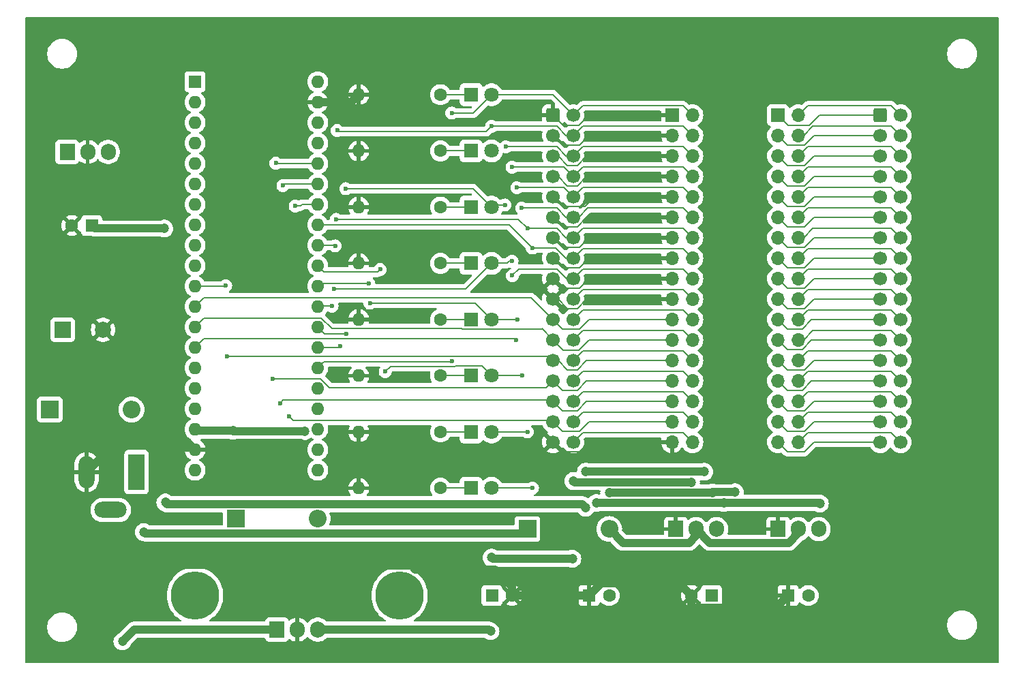
<source format=gbr>
%TF.GenerationSoftware,KiCad,Pcbnew,8.0.8*%
%TF.CreationDate,2025-02-17T18:47:30+01:00*%
%TF.ProjectId,Q1LMCKbdTester,51314c4d-434b-4626-9454-65737465722e,rev?*%
%TF.SameCoordinates,Original*%
%TF.FileFunction,Copper,L1,Top*%
%TF.FilePolarity,Positive*%
%FSLAX46Y46*%
G04 Gerber Fmt 4.6, Leading zero omitted, Abs format (unit mm)*
G04 Created by KiCad (PCBNEW 8.0.8) date 2025-02-17 18:47:30*
%MOMM*%
%LPD*%
G01*
G04 APERTURE LIST*
G04 Aperture macros list*
%AMRoundRect*
0 Rectangle with rounded corners*
0 $1 Rounding radius*
0 $2 $3 $4 $5 $6 $7 $8 $9 X,Y pos of 4 corners*
0 Add a 4 corners polygon primitive as box body*
4,1,4,$2,$3,$4,$5,$6,$7,$8,$9,$2,$3,0*
0 Add four circle primitives for the rounded corners*
1,1,$1+$1,$2,$3*
1,1,$1+$1,$4,$5*
1,1,$1+$1,$6,$7*
1,1,$1+$1,$8,$9*
0 Add four rect primitives between the rounded corners*
20,1,$1+$1,$2,$3,$4,$5,0*
20,1,$1+$1,$4,$5,$6,$7,0*
20,1,$1+$1,$6,$7,$8,$9,0*
20,1,$1+$1,$8,$9,$2,$3,0*%
G04 Aperture macros list end*
%TA.AperFunction,ComponentPad*%
%ADD10R,1.905000X2.000000*%
%TD*%
%TA.AperFunction,ComponentPad*%
%ADD11O,1.905000X2.000000*%
%TD*%
%TA.AperFunction,ComponentPad*%
%ADD12R,1.600000X1.600000*%
%TD*%
%TA.AperFunction,ComponentPad*%
%ADD13O,1.600000X1.600000*%
%TD*%
%TA.AperFunction,ComponentPad*%
%ADD14C,1.600000*%
%TD*%
%TA.AperFunction,ComponentPad*%
%ADD15RoundRect,0.250000X-0.600000X-0.600000X0.600000X-0.600000X0.600000X0.600000X-0.600000X0.600000X0*%
%TD*%
%TA.AperFunction,ComponentPad*%
%ADD16C,1.700000*%
%TD*%
%TA.AperFunction,ComponentPad*%
%ADD17R,1.700000X1.700000*%
%TD*%
%TA.AperFunction,ComponentPad*%
%ADD18O,1.700000X1.700000*%
%TD*%
%TA.AperFunction,ComponentPad*%
%ADD19R,2.000000X4.500000*%
%TD*%
%TA.AperFunction,ComponentPad*%
%ADD20O,2.000000X4.000000*%
%TD*%
%TA.AperFunction,ComponentPad*%
%ADD21O,4.000000X2.000000*%
%TD*%
%TA.AperFunction,ComponentPad*%
%ADD22C,6.000000*%
%TD*%
%TA.AperFunction,ComponentPad*%
%ADD23R,1.800000X1.800000*%
%TD*%
%TA.AperFunction,ComponentPad*%
%ADD24C,1.800000*%
%TD*%
%TA.AperFunction,ComponentPad*%
%ADD25R,2.200000X2.200000*%
%TD*%
%TA.AperFunction,ComponentPad*%
%ADD26O,2.200000X2.200000*%
%TD*%
%TA.AperFunction,ComponentPad*%
%ADD27R,2.000000X2.000000*%
%TD*%
%TA.AperFunction,ComponentPad*%
%ADD28C,2.000000*%
%TD*%
%TA.AperFunction,ViaPad*%
%ADD29C,0.600000*%
%TD*%
%TA.AperFunction,ViaPad*%
%ADD30C,1.200000*%
%TD*%
%TA.AperFunction,Conductor*%
%ADD31C,0.200000*%
%TD*%
%TA.AperFunction,Conductor*%
%ADD32C,1.000000*%
%TD*%
G04 APERTURE END LIST*
D10*
%TO.P,U5,1,IN*%
%TO.N,Net-(D2-K)*%
X97155000Y-47752000D03*
D11*
%TO.P,U5,2,GND*%
%TO.N,GND*%
X99695000Y-47752000D03*
%TO.P,U5,3,OUT*%
%TO.N,+12V*%
X102235000Y-47752000D03*
%TD*%
D10*
%TO.P,U4,1,IN*%
%TO.N,Net-(D2-K)*%
X123190000Y-107117000D03*
D11*
%TO.P,U4,2,GND*%
%TO.N,GND*%
X125730000Y-107117000D03*
%TO.P,U4,3,OUT*%
%TO.N,+5V*%
X128270000Y-107117000D03*
%TD*%
D10*
%TO.P,U3,1,GND*%
%TO.N,GND*%
X185420000Y-94615000D03*
D11*
%TO.P,U3,2,VI*%
%TO.N,Net-(D1-A)*%
X187960000Y-94615000D03*
%TO.P,U3,3,VO*%
%TO.N,-5V*%
X190500000Y-94615000D03*
%TD*%
D10*
%TO.P,U2,1,GND*%
%TO.N,GND*%
X172720000Y-94615000D03*
D11*
%TO.P,U2,2,VI*%
%TO.N,Net-(D1-A)*%
X175260000Y-94615000D03*
%TO.P,U2,3,VO*%
%TO.N,-12V*%
X177800000Y-94615000D03*
%TD*%
D12*
%TO.P,U1,1,PB12*%
%TO.N,unconnected-(U1-PB12-Pad1)*%
X113030000Y-39038000D03*
D13*
%TO.P,U1,2,PB13*%
%TO.N,unconnected-(U1-PB13-Pad2)*%
X113030000Y-41578000D03*
%TO.P,U1,3,PB14*%
%TO.N,unconnected-(U1-PB14-Pad3)*%
X113030000Y-44118000D03*
%TO.P,U1,4,PB15*%
%TO.N,unconnected-(U1-PB15-Pad4)*%
X113030000Y-46658000D03*
%TO.P,U1,5,PA8*%
%TO.N,unconnected-(U1-PA8-Pad5)*%
X113030000Y-49198000D03*
%TO.P,U1,6,PA9*%
%TO.N,unconnected-(U1-PA9-Pad6)*%
X113030000Y-51738000D03*
%TO.P,U1,7,PA10*%
%TO.N,unconnected-(U1-PA10-Pad7)*%
X113030000Y-54278000D03*
%TO.P,U1,8,PA11*%
%TO.N,unconnected-(U1-PA11-Pad8)*%
X113030000Y-56818000D03*
%TO.P,U1,9,PA12*%
%TO.N,unconnected-(U1-PA12-Pad9)*%
X113030000Y-59358000D03*
%TO.P,U1,10,PA15*%
%TO.N,unconnected-(U1-PA15-Pad10)*%
X113030000Y-61898000D03*
%TO.P,U1,11,PB3*%
%TO.N,/LED3*%
X113030000Y-64438000D03*
%TO.P,U1,12,PB4*%
%TO.N,/MODE0*%
X113030000Y-66978000D03*
%TO.P,U1,13,PB5*%
%TO.N,/MODE1*%
X113030000Y-69518000D03*
%TO.P,U1,14,PB6*%
%TO.N,/STROBE*%
X113030000Y-72058000D03*
%TO.P,U1,15,PB7*%
%TO.N,unconnected-(U1-PB7-Pad15)*%
X113030000Y-74598000D03*
%TO.P,U1,16,PB8*%
%TO.N,unconnected-(U1-PB8-Pad16)*%
X113030000Y-77138000D03*
%TO.P,U1,17,PB9*%
%TO.N,unconnected-(U1-PB9-Pad17)*%
X113030000Y-79678000D03*
%TO.P,U1,18,5V*%
%TO.N,Net-(D3-K)*%
X113030000Y-82218000D03*
%TO.P,U1,19,GND*%
%TO.N,GND*%
X113030000Y-84758000D03*
%TO.P,U1,20,3V3*%
%TO.N,unconnected-(U1-3V3-Pad20)*%
X113030000Y-87298000D03*
%TO.P,U1,21,VBAT*%
%TO.N,unconnected-(U1-VBAT-Pad21)*%
X128270000Y-87298000D03*
%TO.P,U1,22,PC13*%
%TO.N,unconnected-(U1-PC13-Pad22)*%
X128270000Y-84758000D03*
%TO.P,U1,23,PC14*%
%TO.N,unconnected-(U1-PC14-Pad23)*%
X128270000Y-82218000D03*
%TO.P,U1,24,PC15*%
%TO.N,unconnected-(U1-PC15-Pad24)*%
X128270000Y-79678000D03*
%TO.P,U1,25,NRST*%
%TO.N,unconnected-(U1-NRST-Pad25)*%
X128270000Y-77138000D03*
%TO.P,U1,26,PA0*%
%TO.N,/D0*%
X128270000Y-74598000D03*
%TO.P,U1,27,PA1*%
%TO.N,/D1*%
X128270000Y-72058000D03*
%TO.P,U1,28,PA2*%
%TO.N,/D2*%
X128270000Y-69518000D03*
%TO.P,U1,29,PA3*%
%TO.N,/D3*%
X128270000Y-66978000D03*
%TO.P,U1,30,PA4*%
%TO.N,/D4*%
X128270000Y-64438000D03*
%TO.P,U1,31,PA5*%
%TO.N,/D5*%
X128270000Y-61898000D03*
%TO.P,U1,32,PA6*%
%TO.N,/D6*%
X128270000Y-59358000D03*
%TO.P,U1,33,PA7*%
%TO.N,/D7*%
X128270000Y-56818000D03*
%TO.P,U1,34,PB0*%
%TO.N,/LED0*%
X128270000Y-54278000D03*
%TO.P,U1,35,PB1*%
%TO.N,/LED1*%
X128270000Y-51738000D03*
%TO.P,U1,36,PB2*%
%TO.N,/LED2*%
X128270000Y-49198000D03*
%TO.P,U1,37,PB10*%
%TO.N,unconnected-(U1-PB10-Pad37)*%
X128270000Y-46658000D03*
%TO.P,U1,38,3V3*%
%TO.N,unconnected-(U1-3V3-Pad38)*%
X128270000Y-44118000D03*
%TO.P,U1,39,GND*%
%TO.N,GND*%
X128270000Y-41578000D03*
%TO.P,U1,40,+5V*%
%TO.N,Net-(D3-K)*%
X128270000Y-39038000D03*
%TD*%
D14*
%TO.P,R8,1*%
%TO.N,Net-(D11-K)*%
X143510000Y-89535000D03*
D13*
%TO.P,R8,2*%
%TO.N,GND*%
X133350000Y-89535000D03*
%TD*%
D14*
%TO.P,R7,1*%
%TO.N,Net-(D10-K)*%
X143510000Y-82550000D03*
D13*
%TO.P,R7,2*%
%TO.N,GND*%
X133350000Y-82550000D03*
%TD*%
D14*
%TO.P,R6,1*%
%TO.N,Net-(D9-K)*%
X143510000Y-75565000D03*
D13*
%TO.P,R6,2*%
%TO.N,GND*%
X133350000Y-75565000D03*
%TD*%
D14*
%TO.P,R5,1*%
%TO.N,Net-(D8-K)*%
X143510000Y-68580000D03*
D13*
%TO.P,R5,2*%
%TO.N,GND*%
X133350000Y-68580000D03*
%TD*%
D14*
%TO.P,R4,1*%
%TO.N,Net-(D7-K)*%
X143510000Y-61595000D03*
D13*
%TO.P,R4,2*%
%TO.N,GND*%
X133350000Y-61595000D03*
%TD*%
D14*
%TO.P,R3,1*%
%TO.N,Net-(D6-K)*%
X143510000Y-54610000D03*
D13*
%TO.P,R3,2*%
%TO.N,GND*%
X133350000Y-54610000D03*
%TD*%
%TO.P,R2,2*%
%TO.N,GND*%
X133350000Y-47625000D03*
D14*
%TO.P,R2,1*%
%TO.N,Net-(D5-K)*%
X143510000Y-47625000D03*
%TD*%
%TO.P,R1,1*%
%TO.N,Net-(D4-K)*%
X143510000Y-40640000D03*
D13*
%TO.P,R1,2*%
%TO.N,GND*%
X133350000Y-40640000D03*
%TD*%
D15*
%TO.P,J5,1,Pin_1*%
%TO.N,Net-(J4-Pin_1)*%
X198120000Y-43180000D03*
D16*
%TO.P,J5,2,Pin_2*%
%TO.N,Net-(J4-Pin_2)*%
X200660000Y-43180000D03*
%TO.P,J5,3,Pin_3*%
%TO.N,Net-(J4-Pin_3)*%
X198120000Y-45720000D03*
%TO.P,J5,4,Pin_4*%
%TO.N,Net-(J4-Pin_4)*%
X200660000Y-45720000D03*
%TO.P,J5,5,Pin_5*%
%TO.N,Net-(J4-Pin_5)*%
X198120000Y-48260000D03*
%TO.P,J5,6,Pin_6*%
%TO.N,Net-(J4-Pin_6)*%
X200660000Y-48260000D03*
%TO.P,J5,7,Pin_7*%
%TO.N,Net-(J4-Pin_7)*%
X198120000Y-50800000D03*
%TO.P,J5,8,Pin_8*%
%TO.N,Net-(J4-Pin_8)*%
X200660000Y-50800000D03*
%TO.P,J5,9,Pin_9*%
%TO.N,Net-(J4-Pin_9)*%
X198120000Y-53340000D03*
%TO.P,J5,10,Pin_10*%
%TO.N,Net-(J4-Pin_10)*%
X200660000Y-53340000D03*
%TO.P,J5,11,Pin_11*%
%TO.N,Net-(J4-Pin_11)*%
X198120000Y-55880000D03*
%TO.P,J5,12,Pin_12*%
%TO.N,Net-(J4-Pin_12)*%
X200660000Y-55880000D03*
%TO.P,J5,13,Pin_13*%
%TO.N,Net-(J4-Pin_13)*%
X198120000Y-58420000D03*
%TO.P,J5,14,Pin_14*%
%TO.N,Net-(J4-Pin_14)*%
X200660000Y-58420000D03*
%TO.P,J5,15,Pin_15*%
%TO.N,Net-(J4-Pin_15)*%
X198120000Y-60960000D03*
%TO.P,J5,16,Pin_16*%
%TO.N,Net-(J4-Pin_16)*%
X200660000Y-60960000D03*
%TO.P,J5,17,Pin_17*%
%TO.N,Net-(J4-Pin_17)*%
X198120000Y-63500000D03*
%TO.P,J5,18,Pin_18*%
%TO.N,Net-(J4-Pin_18)*%
X200660000Y-63500000D03*
%TO.P,J5,19,Pin_19*%
%TO.N,Net-(J4-Pin_19)*%
X198120000Y-66040000D03*
%TO.P,J5,20,Pin_20*%
%TO.N,Net-(J4-Pin_20)*%
X200660000Y-66040000D03*
%TO.P,J5,21,Pin_21*%
%TO.N,Net-(J4-Pin_21)*%
X198120000Y-68580000D03*
%TO.P,J5,22,Pin_22*%
%TO.N,Net-(J4-Pin_22)*%
X200660000Y-68580000D03*
%TO.P,J5,23,Pin_23*%
%TO.N,Net-(J4-Pin_23)*%
X198120000Y-71120000D03*
%TO.P,J5,24,Pin_24*%
%TO.N,Net-(J4-Pin_24)*%
X200660000Y-71120000D03*
%TO.P,J5,25,Pin_25*%
%TO.N,Net-(J4-Pin_25)*%
X198120000Y-73660000D03*
%TO.P,J5,26,Pin_26*%
%TO.N,Net-(J4-Pin_26)*%
X200660000Y-73660000D03*
%TO.P,J5,27,Pin_27*%
%TO.N,Net-(J4-Pin_27)*%
X198120000Y-76200000D03*
%TO.P,J5,28,Pin_28*%
%TO.N,Net-(J4-Pin_28)*%
X200660000Y-76200000D03*
%TO.P,J5,29,Pin_29*%
%TO.N,Net-(J4-Pin_29)*%
X198120000Y-78740000D03*
%TO.P,J5,30,Pin_30*%
%TO.N,Net-(J4-Pin_30)*%
X200660000Y-78740000D03*
%TO.P,J5,31,Pin_31*%
%TO.N,Net-(J4-Pin_31)*%
X198120000Y-81280000D03*
%TO.P,J5,32,Pin_32*%
%TO.N,Net-(J4-Pin_32)*%
X200660000Y-81280000D03*
%TO.P,J5,33,Pin_33*%
%TO.N,Net-(J4-Pin_33)*%
X198120000Y-83820000D03*
%TO.P,J5,34,Pin_34*%
%TO.N,Net-(J4-Pin_34)*%
X200660000Y-83820000D03*
%TD*%
D17*
%TO.P,J4,1,Pin_1*%
%TO.N,Net-(J4-Pin_1)*%
X185420000Y-43180000D03*
D18*
%TO.P,J4,2,Pin_2*%
%TO.N,Net-(J4-Pin_2)*%
X187960000Y-43180000D03*
%TO.P,J4,3,Pin_3*%
%TO.N,Net-(J4-Pin_3)*%
X185420000Y-45720000D03*
%TO.P,J4,4,Pin_4*%
%TO.N,Net-(J4-Pin_4)*%
X187960000Y-45720000D03*
%TO.P,J4,5,Pin_5*%
%TO.N,Net-(J4-Pin_5)*%
X185420000Y-48260000D03*
%TO.P,J4,6,Pin_6*%
%TO.N,Net-(J4-Pin_6)*%
X187960000Y-48260000D03*
%TO.P,J4,7,Pin_7*%
%TO.N,Net-(J4-Pin_7)*%
X185420000Y-50800000D03*
%TO.P,J4,8,Pin_8*%
%TO.N,Net-(J4-Pin_8)*%
X187960000Y-50800000D03*
%TO.P,J4,9,Pin_9*%
%TO.N,Net-(J4-Pin_9)*%
X185420000Y-53340000D03*
%TO.P,J4,10,Pin_10*%
%TO.N,Net-(J4-Pin_10)*%
X187960000Y-53340000D03*
%TO.P,J4,11,Pin_11*%
%TO.N,Net-(J4-Pin_11)*%
X185420000Y-55880000D03*
%TO.P,J4,12,Pin_12*%
%TO.N,Net-(J4-Pin_12)*%
X187960000Y-55880000D03*
%TO.P,J4,13,Pin_13*%
%TO.N,Net-(J4-Pin_13)*%
X185420000Y-58420000D03*
%TO.P,J4,14,Pin_14*%
%TO.N,Net-(J4-Pin_14)*%
X187960000Y-58420000D03*
%TO.P,J4,15,Pin_15*%
%TO.N,Net-(J4-Pin_15)*%
X185420000Y-60960000D03*
%TO.P,J4,16,Pin_16*%
%TO.N,Net-(J4-Pin_16)*%
X187960000Y-60960000D03*
%TO.P,J4,17,Pin_17*%
%TO.N,Net-(J4-Pin_17)*%
X185420000Y-63500000D03*
%TO.P,J4,18,Pin_18*%
%TO.N,Net-(J4-Pin_18)*%
X187960000Y-63500000D03*
%TO.P,J4,19,Pin_19*%
%TO.N,Net-(J4-Pin_19)*%
X185420000Y-66040000D03*
%TO.P,J4,20,Pin_20*%
%TO.N,Net-(J4-Pin_20)*%
X187960000Y-66040000D03*
%TO.P,J4,21,Pin_21*%
%TO.N,Net-(J4-Pin_21)*%
X185420000Y-68580000D03*
%TO.P,J4,22,Pin_22*%
%TO.N,Net-(J4-Pin_22)*%
X187960000Y-68580000D03*
%TO.P,J4,23,Pin_23*%
%TO.N,Net-(J4-Pin_23)*%
X185420000Y-71120000D03*
%TO.P,J4,24,Pin_24*%
%TO.N,Net-(J4-Pin_24)*%
X187960000Y-71120000D03*
%TO.P,J4,25,Pin_25*%
%TO.N,Net-(J4-Pin_25)*%
X185420000Y-73660000D03*
%TO.P,J4,26,Pin_26*%
%TO.N,Net-(J4-Pin_26)*%
X187960000Y-73660000D03*
%TO.P,J4,27,Pin_27*%
%TO.N,Net-(J4-Pin_27)*%
X185420000Y-76200000D03*
%TO.P,J4,28,Pin_28*%
%TO.N,Net-(J4-Pin_28)*%
X187960000Y-76200000D03*
%TO.P,J4,29,Pin_29*%
%TO.N,Net-(J4-Pin_29)*%
X185420000Y-78740000D03*
%TO.P,J4,30,Pin_30*%
%TO.N,Net-(J4-Pin_30)*%
X187960000Y-78740000D03*
%TO.P,J4,31,Pin_31*%
%TO.N,Net-(J4-Pin_31)*%
X185420000Y-81280000D03*
%TO.P,J4,32,Pin_32*%
%TO.N,Net-(J4-Pin_32)*%
X187960000Y-81280000D03*
%TO.P,J4,33,Pin_33*%
%TO.N,Net-(J4-Pin_33)*%
X185420000Y-83820000D03*
%TO.P,J4,34,Pin_34*%
%TO.N,Net-(J4-Pin_34)*%
X187960000Y-83820000D03*
%TD*%
D17*
%TO.P,J3,1,Pin_1*%
%TO.N,GND*%
X172262800Y-43180000D03*
D18*
%TO.P,J3,2,Pin_2*%
%TO.N,/D0*%
X174802800Y-43180000D03*
%TO.P,J3,3,Pin_3*%
%TO.N,GND*%
X172262800Y-45720000D03*
%TO.P,J3,4,Pin_4*%
%TO.N,/D1*%
X174802800Y-45720000D03*
%TO.P,J3,5,Pin_5*%
%TO.N,GND*%
X172262800Y-48260000D03*
%TO.P,J3,6,Pin_6*%
%TO.N,/D2*%
X174802800Y-48260000D03*
%TO.P,J3,7,Pin_7*%
%TO.N,GND*%
X172262800Y-50800000D03*
%TO.P,J3,8,Pin_8*%
%TO.N,/D3*%
X174802800Y-50800000D03*
%TO.P,J3,9,Pin_9*%
%TO.N,GND*%
X172262800Y-53340000D03*
%TO.P,J3,10,Pin_10*%
%TO.N,/D4*%
X174802800Y-53340000D03*
%TO.P,J3,11,Pin_11*%
%TO.N,GND*%
X172262800Y-55880000D03*
%TO.P,J3,12,Pin_12*%
%TO.N,/D5*%
X174802800Y-55880000D03*
%TO.P,J3,13,Pin_13*%
%TO.N,GND*%
X172262800Y-58420000D03*
%TO.P,J3,14,Pin_14*%
%TO.N,/D6*%
X174802800Y-58420000D03*
%TO.P,J3,15,Pin_15*%
%TO.N,GND*%
X172262800Y-60960000D03*
%TO.P,J3,16,Pin_16*%
%TO.N,/D7*%
X174802800Y-60960000D03*
%TO.P,J3,17,Pin_17*%
%TO.N,GND*%
X172262800Y-63500000D03*
%TO.P,J3,18,Pin_18*%
%TO.N,/STROBE*%
X174802800Y-63500000D03*
%TO.P,J3,19,Pin_19*%
%TO.N,GND*%
X172262800Y-66040000D03*
%TO.P,J3,20,Pin_20*%
%TO.N,-12V*%
X174802800Y-66040000D03*
%TO.P,J3,21,Pin_21*%
%TO.N,/MODE0*%
X172262800Y-68580000D03*
%TO.P,J3,22,Pin_22*%
%TO.N,-12V*%
X174802800Y-68580000D03*
%TO.P,J3,23,Pin_23*%
%TO.N,/MODE1*%
X172262800Y-71120000D03*
%TO.P,J3,24,Pin_24*%
%TO.N,-5V*%
X174802800Y-71120000D03*
%TO.P,J3,25,Pin_25*%
%TO.N,/LED3*%
X172262800Y-73660000D03*
%TO.P,J3,26,Pin_26*%
%TO.N,+12V*%
X174802800Y-73660000D03*
%TO.P,J3,27,Pin_27*%
%TO.N,/LED2*%
X172262800Y-76200000D03*
%TO.P,J3,28,Pin_28*%
%TO.N,+12V*%
X174802800Y-76200000D03*
%TO.P,J3,29,Pin_29*%
%TO.N,/LED1*%
X172262800Y-78740000D03*
%TO.P,J3,30,Pin_30*%
%TO.N,+5V*%
X174802800Y-78740000D03*
%TO.P,J3,31,Pin_31*%
%TO.N,/LED0*%
X172262800Y-81280000D03*
%TO.P,J3,32,Pin_32*%
%TO.N,+5V*%
X174802800Y-81280000D03*
%TO.P,J3,33,Pin_33*%
%TO.N,GND*%
X172262800Y-83820000D03*
%TO.P,J3,34,Pin_34*%
%TO.N,+5V*%
X174802800Y-83820000D03*
%TD*%
D15*
%TO.P,J2,1,Pin_1*%
%TO.N,GND*%
X157480000Y-43180000D03*
D16*
%TO.P,J2,2,Pin_2*%
%TO.N,/D0*%
X160020000Y-43180000D03*
%TO.P,J2,3,Pin_3*%
%TO.N,GND*%
X157480000Y-45720000D03*
%TO.P,J2,4,Pin_4*%
%TO.N,/D1*%
X160020000Y-45720000D03*
%TO.P,J2,5,Pin_5*%
%TO.N,GND*%
X157480000Y-48260000D03*
%TO.P,J2,6,Pin_6*%
%TO.N,/D2*%
X160020000Y-48260000D03*
%TO.P,J2,7,Pin_7*%
%TO.N,GND*%
X157480000Y-50800000D03*
%TO.P,J2,8,Pin_8*%
%TO.N,/D3*%
X160020000Y-50800000D03*
%TO.P,J2,9,Pin_9*%
%TO.N,GND*%
X157480000Y-53340000D03*
%TO.P,J2,10,Pin_10*%
%TO.N,/D4*%
X160020000Y-53340000D03*
%TO.P,J2,11,Pin_11*%
%TO.N,GND*%
X157480000Y-55880000D03*
%TO.P,J2,12,Pin_12*%
%TO.N,/D5*%
X160020000Y-55880000D03*
%TO.P,J2,13,Pin_13*%
%TO.N,GND*%
X157480000Y-58420000D03*
%TO.P,J2,14,Pin_14*%
%TO.N,/D6*%
X160020000Y-58420000D03*
%TO.P,J2,15,Pin_15*%
%TO.N,GND*%
X157480000Y-60960000D03*
%TO.P,J2,16,Pin_16*%
%TO.N,/D7*%
X160020000Y-60960000D03*
%TO.P,J2,17,Pin_17*%
%TO.N,GND*%
X157480000Y-63500000D03*
%TO.P,J2,18,Pin_18*%
%TO.N,/STROBE*%
X160020000Y-63500000D03*
%TO.P,J2,19,Pin_19*%
%TO.N,GND*%
X157480000Y-66040000D03*
%TO.P,J2,20,Pin_20*%
%TO.N,-12V*%
X160020000Y-66040000D03*
%TO.P,J2,21,Pin_21*%
%TO.N,/MODE0*%
X157480000Y-68580000D03*
%TO.P,J2,22,Pin_22*%
%TO.N,-12V*%
X160020000Y-68580000D03*
%TO.P,J2,23,Pin_23*%
%TO.N,/MODE1*%
X157480000Y-71120000D03*
%TO.P,J2,24,Pin_24*%
%TO.N,-5V*%
X160020000Y-71120000D03*
%TO.P,J2,25,Pin_25*%
%TO.N,/LED3*%
X157480000Y-73660000D03*
%TO.P,J2,26,Pin_26*%
%TO.N,+12V*%
X160020000Y-73660000D03*
%TO.P,J2,27,Pin_27*%
%TO.N,/LED2*%
X157480000Y-76200000D03*
%TO.P,J2,28,Pin_28*%
%TO.N,+12V*%
X160020000Y-76200000D03*
%TO.P,J2,29,Pin_29*%
%TO.N,/LED1*%
X157480000Y-78740000D03*
%TO.P,J2,30,Pin_30*%
%TO.N,+5V*%
X160020000Y-78740000D03*
%TO.P,J2,31,Pin_31*%
%TO.N,/LED0*%
X157480000Y-81280000D03*
%TO.P,J2,32,Pin_32*%
%TO.N,+5V*%
X160020000Y-81280000D03*
%TO.P,J2,33,Pin_33*%
%TO.N,GND*%
X157480000Y-83820000D03*
%TO.P,J2,34,Pin_34*%
%TO.N,+5V*%
X160020000Y-83820000D03*
%TD*%
D19*
%TO.P,J1,1*%
%TO.N,Net-(D1-K)*%
X105764000Y-87538000D03*
D20*
%TO.P,J1,2*%
%TO.N,GND*%
X99564000Y-87538000D03*
D21*
%TO.P,J1,3*%
%TO.N,unconnected-(J1-Pad3)*%
X102564000Y-92238000D03*
%TD*%
D22*
%TO.P,HS1,1*%
%TO.N,unconnected-(HS1-Pad1)_1*%
X138430000Y-102870000D03*
%TO.N,unconnected-(HS1-Pad1)*%
X113030000Y-102870000D03*
%TD*%
D23*
%TO.P,D11,1,K*%
%TO.N,Net-(D11-K)*%
X147315000Y-89535000D03*
D24*
%TO.P,D11,2,A*%
%TO.N,/D7*%
X149855000Y-89535000D03*
%TD*%
D23*
%TO.P,D10,1,K*%
%TO.N,Net-(D10-K)*%
X147315000Y-82550000D03*
D24*
%TO.P,D10,2,A*%
%TO.N,/D6*%
X149855000Y-82550000D03*
%TD*%
D23*
%TO.P,D9,1,K*%
%TO.N,Net-(D9-K)*%
X147315000Y-75565000D03*
D24*
%TO.P,D9,2,A*%
%TO.N,/D5*%
X149855000Y-75565000D03*
%TD*%
D23*
%TO.P,D8,1,K*%
%TO.N,Net-(D8-K)*%
X147320000Y-68580000D03*
D24*
%TO.P,D8,2,A*%
%TO.N,/D4*%
X149860000Y-68580000D03*
%TD*%
D23*
%TO.P,D7,1,K*%
%TO.N,Net-(D7-K)*%
X147315000Y-61595000D03*
D24*
%TO.P,D7,2,A*%
%TO.N,/D3*%
X149855000Y-61595000D03*
%TD*%
D23*
%TO.P,D6,1,K*%
%TO.N,Net-(D6-K)*%
X147320000Y-54610000D03*
D24*
%TO.P,D6,2,A*%
%TO.N,/D2*%
X149860000Y-54610000D03*
%TD*%
D23*
%TO.P,D5,1,K*%
%TO.N,Net-(D5-K)*%
X147315000Y-47625000D03*
D24*
%TO.P,D5,2,A*%
%TO.N,/D1*%
X149855000Y-47625000D03*
%TD*%
D23*
%TO.P,D4,1,K*%
%TO.N,Net-(D4-K)*%
X147320000Y-40640000D03*
D24*
%TO.P,D4,2,A*%
%TO.N,/D0*%
X149860000Y-40640000D03*
%TD*%
D25*
%TO.P,D3,1,K*%
%TO.N,Net-(D3-K)*%
X118110000Y-93345000D03*
D26*
%TO.P,D3,2,A*%
%TO.N,+5V*%
X128270000Y-93345000D03*
%TD*%
D25*
%TO.P,D2,1,K*%
%TO.N,Net-(D2-K)*%
X94996000Y-79756000D03*
D26*
%TO.P,D2,2,A*%
%TO.N,Net-(D1-K)*%
X105156000Y-79756000D03*
%TD*%
D25*
%TO.P,D1,1,K*%
%TO.N,Net-(D1-K)*%
X154305000Y-94615000D03*
D26*
%TO.P,D1,2,A*%
%TO.N,Net-(D1-A)*%
X164465000Y-94615000D03*
%TD*%
D12*
%TO.P,C6,1*%
%TO.N,+12V*%
X100221395Y-56896000D03*
D14*
%TO.P,C6,2*%
%TO.N,GND*%
X97721395Y-56896000D03*
%TD*%
D12*
%TO.P,C5,1*%
%TO.N,+5V*%
X149900000Y-102870000D03*
D14*
%TO.P,C5,2*%
%TO.N,GND*%
X152400000Y-102870000D03*
%TD*%
D12*
%TO.P,C4,1*%
%TO.N,GND*%
X186690000Y-102870000D03*
D14*
%TO.P,C4,2*%
%TO.N,-5V*%
X189190000Y-102870000D03*
%TD*%
D12*
%TO.P,C3,1*%
%TO.N,-12V*%
X177165000Y-102870000D03*
D14*
%TO.P,C3,2*%
%TO.N,GND*%
X174665000Y-102870000D03*
%TD*%
D12*
%TO.P,C2,1*%
%TO.N,GND*%
X161965000Y-102870000D03*
D14*
%TO.P,C2,2*%
%TO.N,Net-(D1-A)*%
X164465000Y-102870000D03*
%TD*%
D27*
%TO.P,C1,1*%
%TO.N,Net-(D2-K)*%
X96600000Y-69850000D03*
D28*
%TO.P,C1,2*%
%TO.N,GND*%
X101600000Y-69850000D03*
%TD*%
D29*
%TO.N,/D5*%
X136017000Y-62357000D03*
X136652000Y-75057000D03*
%TO.N,/D4*%
X134620000Y-64135000D03*
X134747000Y-66548000D03*
%TO.N,/D3*%
X130048000Y-66929000D03*
X130302000Y-64770000D03*
%TO.N,/D2*%
X131826000Y-70358000D03*
X131756000Y-52324000D03*
%TO.N,/D1*%
X131064000Y-71882000D03*
X130683000Y-45085000D03*
%TO.N,/D6*%
X130556000Y-56134000D03*
X130429000Y-59436000D03*
%TO.N,/LED3*%
X116840000Y-64389000D03*
X116967000Y-73152000D03*
%TO.N,/LED2*%
X123063000Y-49149000D03*
X122682000Y-75946000D03*
%TO.N,/LED1*%
X123952000Y-51943000D03*
X123571000Y-78994000D03*
%TO.N,/LED0*%
X124714000Y-80645000D03*
X125476000Y-54483000D03*
%TO.N,/STROBE*%
X152435000Y-63119000D03*
X152908000Y-71120000D03*
%TO.N,/D0*%
X144907000Y-42926000D03*
X144907000Y-73787000D03*
D30*
%TO.N,Net-(D3-K)*%
X126684279Y-82431302D03*
%TO.N,GND*%
X133350000Y-100076000D03*
%TO.N,Net-(D3-K)*%
X117729000Y-82423000D03*
%TO.N,GND*%
X125349000Y-100203000D03*
X107950000Y-99060000D03*
%TO.N,Net-(D2-K)*%
X104013000Y-108585000D03*
%TO.N,Net-(D1-K)*%
X106680000Y-94996000D03*
%TO.N,-12V*%
X180086000Y-90043000D03*
%TO.N,-5V*%
X178689000Y-91379405D03*
%TO.N,+12V*%
X176276000Y-87503000D03*
X161570000Y-87479405D03*
%TO.N,+5V*%
X174625000Y-88779405D03*
X160020000Y-88646000D03*
%TO.N,-12V*%
X177292000Y-90079405D03*
X164465000Y-90079405D03*
%TO.N,-5V*%
X190627000Y-91440000D03*
X162870000Y-91379405D03*
%TO.N,+12V*%
X109220000Y-57277000D03*
X161544000Y-91948000D03*
X109347000Y-91313000D03*
%TO.N,+5V*%
X149733000Y-107315000D03*
X149860000Y-98171000D03*
X159893000Y-98298000D03*
D29*
%TO.N,/D7*%
X154940000Y-89535000D03*
X154905000Y-59690000D03*
%TO.N,/D6*%
X154305000Y-82550000D03*
X154305000Y-57277000D03*
%TO.N,/D5*%
X153670000Y-75565000D03*
X153600000Y-54737000D03*
%TO.N,/D4*%
X153035000Y-68580000D03*
X153000000Y-52197000D03*
%TO.N,/D3*%
X152400000Y-61341000D03*
X152400000Y-49657000D03*
%TO.N,/D2*%
X151511000Y-54356000D03*
X151638000Y-47117000D03*
%TO.N,/D1*%
X149860000Y-44577000D03*
%TD*%
D31*
%TO.N,/D5*%
X136017000Y-62357000D02*
X135679000Y-62695000D01*
X137287000Y-74422000D02*
X136652000Y-75057000D01*
X145288000Y-74422000D02*
X137287000Y-74422000D01*
X149855000Y-75565000D02*
X148655000Y-74365000D01*
X145345000Y-74365000D02*
X145288000Y-74422000D01*
X148655000Y-74365000D02*
X145345000Y-74365000D01*
X135679000Y-62695000D02*
X129067000Y-62695000D01*
X129067000Y-62695000D02*
X128270000Y-61898000D01*
%TO.N,/D4*%
X147828000Y-66548000D02*
X134747000Y-66548000D01*
X149860000Y-68580000D02*
X147828000Y-66548000D01*
X134620000Y-64135000D02*
X128573000Y-64135000D01*
X128573000Y-64135000D02*
X128270000Y-64438000D01*
%TO.N,/D3*%
X149855000Y-61595000D02*
X146680000Y-64770000D01*
X146680000Y-64770000D02*
X130302000Y-64770000D01*
X130048000Y-66929000D02*
X128319000Y-66929000D01*
X128319000Y-66929000D02*
X128270000Y-66978000D01*
%TO.N,/D2*%
X131826000Y-70358000D02*
X129110000Y-70358000D01*
X129110000Y-70358000D02*
X128270000Y-69518000D01*
%TO.N,/MODE1*%
X157480000Y-71120000D02*
X156083000Y-69723000D01*
X130030635Y-69723000D02*
X128725635Y-68418000D01*
X146120000Y-69723000D02*
X130030635Y-69723000D01*
X156083000Y-69723000D02*
X156026000Y-69780000D01*
X146177000Y-69780000D02*
X146120000Y-69723000D01*
X156026000Y-69780000D02*
X146177000Y-69780000D01*
X128725635Y-68418000D02*
X114130000Y-68418000D01*
X114130000Y-68418000D02*
X113030000Y-69518000D01*
%TO.N,/D2*%
X149860000Y-54610000D02*
X147574000Y-52324000D01*
X147574000Y-52324000D02*
X131756000Y-52324000D01*
%TO.N,/D1*%
X149860000Y-44577000D02*
X149219000Y-45218000D01*
X130888000Y-72058000D02*
X128270000Y-72058000D01*
X149219000Y-45218000D02*
X130816000Y-45218000D01*
X130816000Y-45218000D02*
X130683000Y-45085000D01*
X131064000Y-71882000D02*
X130888000Y-72058000D01*
%TO.N,/D6*%
X130429000Y-59436000D02*
X130351000Y-59358000D01*
X130351000Y-59358000D02*
X128270000Y-59358000D01*
X154305000Y-57277000D02*
X153162000Y-56134000D01*
X153162000Y-56134000D02*
X130556000Y-56134000D01*
%TO.N,/D7*%
X128270000Y-56818000D02*
X152033000Y-56818000D01*
X152033000Y-56818000D02*
X154905000Y-59690000D01*
%TO.N,/LED3*%
X157480000Y-73660000D02*
X157007000Y-73187000D01*
X157007000Y-73187000D02*
X117002000Y-73187000D01*
X117002000Y-73187000D02*
X116967000Y-73152000D01*
X116791000Y-64438000D02*
X113030000Y-64438000D01*
X116840000Y-64389000D02*
X116791000Y-64438000D01*
%TO.N,/LED2*%
X129737635Y-77050000D02*
X128633635Y-75946000D01*
X123112000Y-49198000D02*
X128270000Y-49198000D01*
X128633635Y-75946000D02*
X122682000Y-75946000D01*
X156630000Y-77050000D02*
X129737635Y-77050000D01*
X157480000Y-76200000D02*
X156630000Y-77050000D01*
X123063000Y-49149000D02*
X123112000Y-49198000D01*
%TO.N,/LED1*%
X124157000Y-51738000D02*
X128270000Y-51738000D01*
X157480000Y-78740000D02*
X157318000Y-78578000D01*
X157318000Y-78578000D02*
X123987000Y-78578000D01*
X123987000Y-78578000D02*
X123571000Y-78994000D01*
X123952000Y-51943000D02*
X124157000Y-51738000D01*
%TO.N,/LED0*%
X157480000Y-81280000D02*
X157318000Y-81118000D01*
X125187000Y-81118000D02*
X124714000Y-80645000D01*
X157318000Y-81118000D02*
X125187000Y-81118000D01*
X125476000Y-54483000D02*
X126111000Y-54483000D01*
X126111000Y-54483000D02*
X126316000Y-54278000D01*
X126316000Y-54278000D02*
X128270000Y-54278000D01*
%TO.N,/MODE0*%
X113030000Y-66978000D02*
X114130000Y-65878000D01*
X114130000Y-65878000D02*
X154778000Y-65878000D01*
X154778000Y-65878000D02*
X157480000Y-68580000D01*
%TO.N,/STROBE*%
X114130000Y-70958000D02*
X152746000Y-70958000D01*
X113030000Y-72058000D02*
X114130000Y-70958000D01*
X152746000Y-70958000D02*
X152908000Y-71120000D01*
X152435000Y-63119000D02*
X153204000Y-62350000D01*
X153204000Y-62350000D02*
X157981000Y-62350000D01*
X157981000Y-62350000D02*
X159131000Y-63500000D01*
X159131000Y-63500000D02*
X160020000Y-63500000D01*
%TO.N,Net-(D11-K)*%
X143510000Y-89535000D02*
X147315000Y-89535000D01*
%TO.N,Net-(D10-K)*%
X143510000Y-82550000D02*
X147315000Y-82550000D01*
%TO.N,Net-(D9-K)*%
X143510000Y-75565000D02*
X147315000Y-75565000D01*
%TO.N,Net-(D8-K)*%
X143510000Y-68580000D02*
X147320000Y-68580000D01*
%TO.N,Net-(D7-K)*%
X143510000Y-61595000D02*
X147315000Y-61595000D01*
%TO.N,Net-(D6-K)*%
X143510000Y-54610000D02*
X147320000Y-54610000D01*
%TO.N,Net-(D5-K)*%
X143510000Y-47625000D02*
X147315000Y-47625000D01*
%TO.N,Net-(D4-K)*%
X143510000Y-40640000D02*
X147320000Y-40640000D01*
%TO.N,/D0*%
X147574000Y-42926000D02*
X149860000Y-40640000D01*
X128270000Y-74598000D02*
X129069999Y-73798001D01*
X144895999Y-73798001D02*
X144907000Y-73787000D01*
X129069999Y-73798001D02*
X144895999Y-73798001D01*
X144907000Y-42926000D02*
X147574000Y-42926000D01*
D32*
%TO.N,GND*%
X113030000Y-84758000D02*
X112230001Y-83958001D01*
X112230001Y-83958001D02*
X103143999Y-83958001D01*
X103143999Y-83958001D02*
X99564000Y-87538000D01*
%TO.N,Net-(D3-K)*%
X117737302Y-82431302D02*
X117729000Y-82423000D01*
X126684279Y-82431302D02*
X117737302Y-82431302D01*
%TO.N,GND*%
X128270000Y-41578000D02*
X132412000Y-41578000D01*
X132412000Y-41578000D02*
X133350000Y-40640000D01*
X152400000Y-102870000D02*
X152400000Y-101738630D01*
X152400000Y-101738630D02*
X150280074Y-99618704D01*
X134256000Y-99170000D02*
X133350000Y-100076000D01*
X150280074Y-99618704D02*
X140411295Y-99618704D01*
X140411295Y-99618704D02*
X139962591Y-99170000D01*
X139962591Y-99170000D02*
X134256000Y-99170000D01*
X133350000Y-100076000D02*
X125476000Y-100076000D01*
X125476000Y-100076000D02*
X125349000Y-100203000D01*
%TO.N,Net-(D3-K)*%
X117729000Y-82423000D02*
X113235000Y-82423000D01*
X113235000Y-82423000D02*
X113030000Y-82218000D01*
%TO.N,GND*%
X124206000Y-99060000D02*
X125349000Y-100203000D01*
X107950000Y-99060000D02*
X124206000Y-99060000D01*
%TO.N,Net-(D2-K)*%
X105481000Y-107117000D02*
X123190000Y-107117000D01*
X104013000Y-108585000D02*
X105481000Y-107117000D01*
%TO.N,Net-(D1-K)*%
X106829000Y-95145000D02*
X106680000Y-94996000D01*
X153775000Y-95145000D02*
X106829000Y-95145000D01*
X154305000Y-94615000D02*
X153775000Y-95145000D01*
%TO.N,Net-(D1-A)*%
X175260000Y-94615000D02*
X176960000Y-96315000D01*
X186768000Y-96315000D02*
X187960000Y-95123000D01*
X176960000Y-96315000D02*
X186768000Y-96315000D01*
X187960000Y-95123000D02*
X187960000Y-94615000D01*
X164465000Y-94615000D02*
X166165000Y-96315000D01*
X166165000Y-96315000D02*
X174372500Y-96315000D01*
X174372500Y-96315000D02*
X175260000Y-95427500D01*
X175260000Y-95427500D02*
X175260000Y-94615000D01*
%TO.N,GND*%
X174665000Y-102870000D02*
X174665000Y-104001370D01*
X174665000Y-104001370D02*
X175033630Y-104370000D01*
X175033630Y-104370000D02*
X185190000Y-104370000D01*
X185190000Y-104370000D02*
X186690000Y-102870000D01*
X161965000Y-102870000D02*
X163465000Y-101370000D01*
X163465000Y-101370000D02*
X173165000Y-101370000D01*
X173165000Y-101370000D02*
X174665000Y-102870000D01*
X152400000Y-102870000D02*
X161965000Y-102870000D01*
%TO.N,-12V*%
X180086000Y-90043000D02*
X177328405Y-90043000D01*
X177328405Y-90043000D02*
X177292000Y-90079405D01*
%TO.N,-5V*%
X162870000Y-91379405D02*
X178689000Y-91379405D01*
X178689000Y-91379405D02*
X190566405Y-91379405D01*
%TO.N,+12V*%
X176276000Y-87503000D02*
X176252405Y-87479405D01*
X176252405Y-87479405D02*
X161570000Y-87479405D01*
%TO.N,+5V*%
X174625000Y-88779405D02*
X160153405Y-88779405D01*
X160153405Y-88779405D02*
X160020000Y-88646000D01*
%TO.N,-12V*%
X164465000Y-90079405D02*
X177292000Y-90079405D01*
%TO.N,-5V*%
X190566405Y-91379405D02*
X190627000Y-91440000D01*
%TO.N,+12V*%
X100602395Y-57277000D02*
X100221395Y-56896000D01*
X161141000Y-91545000D02*
X109579000Y-91545000D01*
X109579000Y-91545000D02*
X109347000Y-91313000D01*
X161544000Y-91948000D02*
X161141000Y-91545000D01*
X109220000Y-57277000D02*
X100602395Y-57277000D01*
%TO.N,+5V*%
X149535000Y-107117000D02*
X149733000Y-107315000D01*
X128270000Y-107117000D02*
X149535000Y-107117000D01*
X149987000Y-98298000D02*
X149860000Y-98171000D01*
X159893000Y-98298000D02*
X149987000Y-98298000D01*
D31*
%TO.N,/D7*%
X160020000Y-60960000D02*
X159106346Y-60960000D01*
X159106346Y-60960000D02*
X157836346Y-59690000D01*
X157836346Y-59690000D02*
X154905000Y-59690000D01*
X154940000Y-89535000D02*
X149855000Y-89535000D01*
%TO.N,/D6*%
X160020000Y-58420000D02*
X159106346Y-58420000D01*
X159106346Y-58420000D02*
X157956346Y-57270000D01*
X154305000Y-82550000D02*
X149855000Y-82550000D01*
X157956346Y-57270000D02*
X154312000Y-57270000D01*
X154312000Y-57270000D02*
X154305000Y-57277000D01*
%TO.N,/D5*%
X157956346Y-54730000D02*
X153607000Y-54730000D01*
X153607000Y-54730000D02*
X153600000Y-54737000D01*
X159106346Y-55880000D02*
X157956346Y-54730000D01*
X160020000Y-55880000D02*
X159106346Y-55880000D01*
X153670000Y-75565000D02*
X149855000Y-75565000D01*
%TO.N,/D4*%
X158870000Y-52190000D02*
X153007000Y-52190000D01*
X153035000Y-68580000D02*
X149860000Y-68580000D01*
X160020000Y-53340000D02*
X158870000Y-52190000D01*
X153007000Y-52190000D02*
X153000000Y-52197000D01*
%TO.N,/D3*%
X152019000Y-61341000D02*
X151765000Y-61595000D01*
X151765000Y-61595000D02*
X149855000Y-61595000D01*
X160020000Y-50800000D02*
X158870000Y-49650000D01*
X152407000Y-49650000D02*
X152400000Y-49657000D01*
X158870000Y-49650000D02*
X152407000Y-49650000D01*
X152400000Y-61341000D02*
X152019000Y-61341000D01*
%TO.N,/D2*%
X150114000Y-54356000D02*
X149860000Y-54610000D01*
X160020000Y-48260000D02*
X159106346Y-48260000D01*
X159106346Y-48260000D02*
X157956346Y-47110000D01*
X157956346Y-47110000D02*
X151645000Y-47110000D01*
X151645000Y-47110000D02*
X151638000Y-47117000D01*
X151511000Y-54356000D02*
X150114000Y-54356000D01*
%TO.N,/D1*%
X149867000Y-44570000D02*
X149860000Y-44577000D01*
X157956346Y-44570000D02*
X149867000Y-44570000D01*
X159106346Y-45720000D02*
X157956346Y-44570000D01*
X160020000Y-45720000D02*
X159106346Y-45720000D01*
%TO.N,/D2*%
X149860000Y-54610000D02*
X149860000Y-53975000D01*
%TO.N,/D0*%
X160020000Y-43180000D02*
X157480000Y-40640000D01*
X157480000Y-40640000D02*
X149860000Y-40640000D01*
%TO.N,GND*%
X160775000Y-84970000D02*
X161925000Y-83820000D01*
X158630000Y-84970000D02*
X160775000Y-84970000D01*
X157480000Y-83820000D02*
X158630000Y-84970000D01*
X161925000Y-83820000D02*
X172262800Y-83820000D01*
%TO.N,/LED0*%
X157480000Y-81280000D02*
X158630000Y-82430000D01*
X158630000Y-82430000D02*
X160775000Y-82430000D01*
X160775000Y-82430000D02*
X161925000Y-81280000D01*
X161925000Y-81280000D02*
X172262800Y-81280000D01*
%TO.N,/LED1*%
X157480000Y-78740000D02*
X158630000Y-79890000D01*
X158630000Y-79890000D02*
X160496346Y-79890000D01*
X160496346Y-79890000D02*
X161646346Y-78740000D01*
X161646346Y-78740000D02*
X172262800Y-78740000D01*
%TO.N,/LED2*%
X157480000Y-76200000D02*
X158630000Y-77350000D01*
X158630000Y-77350000D02*
X160496346Y-77350000D01*
X160496346Y-77350000D02*
X161646346Y-76200000D01*
X161646346Y-76200000D02*
X172262800Y-76200000D01*
%TO.N,/LED3*%
X157480000Y-73660000D02*
X158115000Y-73660000D01*
X158115000Y-73660000D02*
X159265000Y-74810000D01*
X159265000Y-74810000D02*
X160496346Y-74810000D01*
X161646346Y-73660000D02*
X172262800Y-73660000D01*
X160496346Y-74810000D02*
X161646346Y-73660000D01*
%TO.N,/MODE1*%
X157480000Y-71120000D02*
X158750000Y-72390000D01*
X158750000Y-72390000D02*
X160724314Y-72390000D01*
X160724314Y-72390000D02*
X161994314Y-71120000D01*
X161994314Y-71120000D02*
X172262800Y-71120000D01*
%TO.N,/MODE0*%
X157480000Y-68580000D02*
X158630000Y-69730000D01*
X158630000Y-69730000D02*
X160775000Y-69730000D01*
X160775000Y-69730000D02*
X161925000Y-68580000D01*
X161925000Y-68580000D02*
X172262800Y-68580000D01*
%TO.N,GND*%
X157480000Y-66040000D02*
X158115000Y-66040000D01*
X158115000Y-66040000D02*
X159265000Y-67190000D01*
X159265000Y-67190000D02*
X160496346Y-67190000D01*
X161646346Y-66040000D02*
X172262800Y-66040000D01*
X160496346Y-67190000D02*
X161646346Y-66040000D01*
X157480000Y-63500000D02*
X158630000Y-64650000D01*
X158630000Y-64650000D02*
X160775000Y-64650000D01*
X161925000Y-63500000D02*
X172262800Y-63500000D01*
X160775000Y-64650000D02*
X161925000Y-63500000D01*
X157480000Y-60960000D02*
X158630000Y-62110000D01*
X158630000Y-62110000D02*
X160775000Y-62110000D01*
X160775000Y-62110000D02*
X161925000Y-60960000D01*
X161925000Y-60960000D02*
X172262800Y-60960000D01*
X157480000Y-58420000D02*
X158630000Y-59570000D01*
X158630000Y-59570000D02*
X160775000Y-59570000D01*
X161925000Y-58420000D02*
X172262800Y-58420000D01*
X160775000Y-59570000D02*
X161925000Y-58420000D01*
X157480000Y-55880000D02*
X158630000Y-57030000D01*
X158630000Y-57030000D02*
X160496346Y-57030000D01*
X160496346Y-57030000D02*
X161646346Y-55880000D01*
X161646346Y-55880000D02*
X172262800Y-55880000D01*
X157480000Y-53340000D02*
X158630000Y-54490000D01*
X158630000Y-54490000D02*
X161479314Y-54490000D01*
X161479314Y-54490000D02*
X162629314Y-53340000D01*
X162629314Y-53340000D02*
X172262800Y-53340000D01*
X157480000Y-50800000D02*
X158115000Y-50800000D01*
X158115000Y-50800000D02*
X159265000Y-51950000D01*
X159265000Y-51950000D02*
X160496346Y-51950000D01*
X160496346Y-51950000D02*
X161646346Y-50800000D01*
X161646346Y-50800000D02*
X172262800Y-50800000D01*
X157480000Y-48260000D02*
X158115000Y-48260000D01*
X158115000Y-48260000D02*
X159265000Y-49410000D01*
X159265000Y-49410000D02*
X160496346Y-49410000D01*
X160496346Y-49410000D02*
X161646346Y-48260000D01*
X161646346Y-48260000D02*
X172262800Y-48260000D01*
X157480000Y-45720000D02*
X158630000Y-46870000D01*
X158630000Y-46870000D02*
X160775000Y-46870000D01*
X160775000Y-46870000D02*
X161925000Y-45720000D01*
X161925000Y-45720000D02*
X172262800Y-45720000D01*
X157480000Y-43180000D02*
X158750000Y-44450000D01*
X158750000Y-44450000D02*
X160724314Y-44450000D01*
X160724314Y-44450000D02*
X161994314Y-43180000D01*
X161994314Y-43180000D02*
X172262800Y-43180000D01*
%TO.N,+5V*%
X160020000Y-83820000D02*
X161170000Y-82670000D01*
X161170000Y-82670000D02*
X173652800Y-82670000D01*
X173652800Y-82670000D02*
X174802800Y-83820000D01*
X160020000Y-81280000D02*
X161170000Y-80130000D01*
X161170000Y-80130000D02*
X173652800Y-80130000D01*
X173652800Y-80130000D02*
X174802800Y-81280000D01*
X160020000Y-78740000D02*
X161170000Y-77590000D01*
X161170000Y-77590000D02*
X173652800Y-77590000D01*
X173652800Y-77590000D02*
X174802800Y-78740000D01*
%TO.N,+12V*%
X160020000Y-76200000D02*
X161170000Y-75050000D01*
X161170000Y-75050000D02*
X173652800Y-75050000D01*
X173652800Y-75050000D02*
X174802800Y-76200000D01*
X160020000Y-73660000D02*
X161170000Y-72510000D01*
X161170000Y-72510000D02*
X173652800Y-72510000D01*
X173652800Y-72510000D02*
X174802800Y-73660000D01*
%TO.N,-5V*%
X160020000Y-71120000D02*
X161170000Y-69970000D01*
X161170000Y-69970000D02*
X173652800Y-69970000D01*
X173652800Y-69970000D02*
X174802800Y-71120000D01*
%TO.N,-12V*%
X160020000Y-68580000D02*
X161170000Y-67430000D01*
X161170000Y-67430000D02*
X173652800Y-67430000D01*
X173652800Y-67430000D02*
X174802800Y-68580000D01*
X160020000Y-66040000D02*
X161170000Y-64890000D01*
X161170000Y-64890000D02*
X173652800Y-64890000D01*
X173652800Y-64890000D02*
X174802800Y-66040000D01*
%TO.N,/STROBE*%
X160020000Y-63500000D02*
X161170000Y-62350000D01*
X161170000Y-62350000D02*
X173652800Y-62350000D01*
X173652800Y-62350000D02*
X174802800Y-63500000D01*
%TO.N,/D7*%
X160020000Y-60960000D02*
X161170000Y-59810000D01*
X173652800Y-59810000D02*
X174802800Y-60960000D01*
X161170000Y-59810000D02*
X173652800Y-59810000D01*
%TO.N,/D6*%
X160020000Y-58420000D02*
X161170000Y-57270000D01*
X161170000Y-57270000D02*
X173652800Y-57270000D01*
X173652800Y-57270000D02*
X174802800Y-58420000D01*
%TO.N,/D5*%
X160020000Y-55880000D02*
X160655000Y-55880000D01*
X160655000Y-55880000D02*
X161805000Y-54730000D01*
X161805000Y-54730000D02*
X173652800Y-54730000D01*
X173652800Y-54730000D02*
X174802800Y-55880000D01*
%TO.N,/D4*%
X160020000Y-53340000D02*
X161170000Y-52190000D01*
X161170000Y-52190000D02*
X173652800Y-52190000D01*
X173652800Y-52190000D02*
X174802800Y-53340000D01*
%TO.N,/D3*%
X160020000Y-50800000D02*
X161170000Y-49650000D01*
X161170000Y-49650000D02*
X173652800Y-49650000D01*
X173652800Y-49650000D02*
X174802800Y-50800000D01*
%TO.N,/D2*%
X160020000Y-48260000D02*
X161170000Y-47110000D01*
X161170000Y-47110000D02*
X173652800Y-47110000D01*
X173652800Y-47110000D02*
X174802800Y-48260000D01*
%TO.N,/D1*%
X160020000Y-45720000D02*
X161170000Y-44570000D01*
X161170000Y-44570000D02*
X173652800Y-44570000D01*
X173652800Y-44570000D02*
X174802800Y-45720000D01*
%TO.N,/D0*%
X160020000Y-43180000D02*
X161170000Y-42030000D01*
X161170000Y-42030000D02*
X173652800Y-42030000D01*
X173652800Y-42030000D02*
X174802800Y-43180000D01*
%TO.N,Net-(J4-Pin_33)*%
X188715000Y-84970000D02*
X189865000Y-83820000D01*
X186570000Y-84970000D02*
X188715000Y-84970000D01*
X185420000Y-83820000D02*
X186570000Y-84970000D01*
X189865000Y-83820000D02*
X198120000Y-83820000D01*
%TO.N,Net-(J4-Pin_31)*%
X185420000Y-81280000D02*
X186570000Y-82430000D01*
X186570000Y-82430000D02*
X188715000Y-82430000D01*
X188715000Y-82430000D02*
X189865000Y-81280000D01*
X189865000Y-81280000D02*
X198120000Y-81280000D01*
%TO.N,Net-(J4-Pin_29)*%
X185420000Y-78740000D02*
X186570000Y-79890000D01*
X186570000Y-79890000D02*
X188715000Y-79890000D01*
X188715000Y-79890000D02*
X189865000Y-78740000D01*
X189865000Y-78740000D02*
X198120000Y-78740000D01*
%TO.N,Net-(J4-Pin_27)*%
X185420000Y-76200000D02*
X186570000Y-77350000D01*
X186570000Y-77350000D02*
X188436346Y-77350000D01*
X189586346Y-76200000D02*
X198120000Y-76200000D01*
X188436346Y-77350000D02*
X189586346Y-76200000D01*
%TO.N,Net-(J4-Pin_25)*%
X185420000Y-73660000D02*
X186570000Y-74810000D01*
X189865000Y-73660000D02*
X198120000Y-73660000D01*
X186570000Y-74810000D02*
X188715000Y-74810000D01*
X188715000Y-74810000D02*
X189865000Y-73660000D01*
%TO.N,Net-(J4-Pin_23)*%
X185420000Y-71120000D02*
X186570000Y-72270000D01*
X186570000Y-72270000D02*
X188436346Y-72270000D01*
X188436346Y-72270000D02*
X189586346Y-71120000D01*
X189586346Y-71120000D02*
X198120000Y-71120000D01*
%TO.N,Net-(J4-Pin_21)*%
X185420000Y-68580000D02*
X186570000Y-69730000D01*
X186570000Y-69730000D02*
X188436346Y-69730000D01*
X188436346Y-69730000D02*
X189586346Y-68580000D01*
X189586346Y-68580000D02*
X198120000Y-68580000D01*
%TO.N,Net-(J4-Pin_19)*%
X185420000Y-66040000D02*
X186570000Y-67190000D01*
X186570000Y-67190000D02*
X188715000Y-67190000D01*
X188715000Y-67190000D02*
X189865000Y-66040000D01*
X189865000Y-66040000D02*
X198120000Y-66040000D01*
%TO.N,Net-(J4-Pin_17)*%
X185420000Y-63500000D02*
X186570000Y-64650000D01*
X186570000Y-64650000D02*
X188715000Y-64650000D01*
X188715000Y-64650000D02*
X189865000Y-63500000D01*
X189865000Y-63500000D02*
X198120000Y-63500000D01*
%TO.N,Net-(J4-Pin_15)*%
X185420000Y-60960000D02*
X186570000Y-62110000D01*
X189865000Y-60960000D02*
X198120000Y-60960000D01*
X186570000Y-62110000D02*
X188715000Y-62110000D01*
X188715000Y-62110000D02*
X189865000Y-60960000D01*
%TO.N,Net-(J4-Pin_13)*%
X185420000Y-58420000D02*
X186570000Y-59570000D01*
X186570000Y-59570000D02*
X188715000Y-59570000D01*
X188715000Y-59570000D02*
X189865000Y-58420000D01*
X189865000Y-58420000D02*
X198120000Y-58420000D01*
%TO.N,Net-(J4-Pin_11)*%
X185420000Y-55880000D02*
X186570000Y-57030000D01*
X186570000Y-57030000D02*
X188715000Y-57030000D01*
X189865000Y-55880000D02*
X198120000Y-55880000D01*
X188715000Y-57030000D02*
X189865000Y-55880000D01*
%TO.N,Net-(J4-Pin_9)*%
X185420000Y-53340000D02*
X186570000Y-54490000D01*
X186570000Y-54490000D02*
X188715000Y-54490000D01*
X188715000Y-54490000D02*
X189865000Y-53340000D01*
X189865000Y-53340000D02*
X198120000Y-53340000D01*
%TO.N,Net-(J4-Pin_34)*%
X187960000Y-83820000D02*
X189110000Y-82670000D01*
X199510000Y-82670000D02*
X200660000Y-83820000D01*
X189110000Y-82670000D02*
X199510000Y-82670000D01*
%TO.N,Net-(J4-Pin_32)*%
X187960000Y-81280000D02*
X189110000Y-80130000D01*
X189110000Y-80130000D02*
X199510000Y-80130000D01*
X199510000Y-80130000D02*
X200660000Y-81280000D01*
%TO.N,Net-(J4-Pin_30)*%
X187960000Y-78740000D02*
X189110000Y-77590000D01*
X189110000Y-77590000D02*
X199510000Y-77590000D01*
X199510000Y-77590000D02*
X200660000Y-78740000D01*
%TO.N,Net-(J4-Pin_28)*%
X187960000Y-76200000D02*
X189110000Y-75050000D01*
X189110000Y-75050000D02*
X199510000Y-75050000D01*
X199510000Y-75050000D02*
X200660000Y-76200000D01*
%TO.N,Net-(J4-Pin_26)*%
X187960000Y-73660000D02*
X189110000Y-72510000D01*
X189110000Y-72510000D02*
X199510000Y-72510000D01*
X199510000Y-72510000D02*
X200660000Y-73660000D01*
%TO.N,Net-(J4-Pin_24)*%
X187960000Y-71120000D02*
X188595000Y-71120000D01*
X189745000Y-69970000D02*
X199510000Y-69970000D01*
X199510000Y-69970000D02*
X200660000Y-71120000D01*
X188595000Y-71120000D02*
X189745000Y-69970000D01*
%TO.N,Net-(J4-Pin_22)*%
X187960000Y-68580000D02*
X189110000Y-67430000D01*
X199510000Y-67430000D02*
X200660000Y-68580000D01*
X189110000Y-67430000D02*
X199510000Y-67430000D01*
%TO.N,Net-(J4-Pin_20)*%
X187960000Y-66040000D02*
X189110000Y-64890000D01*
X199510000Y-64890000D02*
X200660000Y-66040000D01*
X189110000Y-64890000D02*
X199510000Y-64890000D01*
%TO.N,Net-(J4-Pin_18)*%
X187960000Y-63500000D02*
X189110000Y-62350000D01*
X189110000Y-62350000D02*
X199510000Y-62350000D01*
X199510000Y-62350000D02*
X200660000Y-63500000D01*
%TO.N,Net-(J4-Pin_16)*%
X187960000Y-60960000D02*
X189110000Y-59810000D01*
X189110000Y-59810000D02*
X199510000Y-59810000D01*
X199510000Y-59810000D02*
X200660000Y-60960000D01*
%TO.N,Net-(J4-Pin_14)*%
X187960000Y-58420000D02*
X188595000Y-58420000D01*
X188595000Y-58420000D02*
X189745000Y-57270000D01*
X189745000Y-57270000D02*
X199510000Y-57270000D01*
X199510000Y-57270000D02*
X200660000Y-58420000D01*
%TO.N,Net-(J4-Pin_12)*%
X187960000Y-55880000D02*
X189110000Y-54730000D01*
X189110000Y-54730000D02*
X199510000Y-54730000D01*
X199510000Y-54730000D02*
X200660000Y-55880000D01*
%TO.N,Net-(J4-Pin_7)*%
X185420000Y-50800000D02*
X186570000Y-51950000D01*
X186570000Y-51950000D02*
X188715000Y-51950000D01*
X188715000Y-51950000D02*
X189865000Y-50800000D01*
X189865000Y-50800000D02*
X198120000Y-50800000D01*
%TO.N,Net-(J4-Pin_5)*%
X185420000Y-48260000D02*
X186570000Y-49410000D01*
X189865000Y-48260000D02*
X198120000Y-48260000D01*
X186570000Y-49410000D02*
X188715000Y-49410000D01*
X188715000Y-49410000D02*
X189865000Y-48260000D01*
%TO.N,Net-(J4-Pin_3)*%
X185420000Y-45720000D02*
X186570000Y-46870000D01*
X186570000Y-46870000D02*
X188715000Y-46870000D01*
X188715000Y-46870000D02*
X189865000Y-45720000D01*
X189865000Y-45720000D02*
X198120000Y-45720000D01*
%TO.N,Net-(J4-Pin_1)*%
X185420000Y-43180000D02*
X186690000Y-44450000D01*
X186690000Y-44450000D02*
X189299314Y-44450000D01*
X189299314Y-44450000D02*
X190569314Y-43180000D01*
X190569314Y-43180000D02*
X198120000Y-43180000D01*
%TO.N,Net-(J4-Pin_10)*%
X187960000Y-53340000D02*
X189110000Y-52190000D01*
X199510000Y-52190000D02*
X200660000Y-53340000D01*
X189110000Y-52190000D02*
X199510000Y-52190000D01*
%TO.N,Net-(J4-Pin_8)*%
X187960000Y-50800000D02*
X189110000Y-49650000D01*
X189110000Y-49650000D02*
X199510000Y-49650000D01*
X199510000Y-49650000D02*
X200660000Y-50800000D01*
%TO.N,Net-(J4-Pin_6)*%
X187960000Y-48260000D02*
X189110000Y-47110000D01*
X189110000Y-47110000D02*
X199510000Y-47110000D01*
X199510000Y-47110000D02*
X200660000Y-48260000D01*
%TO.N,Net-(J4-Pin_4)*%
X187960000Y-45720000D02*
X188595000Y-45720000D01*
X188595000Y-45720000D02*
X189745000Y-44570000D01*
X189745000Y-44570000D02*
X199510000Y-44570000D01*
X199510000Y-44570000D02*
X200660000Y-45720000D01*
%TO.N,Net-(J4-Pin_2)*%
X187960000Y-43180000D02*
X189110000Y-42030000D01*
X189110000Y-42030000D02*
X199510000Y-42030000D01*
X199510000Y-42030000D02*
X200660000Y-43180000D01*
%TD*%
%TA.AperFunction,Conductor*%
%TO.N,GND*%
G36*
X132445698Y-74418186D02*
G01*
X132491453Y-74470990D01*
X132501397Y-74540148D01*
X132472372Y-74603704D01*
X132466340Y-74610182D01*
X132350342Y-74726179D01*
X132219865Y-74912517D01*
X132123734Y-75118673D01*
X132123730Y-75118682D01*
X132071127Y-75314999D01*
X132071128Y-75315000D01*
X133034314Y-75315000D01*
X133029920Y-75319394D01*
X132977259Y-75410606D01*
X132950000Y-75512339D01*
X132950000Y-75617661D01*
X132977259Y-75719394D01*
X133029920Y-75810606D01*
X133034314Y-75815000D01*
X132071128Y-75815000D01*
X132123730Y-76011317D01*
X132123734Y-76011326D01*
X132219866Y-76217483D01*
X132219868Y-76217487D01*
X132245699Y-76254377D01*
X132268026Y-76320583D01*
X132251016Y-76388350D01*
X132200068Y-76436163D01*
X132144124Y-76449500D01*
X130037733Y-76449500D01*
X129970694Y-76429815D01*
X129950052Y-76413181D01*
X129209709Y-75672838D01*
X129176224Y-75611515D01*
X129181208Y-75541823D01*
X129209706Y-75497479D01*
X129270047Y-75437139D01*
X129400568Y-75250734D01*
X129496739Y-75044496D01*
X129555635Y-74824692D01*
X129575468Y-74598000D01*
X129574634Y-74588473D01*
X129571169Y-74548859D01*
X129569808Y-74533308D01*
X129583574Y-74464809D01*
X129632189Y-74414626D01*
X129693336Y-74398501D01*
X132378659Y-74398501D01*
X132445698Y-74418186D01*
G37*
%TD.AperFunction*%
%TA.AperFunction,Conductor*%
G36*
X135963032Y-74418186D02*
G01*
X136008787Y-74470990D01*
X136018731Y-74540148D01*
X136000987Y-74588473D01*
X135926211Y-74707476D01*
X135866631Y-74877745D01*
X135866630Y-74877750D01*
X135846435Y-75056996D01*
X135846435Y-75057003D01*
X135866630Y-75236249D01*
X135866631Y-75236254D01*
X135926211Y-75406523D01*
X135993844Y-75514159D01*
X136022184Y-75559262D01*
X136149738Y-75686816D01*
X136302478Y-75782789D01*
X136394532Y-75815000D01*
X136472745Y-75842368D01*
X136472750Y-75842369D01*
X136651996Y-75862565D01*
X136652000Y-75862565D01*
X136652004Y-75862565D01*
X136831249Y-75842369D01*
X136831252Y-75842368D01*
X136831255Y-75842368D01*
X137001522Y-75782789D01*
X137154262Y-75686816D01*
X137281816Y-75559262D01*
X137377789Y-75406522D01*
X137437368Y-75236255D01*
X137447161Y-75149329D01*
X137474226Y-75084919D01*
X137482685Y-75075548D01*
X137499420Y-75058814D01*
X137560743Y-75025333D01*
X137587097Y-75022500D01*
X142147385Y-75022500D01*
X142214424Y-75042185D01*
X142260179Y-75094989D01*
X142270123Y-75164147D01*
X142267160Y-75178593D01*
X142224366Y-75338302D01*
X142224364Y-75338313D01*
X142204532Y-75564998D01*
X142204532Y-75565001D01*
X142224364Y-75791686D01*
X142224366Y-75791697D01*
X142283258Y-76011488D01*
X142283261Y-76011497D01*
X142336308Y-76125255D01*
X142379432Y-76217734D01*
X142405090Y-76254378D01*
X142427417Y-76320583D01*
X142410407Y-76388350D01*
X142359459Y-76436163D01*
X142303515Y-76449500D01*
X134555876Y-76449500D01*
X134488837Y-76429815D01*
X134443082Y-76377011D01*
X134433138Y-76307853D01*
X134454301Y-76254377D01*
X134480131Y-76217487D01*
X134480133Y-76217483D01*
X134576265Y-76011326D01*
X134576269Y-76011317D01*
X134628872Y-75815000D01*
X133665686Y-75815000D01*
X133670080Y-75810606D01*
X133722741Y-75719394D01*
X133750000Y-75617661D01*
X133750000Y-75512339D01*
X133722741Y-75410606D01*
X133670080Y-75319394D01*
X133665686Y-75315000D01*
X134628872Y-75315000D01*
X134628872Y-75314999D01*
X134576269Y-75118682D01*
X134576265Y-75118673D01*
X134480134Y-74912517D01*
X134349657Y-74726179D01*
X134233660Y-74610182D01*
X134200175Y-74548859D01*
X134205159Y-74479167D01*
X134247031Y-74423234D01*
X134312495Y-74398817D01*
X134321341Y-74398501D01*
X135895993Y-74398501D01*
X135963032Y-74418186D01*
G37*
%TD.AperFunction*%
%TA.AperFunction,Conductor*%
G36*
X133889830Y-66498185D02*
G01*
X133935585Y-66550989D01*
X133946011Y-66588617D01*
X133961630Y-66727249D01*
X133961631Y-66727254D01*
X134021211Y-66897523D01*
X134071779Y-66978001D01*
X134117184Y-67050262D01*
X134244738Y-67177816D01*
X134318782Y-67224341D01*
X134393860Y-67271516D01*
X134397478Y-67273789D01*
X134452563Y-67293064D01*
X134567745Y-67333368D01*
X134567750Y-67333369D01*
X134746996Y-67353565D01*
X134747000Y-67353565D01*
X134747004Y-67353565D01*
X134926249Y-67333369D01*
X134926252Y-67333368D01*
X134926255Y-67333368D01*
X135096522Y-67273789D01*
X135249262Y-67177816D01*
X135249267Y-67177810D01*
X135252097Y-67175555D01*
X135254275Y-67174665D01*
X135255158Y-67174111D01*
X135255255Y-67174265D01*
X135316783Y-67149145D01*
X135329412Y-67148500D01*
X142943288Y-67148500D01*
X143010327Y-67168185D01*
X143056082Y-67220989D01*
X143066026Y-67290147D01*
X143037001Y-67353703D01*
X142995693Y-67384882D01*
X142857267Y-67449431D01*
X142857265Y-67449432D01*
X142670858Y-67579954D01*
X142509954Y-67740858D01*
X142379432Y-67927265D01*
X142379431Y-67927267D01*
X142283261Y-68133502D01*
X142283258Y-68133511D01*
X142224366Y-68353302D01*
X142224364Y-68353313D01*
X142204532Y-68579998D01*
X142204532Y-68580001D01*
X142224364Y-68806686D01*
X142224366Y-68806697D01*
X142267160Y-68966407D01*
X142265497Y-69036257D01*
X142226334Y-69094119D01*
X142162106Y-69121623D01*
X142147385Y-69122500D01*
X134712097Y-69122500D01*
X134645058Y-69102815D01*
X134599303Y-69050011D01*
X134589359Y-68980853D01*
X134592322Y-68966406D01*
X134628872Y-68830000D01*
X133665686Y-68830000D01*
X133670080Y-68825606D01*
X133722741Y-68734394D01*
X133750000Y-68632661D01*
X133750000Y-68527339D01*
X133722741Y-68425606D01*
X133670080Y-68334394D01*
X133665686Y-68330000D01*
X134628872Y-68330000D01*
X134628872Y-68329999D01*
X134576269Y-68133682D01*
X134576265Y-68133673D01*
X134480134Y-67927517D01*
X134349657Y-67741179D01*
X134188820Y-67580342D01*
X134002482Y-67449865D01*
X133796328Y-67353734D01*
X133600000Y-67301127D01*
X133600000Y-68264314D01*
X133595606Y-68259920D01*
X133504394Y-68207259D01*
X133402661Y-68180000D01*
X133297339Y-68180000D01*
X133195606Y-68207259D01*
X133104394Y-68259920D01*
X133100000Y-68264314D01*
X133100000Y-67301127D01*
X132903671Y-67353734D01*
X132697517Y-67449865D01*
X132511179Y-67580342D01*
X132350342Y-67741179D01*
X132219865Y-67927517D01*
X132123734Y-68133673D01*
X132123730Y-68133682D01*
X132071127Y-68329999D01*
X132071128Y-68330000D01*
X133034314Y-68330000D01*
X133029920Y-68334394D01*
X132977259Y-68425606D01*
X132950000Y-68527339D01*
X132950000Y-68632661D01*
X132977259Y-68734394D01*
X133029920Y-68825606D01*
X133034314Y-68830000D01*
X132071128Y-68830000D01*
X132107678Y-68966406D01*
X132106015Y-69036256D01*
X132066853Y-69094119D01*
X132002624Y-69121623D01*
X131987903Y-69122500D01*
X130330733Y-69122500D01*
X130263694Y-69102815D01*
X130243052Y-69086181D01*
X129213225Y-68056355D01*
X129213223Y-68056352D01*
X129209709Y-68052838D01*
X129208447Y-68050527D01*
X129197732Y-68037457D01*
X129197730Y-68037454D01*
X129200353Y-68035704D01*
X129176224Y-67991515D01*
X129181208Y-67921823D01*
X129209706Y-67877479D01*
X129270047Y-67817139D01*
X129400568Y-67630734D01*
X129400571Y-67630727D01*
X129403279Y-67626039D01*
X129404547Y-67626771D01*
X129446184Y-67579477D01*
X129513376Y-67560320D01*
X129578373Y-67579322D01*
X129668266Y-67635806D01*
X129698478Y-67654789D01*
X129852258Y-67708599D01*
X129868745Y-67714368D01*
X129868750Y-67714369D01*
X130047996Y-67734565D01*
X130048000Y-67734565D01*
X130048004Y-67734565D01*
X130227249Y-67714369D01*
X130227252Y-67714368D01*
X130227255Y-67714368D01*
X130397522Y-67654789D01*
X130550262Y-67558816D01*
X130677816Y-67431262D01*
X130773789Y-67278522D01*
X130833368Y-67108255D01*
X130836721Y-67078495D01*
X130853565Y-66929003D01*
X130853565Y-66928996D01*
X130833369Y-66749750D01*
X130833367Y-66749742D01*
X130796176Y-66643454D01*
X130792615Y-66573675D01*
X130827344Y-66513048D01*
X130889337Y-66480821D01*
X130913218Y-66478500D01*
X133822791Y-66478500D01*
X133889830Y-66498185D01*
G37*
%TD.AperFunction*%
%TA.AperFunction,Conductor*%
G36*
X158594925Y-66801371D02*
G01*
X158648120Y-66725404D01*
X158702697Y-66681780D01*
X158772196Y-66674588D01*
X158834550Y-66706111D01*
X158851268Y-66725404D01*
X158981505Y-66911401D01*
X158981506Y-66911402D01*
X159148597Y-67078493D01*
X159148603Y-67078498D01*
X159334158Y-67208425D01*
X159377783Y-67263002D01*
X159384977Y-67332500D01*
X159353454Y-67394855D01*
X159334158Y-67411575D01*
X159148597Y-67541505D01*
X158981505Y-67708597D01*
X158851575Y-67894158D01*
X158796998Y-67937783D01*
X158727500Y-67944977D01*
X158665145Y-67913454D01*
X158648425Y-67894158D01*
X158518494Y-67708597D01*
X158351402Y-67541506D01*
X158351401Y-67541505D01*
X158165405Y-67411269D01*
X158121781Y-67356692D01*
X158114588Y-67287193D01*
X158146110Y-67224839D01*
X158165404Y-67208120D01*
X158241371Y-67154925D01*
X157609408Y-66522962D01*
X157672993Y-66505925D01*
X157787007Y-66440099D01*
X157880099Y-66347007D01*
X157945925Y-66232993D01*
X157962962Y-66169408D01*
X158594925Y-66801371D01*
G37*
%TD.AperFunction*%
%TA.AperFunction,Conductor*%
G36*
X170917854Y-65510185D02*
G01*
X170963609Y-65562989D01*
X170973553Y-65632147D01*
X170970590Y-65646594D01*
X170932164Y-65789999D01*
X170932164Y-65790000D01*
X171829788Y-65790000D01*
X171796875Y-65847007D01*
X171762800Y-65974174D01*
X171762800Y-66105826D01*
X171796875Y-66232993D01*
X171829788Y-66290000D01*
X170932164Y-66290000D01*
X170989367Y-66503486D01*
X170989370Y-66503492D01*
X171059131Y-66653095D01*
X171069623Y-66722173D01*
X171041103Y-66785957D01*
X170982627Y-66824196D01*
X170946749Y-66829500D01*
X161336604Y-66829500D01*
X161269565Y-66809815D01*
X161223810Y-66757011D01*
X161213866Y-66687853D01*
X161224222Y-66653096D01*
X161293900Y-66503669D01*
X161293903Y-66503663D01*
X161355063Y-66275408D01*
X161375659Y-66040000D01*
X161355063Y-65804592D01*
X161320672Y-65676243D01*
X161322335Y-65606395D01*
X161352767Y-65556468D01*
X161361775Y-65547461D01*
X161382419Y-65526817D01*
X161443743Y-65493333D01*
X161470099Y-65490500D01*
X170850815Y-65490500D01*
X170917854Y-65510185D01*
G37*
%TD.AperFunction*%
%TA.AperFunction,Conductor*%
G36*
X152165410Y-62107005D02*
G01*
X152199924Y-62119082D01*
X152256699Y-62159804D01*
X152282446Y-62224757D01*
X152268989Y-62293319D01*
X152220601Y-62343721D01*
X152199923Y-62353165D01*
X152085476Y-62393211D01*
X151932737Y-62489184D01*
X151805184Y-62616737D01*
X151709211Y-62769476D01*
X151649631Y-62939745D01*
X151649630Y-62939750D01*
X151629435Y-63118996D01*
X151629435Y-63119003D01*
X151649630Y-63298249D01*
X151649631Y-63298254D01*
X151709211Y-63468523D01*
X151794105Y-63603630D01*
X151805184Y-63621262D01*
X151932738Y-63748816D01*
X151991082Y-63785476D01*
X152073877Y-63837500D01*
X152085478Y-63844789D01*
X152243545Y-63900099D01*
X152255745Y-63904368D01*
X152255750Y-63904369D01*
X152434996Y-63924565D01*
X152435000Y-63924565D01*
X152435004Y-63924565D01*
X152614249Y-63904369D01*
X152614252Y-63904368D01*
X152614255Y-63904368D01*
X152784522Y-63844789D01*
X152937262Y-63748816D01*
X153064816Y-63621262D01*
X153160789Y-63468522D01*
X153220368Y-63298255D01*
X153230161Y-63211329D01*
X153257226Y-63146918D01*
X153265680Y-63137554D01*
X153416417Y-62986816D01*
X153477740Y-62953334D01*
X153504097Y-62950500D01*
X156068015Y-62950500D01*
X156135054Y-62970185D01*
X156180809Y-63022989D01*
X156190753Y-63092147D01*
X156187790Y-63106593D01*
X156145432Y-63264674D01*
X156145430Y-63264684D01*
X156124843Y-63499998D01*
X156124843Y-63500000D01*
X156145430Y-63735315D01*
X156145432Y-63735326D01*
X156206566Y-63963483D01*
X156206570Y-63963492D01*
X156306398Y-64177576D01*
X156365073Y-64261372D01*
X156997037Y-63629408D01*
X157014075Y-63692993D01*
X157079901Y-63807007D01*
X157172993Y-63900099D01*
X157287007Y-63965925D01*
X157350591Y-63982962D01*
X156718626Y-64614926D01*
X156795031Y-64668426D01*
X156838656Y-64723003D01*
X156845848Y-64792501D01*
X156814326Y-64854856D01*
X156795030Y-64871575D01*
X156718627Y-64925072D01*
X156718626Y-64925073D01*
X157350591Y-65557037D01*
X157287007Y-65574075D01*
X157172993Y-65639901D01*
X157079901Y-65732993D01*
X157014075Y-65847007D01*
X156997037Y-65910591D01*
X156365073Y-65278626D01*
X156365073Y-65278627D01*
X156306400Y-65362421D01*
X156306399Y-65362423D01*
X156206570Y-65576507D01*
X156206566Y-65576516D01*
X156145432Y-65804673D01*
X156145430Y-65804684D01*
X156124843Y-66039998D01*
X156124843Y-66040000D01*
X156127327Y-66068395D01*
X156113560Y-66136895D01*
X156064945Y-66187078D01*
X155996916Y-66203011D01*
X155931073Y-66179635D01*
X155916118Y-66166883D01*
X155265590Y-65516355D01*
X155265588Y-65516352D01*
X155146717Y-65397481D01*
X155146709Y-65397475D01*
X155044560Y-65338500D01*
X155009788Y-65318424D01*
X155009787Y-65318423D01*
X154948693Y-65302053D01*
X154857057Y-65277499D01*
X154698943Y-65277499D01*
X154691347Y-65277499D01*
X154691331Y-65277500D01*
X147321096Y-65277500D01*
X147254057Y-65257815D01*
X147208302Y-65205011D01*
X147198358Y-65135853D01*
X147227383Y-65072297D01*
X147233415Y-65065819D01*
X148259758Y-64039476D01*
X149330160Y-62969073D01*
X149391481Y-62935590D01*
X149458102Y-62939474D01*
X149510019Y-62957298D01*
X149738951Y-62995500D01*
X149738952Y-62995500D01*
X149971048Y-62995500D01*
X149971049Y-62995500D01*
X150199981Y-62957298D01*
X150419503Y-62881936D01*
X150623626Y-62771470D01*
X150626186Y-62769478D01*
X150707070Y-62706523D01*
X150806784Y-62628913D01*
X150963979Y-62458153D01*
X151090924Y-62263849D01*
X151090926Y-62263843D01*
X151092747Y-62260481D01*
X151141967Y-62210891D01*
X151201801Y-62195500D01*
X151678331Y-62195500D01*
X151678347Y-62195501D01*
X151685943Y-62195501D01*
X151844054Y-62195501D01*
X151844057Y-62195501D01*
X151996785Y-62154577D01*
X152048547Y-62124692D01*
X152048558Y-62124686D01*
X152050447Y-62123594D01*
X152062454Y-62116662D01*
X152130351Y-62100187D01*
X152165410Y-62107005D01*
G37*
%TD.AperFunction*%
%TA.AperFunction,Conductor*%
G36*
X158594925Y-64261371D02*
G01*
X158648120Y-64185404D01*
X158702697Y-64141780D01*
X158772196Y-64134588D01*
X158834550Y-64166111D01*
X158851268Y-64185404D01*
X158981505Y-64371401D01*
X158981506Y-64371402D01*
X159148597Y-64538493D01*
X159148603Y-64538498D01*
X159334158Y-64668425D01*
X159377783Y-64723002D01*
X159384977Y-64792500D01*
X159353454Y-64854855D01*
X159334158Y-64871575D01*
X159148597Y-65001505D01*
X158981508Y-65168594D01*
X158851269Y-65354595D01*
X158796692Y-65398219D01*
X158727193Y-65405412D01*
X158664839Y-65373890D01*
X158648119Y-65354595D01*
X158594925Y-65278626D01*
X157962962Y-65910589D01*
X157945925Y-65847007D01*
X157880099Y-65732993D01*
X157787007Y-65639901D01*
X157672993Y-65574075D01*
X157609409Y-65557037D01*
X158241372Y-64925073D01*
X158164969Y-64871575D01*
X158121344Y-64816998D01*
X158114152Y-64747499D01*
X158145674Y-64685144D01*
X158164968Y-64668426D01*
X158241371Y-64614925D01*
X157609408Y-63982962D01*
X157672993Y-63965925D01*
X157787007Y-63900099D01*
X157880099Y-63807007D01*
X157945925Y-63692993D01*
X157962962Y-63629408D01*
X158594925Y-64261371D01*
G37*
%TD.AperFunction*%
%TA.AperFunction,Conductor*%
G36*
X172455839Y-65510185D02*
G01*
X172501594Y-65562989D01*
X172510931Y-65605908D01*
X172455793Y-65574075D01*
X172328626Y-65540000D01*
X172196974Y-65540000D01*
X172069807Y-65574075D01*
X172015456Y-65605454D01*
X172032485Y-65547461D01*
X172085289Y-65501706D01*
X172136800Y-65490500D01*
X172388800Y-65490500D01*
X172455839Y-65510185D01*
G37*
%TD.AperFunction*%
%TA.AperFunction,Conductor*%
G36*
X170917854Y-62970185D02*
G01*
X170963609Y-63022989D01*
X170973553Y-63092147D01*
X170970590Y-63106594D01*
X170932164Y-63249999D01*
X170932164Y-63250000D01*
X171829788Y-63250000D01*
X171796875Y-63307007D01*
X171762800Y-63434174D01*
X171762800Y-63565826D01*
X171796875Y-63692993D01*
X171829788Y-63750000D01*
X170932164Y-63750000D01*
X170989367Y-63963486D01*
X170989370Y-63963492D01*
X171059131Y-64113095D01*
X171069623Y-64182173D01*
X171041103Y-64245957D01*
X170982627Y-64284196D01*
X170946749Y-64289500D01*
X161336604Y-64289500D01*
X161269565Y-64269815D01*
X161223810Y-64217011D01*
X161213866Y-64147853D01*
X161224222Y-64113096D01*
X161293900Y-63963669D01*
X161293903Y-63963663D01*
X161355063Y-63735408D01*
X161375659Y-63500000D01*
X161355063Y-63264592D01*
X161320672Y-63136243D01*
X161322335Y-63066395D01*
X161352767Y-63016468D01*
X161361775Y-63007461D01*
X161382419Y-62986817D01*
X161443743Y-62953333D01*
X161470099Y-62950500D01*
X170850815Y-62950500D01*
X170917854Y-62970185D01*
G37*
%TD.AperFunction*%
%TA.AperFunction,Conductor*%
G36*
X172512800Y-64165500D02*
G01*
X172493115Y-64232539D01*
X172440311Y-64278294D01*
X172388800Y-64289500D01*
X172136800Y-64289500D01*
X172069761Y-64269815D01*
X172024006Y-64217011D01*
X172012800Y-64165500D01*
X172012800Y-63933012D01*
X172069807Y-63965925D01*
X172196974Y-64000000D01*
X172328626Y-64000000D01*
X172455793Y-63965925D01*
X172512800Y-63933012D01*
X172512800Y-64165500D01*
G37*
%TD.AperFunction*%
%TA.AperFunction,Conductor*%
G36*
X151799942Y-57438185D02*
G01*
X151820584Y-57454819D01*
X154074298Y-59708533D01*
X154107783Y-59769856D01*
X154109837Y-59782330D01*
X154119630Y-59869249D01*
X154179210Y-60039521D01*
X154261510Y-60170500D01*
X154275184Y-60192262D01*
X154402738Y-60319816D01*
X154493080Y-60376582D01*
X154547060Y-60410500D01*
X154555478Y-60415789D01*
X154644151Y-60446817D01*
X154725745Y-60475368D01*
X154725750Y-60475369D01*
X154904996Y-60495565D01*
X154905000Y-60495565D01*
X154905004Y-60495565D01*
X155084249Y-60475369D01*
X155084252Y-60475368D01*
X155084255Y-60475368D01*
X155254522Y-60415789D01*
X155407262Y-60319816D01*
X155407267Y-60319810D01*
X155410097Y-60317555D01*
X155412275Y-60316665D01*
X155413158Y-60316111D01*
X155413255Y-60316265D01*
X155474783Y-60291145D01*
X155487412Y-60290500D01*
X156107992Y-60290500D01*
X156175031Y-60310185D01*
X156220786Y-60362989D01*
X156230730Y-60432147D01*
X156220374Y-60466905D01*
X156206569Y-60496507D01*
X156206566Y-60496516D01*
X156145432Y-60724673D01*
X156145430Y-60724684D01*
X156124843Y-60959998D01*
X156124843Y-60960001D01*
X156145430Y-61195315D01*
X156145432Y-61195326D01*
X156206566Y-61423483D01*
X156206570Y-61423492D01*
X156276331Y-61573095D01*
X156286823Y-61642173D01*
X156258303Y-61705957D01*
X156199827Y-61744196D01*
X156163949Y-61749500D01*
X153279914Y-61749500D01*
X153212875Y-61729815D01*
X153167120Y-61677011D01*
X153157176Y-61607853D01*
X153162872Y-61584545D01*
X153171286Y-61560500D01*
X153185368Y-61520255D01*
X153193114Y-61451511D01*
X153205565Y-61341003D01*
X153205565Y-61340996D01*
X153185369Y-61161750D01*
X153185368Y-61161745D01*
X153126846Y-60994500D01*
X153125789Y-60991478D01*
X153106009Y-60959999D01*
X153043477Y-60860480D01*
X153029816Y-60838738D01*
X152902262Y-60711184D01*
X152800318Y-60647128D01*
X152749523Y-60615211D01*
X152579254Y-60555631D01*
X152579249Y-60555630D01*
X152400004Y-60535435D01*
X152399996Y-60535435D01*
X152220750Y-60555630D01*
X152220745Y-60555631D01*
X152050476Y-60615211D01*
X151897734Y-60711186D01*
X151865736Y-60743184D01*
X151810153Y-60775276D01*
X151787218Y-60781422D01*
X151787216Y-60781422D01*
X151760256Y-60796988D01*
X151760255Y-60796987D01*
X151650287Y-60860477D01*
X151650282Y-60860481D01*
X151552583Y-60958181D01*
X151491260Y-60991666D01*
X151464902Y-60994500D01*
X151201801Y-60994500D01*
X151134762Y-60974815D01*
X151092747Y-60929519D01*
X151090924Y-60926151D01*
X150963983Y-60731852D01*
X150963980Y-60731849D01*
X150963979Y-60731847D01*
X150806784Y-60561087D01*
X150806779Y-60561083D01*
X150806777Y-60561081D01*
X150623634Y-60418535D01*
X150623628Y-60418531D01*
X150419504Y-60308064D01*
X150419495Y-60308061D01*
X150199984Y-60232702D01*
X150009450Y-60200908D01*
X149971049Y-60194500D01*
X149738951Y-60194500D01*
X149700550Y-60200908D01*
X149510015Y-60232702D01*
X149290504Y-60308061D01*
X149290495Y-60308064D01*
X149086371Y-60418531D01*
X149086365Y-60418535D01*
X148903222Y-60561081D01*
X148903218Y-60561085D01*
X148903216Y-60561086D01*
X148903216Y-60561087D01*
X148898147Y-60566594D01*
X148894866Y-60570158D01*
X148834979Y-60606148D01*
X148765141Y-60604047D01*
X148707525Y-60564522D01*
X148687455Y-60529507D01*
X148658797Y-60452671D01*
X148658793Y-60452664D01*
X148572547Y-60337455D01*
X148572544Y-60337452D01*
X148457335Y-60251206D01*
X148457328Y-60251202D01*
X148322482Y-60200908D01*
X148322483Y-60200908D01*
X148262883Y-60194501D01*
X148262881Y-60194500D01*
X148262873Y-60194500D01*
X148262864Y-60194500D01*
X146367129Y-60194500D01*
X146367123Y-60194501D01*
X146307516Y-60200908D01*
X146172671Y-60251202D01*
X146172664Y-60251206D01*
X146057455Y-60337452D01*
X146057452Y-60337455D01*
X145971206Y-60452664D01*
X145971202Y-60452671D01*
X145920908Y-60587517D01*
X145914501Y-60647116D01*
X145914500Y-60647135D01*
X145914500Y-60870500D01*
X145894815Y-60937539D01*
X145842011Y-60983294D01*
X145790500Y-60994500D01*
X144741692Y-60994500D01*
X144674653Y-60974815D01*
X144640119Y-60941625D01*
X144510047Y-60755861D01*
X144510045Y-60755858D01*
X144349141Y-60594954D01*
X144162734Y-60464432D01*
X144162732Y-60464431D01*
X143956497Y-60368261D01*
X143956488Y-60368258D01*
X143736697Y-60309366D01*
X143736693Y-60309365D01*
X143736692Y-60309365D01*
X143736691Y-60309364D01*
X143736686Y-60309364D01*
X143510002Y-60289532D01*
X143509998Y-60289532D01*
X143283313Y-60309364D01*
X143283302Y-60309366D01*
X143063511Y-60368258D01*
X143063502Y-60368261D01*
X142857267Y-60464431D01*
X142857265Y-60464432D01*
X142670858Y-60594954D01*
X142509954Y-60755858D01*
X142379432Y-60942265D01*
X142379431Y-60942267D01*
X142283261Y-61148502D01*
X142283258Y-61148511D01*
X142224366Y-61368302D01*
X142224364Y-61368313D01*
X142204532Y-61594998D01*
X142204532Y-61595001D01*
X142224364Y-61821686D01*
X142224366Y-61821697D01*
X142283258Y-62041488D01*
X142283261Y-62041497D01*
X142379431Y-62247732D01*
X142379432Y-62247734D01*
X142509954Y-62434141D01*
X142670858Y-62595045D01*
X142670861Y-62595047D01*
X142857266Y-62725568D01*
X143063504Y-62821739D01*
X143063509Y-62821740D01*
X143063511Y-62821741D01*
X143065116Y-62822171D01*
X143283308Y-62880635D01*
X143445230Y-62894801D01*
X143509998Y-62900468D01*
X143510000Y-62900468D01*
X143510002Y-62900468D01*
X143566673Y-62895509D01*
X143736692Y-62880635D01*
X143956496Y-62821739D01*
X144162734Y-62725568D01*
X144349139Y-62595047D01*
X144510047Y-62434139D01*
X144640118Y-62248375D01*
X144694693Y-62204752D01*
X144741692Y-62195500D01*
X145790501Y-62195500D01*
X145857540Y-62215185D01*
X145903295Y-62267989D01*
X145914501Y-62319500D01*
X145914501Y-62542876D01*
X145920908Y-62602483D01*
X145971202Y-62737328D01*
X145971206Y-62737335D01*
X146057452Y-62852544D01*
X146057455Y-62852547D01*
X146172664Y-62938793D01*
X146172671Y-62938797D01*
X146307517Y-62989091D01*
X146307516Y-62989091D01*
X146314444Y-62989835D01*
X146367127Y-62995500D01*
X147305902Y-62995499D01*
X147372941Y-63015183D01*
X147418696Y-63067987D01*
X147428640Y-63137146D01*
X147399615Y-63200702D01*
X147393583Y-63207180D01*
X146467584Y-64133181D01*
X146406261Y-64166666D01*
X146379903Y-64169500D01*
X135540266Y-64169500D01*
X135473227Y-64149815D01*
X135427472Y-64097011D01*
X135417046Y-64059384D01*
X135405369Y-63955749D01*
X135405368Y-63955745D01*
X135363992Y-63837500D01*
X135345789Y-63785478D01*
X135345656Y-63785267D01*
X135249815Y-63632737D01*
X135124259Y-63507181D01*
X135090774Y-63445858D01*
X135095758Y-63376166D01*
X135137630Y-63320233D01*
X135203094Y-63295816D01*
X135211940Y-63295500D01*
X135592331Y-63295500D01*
X135592347Y-63295501D01*
X135599943Y-63295501D01*
X135758054Y-63295501D01*
X135758057Y-63295501D01*
X135910785Y-63254577D01*
X135985810Y-63211261D01*
X136047716Y-63175520D01*
X136047716Y-63175519D01*
X136054757Y-63171455D01*
X136055720Y-63173123D01*
X136107043Y-63152419D01*
X136196255Y-63142368D01*
X136366522Y-63082789D01*
X136519262Y-62986816D01*
X136646816Y-62859262D01*
X136742789Y-62706522D01*
X136802368Y-62536255D01*
X136807672Y-62489184D01*
X136822565Y-62357003D01*
X136822565Y-62356996D01*
X136802369Y-62177750D01*
X136802368Y-62177745D01*
X136754692Y-62041496D01*
X136742789Y-62007478D01*
X136737146Y-61998498D01*
X136684731Y-61915080D01*
X136646816Y-61854738D01*
X136519262Y-61727184D01*
X136496975Y-61713180D01*
X136366523Y-61631211D01*
X136196254Y-61571631D01*
X136196249Y-61571630D01*
X136017004Y-61551435D01*
X136016996Y-61551435D01*
X135837750Y-61571630D01*
X135837745Y-61571631D01*
X135667476Y-61631211D01*
X135514737Y-61727184D01*
X135387184Y-61854737D01*
X135291210Y-62007477D01*
X135291209Y-62007480D01*
X135289820Y-62011452D01*
X135288228Y-62013671D01*
X135288190Y-62013751D01*
X135288176Y-62013744D01*
X135249100Y-62068229D01*
X135184148Y-62093978D01*
X135172778Y-62094500D01*
X134723619Y-62094500D01*
X134656580Y-62074815D01*
X134610825Y-62022011D01*
X134600881Y-61952853D01*
X134603844Y-61938406D01*
X134628872Y-61845000D01*
X133665686Y-61845000D01*
X133670080Y-61840606D01*
X133722741Y-61749394D01*
X133750000Y-61647661D01*
X133750000Y-61542339D01*
X133722741Y-61440606D01*
X133670080Y-61349394D01*
X133665686Y-61345000D01*
X134628872Y-61345000D01*
X134628872Y-61344999D01*
X134576269Y-61148682D01*
X134576265Y-61148673D01*
X134480134Y-60942517D01*
X134349657Y-60756179D01*
X134188820Y-60595342D01*
X134002482Y-60464865D01*
X133796328Y-60368734D01*
X133600000Y-60316127D01*
X133600000Y-61279314D01*
X133595606Y-61274920D01*
X133504394Y-61222259D01*
X133402661Y-61195000D01*
X133297339Y-61195000D01*
X133195606Y-61222259D01*
X133104394Y-61274920D01*
X133100000Y-61279314D01*
X133100000Y-60316127D01*
X132903671Y-60368734D01*
X132697517Y-60464865D01*
X132511179Y-60595342D01*
X132350342Y-60756179D01*
X132219865Y-60942517D01*
X132123734Y-61148673D01*
X132123730Y-61148682D01*
X132071127Y-61344999D01*
X132071128Y-61345000D01*
X133034314Y-61345000D01*
X133029920Y-61349394D01*
X132977259Y-61440606D01*
X132950000Y-61542339D01*
X132950000Y-61647661D01*
X132977259Y-61749394D01*
X133029920Y-61840606D01*
X133034314Y-61845000D01*
X132071128Y-61845000D01*
X132096156Y-61938406D01*
X132094493Y-62008256D01*
X132055331Y-62066119D01*
X131991102Y-62093623D01*
X131976381Y-62094500D01*
X129693599Y-62094500D01*
X129626560Y-62074815D01*
X129580805Y-62022011D01*
X129570071Y-61959693D01*
X129575468Y-61898002D01*
X129575468Y-61897998D01*
X129568791Y-61821686D01*
X129555635Y-61671308D01*
X129510916Y-61504415D01*
X129496741Y-61451511D01*
X129496738Y-61451502D01*
X129483674Y-61423486D01*
X129400568Y-61245266D01*
X129270047Y-61058861D01*
X129270045Y-61058858D01*
X129109141Y-60897954D01*
X128922734Y-60767432D01*
X128922728Y-60767429D01*
X128864725Y-60740382D01*
X128812285Y-60694210D01*
X128793133Y-60627017D01*
X128813348Y-60560135D01*
X128864725Y-60515618D01*
X128922734Y-60488568D01*
X129109139Y-60358047D01*
X129270047Y-60197139D01*
X129400118Y-60011375D01*
X129454693Y-59967752D01*
X129501692Y-59958500D01*
X129768060Y-59958500D01*
X129835099Y-59978185D01*
X129855741Y-59994819D01*
X129926738Y-60065816D01*
X130079478Y-60161789D01*
X130191274Y-60200908D01*
X130249745Y-60221368D01*
X130249750Y-60221369D01*
X130428996Y-60241565D01*
X130429000Y-60241565D01*
X130429004Y-60241565D01*
X130608249Y-60221369D01*
X130608252Y-60221368D01*
X130608255Y-60221368D01*
X130778522Y-60161789D01*
X130931262Y-60065816D01*
X131058816Y-59938262D01*
X131154789Y-59785522D01*
X131214368Y-59615255D01*
X131217812Y-59584692D01*
X131234565Y-59436003D01*
X131234565Y-59435996D01*
X131214369Y-59256750D01*
X131214368Y-59256745D01*
X131197829Y-59209480D01*
X131154789Y-59086478D01*
X131154558Y-59086111D01*
X131058815Y-58933737D01*
X130931262Y-58806184D01*
X130778523Y-58710211D01*
X130608254Y-58650631D01*
X130608249Y-58650630D01*
X130429004Y-58630435D01*
X130428996Y-58630435D01*
X130249750Y-58650630D01*
X130249745Y-58650631D01*
X130079475Y-58710211D01*
X130034467Y-58738493D01*
X129968494Y-58757500D01*
X129501692Y-58757500D01*
X129434653Y-58737815D01*
X129400119Y-58704625D01*
X129270047Y-58518861D01*
X129270045Y-58518858D01*
X129109141Y-58357954D01*
X128922734Y-58227432D01*
X128922728Y-58227429D01*
X128876640Y-58205938D01*
X128864724Y-58200381D01*
X128812285Y-58154210D01*
X128793133Y-58087017D01*
X128813348Y-58020135D01*
X128864725Y-57975618D01*
X128865999Y-57975024D01*
X128922734Y-57948568D01*
X129109139Y-57818047D01*
X129270047Y-57657139D01*
X129400118Y-57471375D01*
X129454693Y-57427752D01*
X129501692Y-57418500D01*
X151732903Y-57418500D01*
X151799942Y-57438185D01*
G37*
%TD.AperFunction*%
%TA.AperFunction,Conductor*%
G36*
X172455839Y-62970185D02*
G01*
X172501594Y-63022989D01*
X172510931Y-63065908D01*
X172455793Y-63034075D01*
X172328626Y-63000000D01*
X172196974Y-63000000D01*
X172069807Y-63034075D01*
X172015456Y-63065454D01*
X172032485Y-63007461D01*
X172085289Y-62961706D01*
X172136800Y-62950500D01*
X172388800Y-62950500D01*
X172455839Y-62970185D01*
G37*
%TD.AperFunction*%
%TA.AperFunction,Conductor*%
G36*
X158594925Y-61721371D02*
G01*
X158648120Y-61645404D01*
X158702697Y-61601780D01*
X158772196Y-61594588D01*
X158834550Y-61626111D01*
X158851268Y-61645404D01*
X158981505Y-61831401D01*
X158981506Y-61831402D01*
X159148597Y-61998493D01*
X159148603Y-61998498D01*
X159334158Y-62128425D01*
X159377783Y-62183002D01*
X159384977Y-62252500D01*
X159353454Y-62314855D01*
X159334158Y-62331575D01*
X159148599Y-62461504D01*
X159132845Y-62477257D01*
X159071520Y-62510739D01*
X159001829Y-62505751D01*
X158957487Y-62477252D01*
X158468590Y-61988355D01*
X158468588Y-61988352D01*
X158349717Y-61869481D01*
X158349709Y-61869475D01*
X158245497Y-61809309D01*
X158245496Y-61809308D01*
X158245496Y-61809309D01*
X158212785Y-61790423D01*
X158060057Y-61749499D01*
X157967307Y-61749499D01*
X157900268Y-61729814D01*
X157879626Y-61713180D01*
X157609408Y-61442962D01*
X157672993Y-61425925D01*
X157787007Y-61360099D01*
X157880099Y-61267007D01*
X157945925Y-61152993D01*
X157962962Y-61089408D01*
X158594925Y-61721371D01*
G37*
%TD.AperFunction*%
%TA.AperFunction,Conductor*%
G36*
X170917854Y-60430185D02*
G01*
X170963609Y-60482989D01*
X170973553Y-60552147D01*
X170970590Y-60566594D01*
X170932164Y-60709999D01*
X170932164Y-60710000D01*
X171829788Y-60710000D01*
X171796875Y-60767007D01*
X171762800Y-60894174D01*
X171762800Y-61025826D01*
X171796875Y-61152993D01*
X171829788Y-61210000D01*
X170932164Y-61210000D01*
X170989367Y-61423486D01*
X170989370Y-61423492D01*
X171059131Y-61573095D01*
X171069623Y-61642173D01*
X171041103Y-61705957D01*
X170982627Y-61744196D01*
X170946749Y-61749500D01*
X161336604Y-61749500D01*
X161269565Y-61729815D01*
X161223810Y-61677011D01*
X161213866Y-61607853D01*
X161224222Y-61573096D01*
X161293900Y-61423669D01*
X161293903Y-61423663D01*
X161355063Y-61195408D01*
X161375659Y-60960000D01*
X161355063Y-60724592D01*
X161320672Y-60596243D01*
X161322335Y-60526395D01*
X161352767Y-60476468D01*
X161361775Y-60467461D01*
X161382419Y-60446817D01*
X161443743Y-60413333D01*
X161470099Y-60410500D01*
X170850815Y-60410500D01*
X170917854Y-60430185D01*
G37*
%TD.AperFunction*%
%TA.AperFunction,Conductor*%
G36*
X172512800Y-61625500D02*
G01*
X172493115Y-61692539D01*
X172440311Y-61738294D01*
X172388800Y-61749500D01*
X172136800Y-61749500D01*
X172069761Y-61729815D01*
X172024006Y-61677011D01*
X172012800Y-61625500D01*
X172012800Y-61393012D01*
X172069807Y-61425925D01*
X172196974Y-61460000D01*
X172328626Y-61460000D01*
X172455793Y-61425925D01*
X172512800Y-61393012D01*
X172512800Y-61625500D01*
G37*
%TD.AperFunction*%
%TA.AperFunction,Conductor*%
G36*
X172455839Y-60430185D02*
G01*
X172501594Y-60482989D01*
X172510931Y-60525908D01*
X172455793Y-60494075D01*
X172328626Y-60460000D01*
X172196974Y-60460000D01*
X172069807Y-60494075D01*
X172015456Y-60525454D01*
X172032485Y-60467461D01*
X172085289Y-60421706D01*
X172136800Y-60410500D01*
X172388800Y-60410500D01*
X172455839Y-60430185D01*
G37*
%TD.AperFunction*%
%TA.AperFunction,Conductor*%
G36*
X158594925Y-59181371D02*
G01*
X158648120Y-59105404D01*
X158702697Y-59061780D01*
X158772196Y-59054588D01*
X158834550Y-59086111D01*
X158851268Y-59105404D01*
X158981505Y-59291401D01*
X158981506Y-59291402D01*
X159148597Y-59458493D01*
X159148603Y-59458498D01*
X159334158Y-59588425D01*
X159377783Y-59643002D01*
X159384977Y-59712500D01*
X159353454Y-59774855D01*
X159334158Y-59791575D01*
X159148596Y-59921506D01*
X159120519Y-59949582D01*
X159059195Y-59983065D01*
X158989504Y-59978078D01*
X158945160Y-59949579D01*
X158323936Y-59328355D01*
X158323934Y-59328352D01*
X158205063Y-59209481D01*
X158205055Y-59209475D01*
X158103282Y-59150717D01*
X158103280Y-59150716D01*
X158068136Y-59130425D01*
X158068135Y-59130424D01*
X158055609Y-59127067D01*
X157915403Y-59089499D01*
X157847307Y-59089499D01*
X157780268Y-59069814D01*
X157759626Y-59053180D01*
X157609408Y-58902962D01*
X157672993Y-58885925D01*
X157787007Y-58820099D01*
X157880099Y-58727007D01*
X157945925Y-58612993D01*
X157962962Y-58549408D01*
X158594925Y-59181371D01*
G37*
%TD.AperFunction*%
%TA.AperFunction,Conductor*%
G36*
X170917854Y-57890185D02*
G01*
X170963609Y-57942989D01*
X170973553Y-58012147D01*
X170970590Y-58026594D01*
X170932164Y-58169999D01*
X170932164Y-58170000D01*
X171829788Y-58170000D01*
X171796875Y-58227007D01*
X171762800Y-58354174D01*
X171762800Y-58485826D01*
X171796875Y-58612993D01*
X171829788Y-58670000D01*
X170932164Y-58670000D01*
X170989367Y-58883486D01*
X170989370Y-58883492D01*
X171059131Y-59033095D01*
X171069623Y-59102173D01*
X171041103Y-59165957D01*
X170982627Y-59204196D01*
X170946749Y-59209500D01*
X161336604Y-59209500D01*
X161269565Y-59189815D01*
X161223810Y-59137011D01*
X161213866Y-59067853D01*
X161224222Y-59033096D01*
X161293900Y-58883669D01*
X161293903Y-58883663D01*
X161355063Y-58655408D01*
X161375659Y-58420000D01*
X161355063Y-58184592D01*
X161320672Y-58056243D01*
X161322335Y-57986395D01*
X161352767Y-57936468D01*
X161361775Y-57927461D01*
X161382419Y-57906817D01*
X161443743Y-57873333D01*
X161470099Y-57870500D01*
X170850815Y-57870500D01*
X170917854Y-57890185D01*
G37*
%TD.AperFunction*%
%TA.AperFunction,Conductor*%
G36*
X172512800Y-59085500D02*
G01*
X172493115Y-59152539D01*
X172440311Y-59198294D01*
X172388800Y-59209500D01*
X172136800Y-59209500D01*
X172069761Y-59189815D01*
X172024006Y-59137011D01*
X172012800Y-59085500D01*
X172012800Y-58853012D01*
X172069807Y-58885925D01*
X172196974Y-58920000D01*
X172328626Y-58920000D01*
X172455793Y-58885925D01*
X172512800Y-58853012D01*
X172512800Y-59085500D01*
G37*
%TD.AperFunction*%
%TA.AperFunction,Conductor*%
G36*
X172455839Y-57890185D02*
G01*
X172501594Y-57942989D01*
X172510931Y-57985908D01*
X172455793Y-57954075D01*
X172328626Y-57920000D01*
X172196974Y-57920000D01*
X172069807Y-57954075D01*
X172015456Y-57985454D01*
X172032485Y-57927461D01*
X172085289Y-57881706D01*
X172136800Y-57870500D01*
X172388800Y-57870500D01*
X172455839Y-57890185D01*
G37*
%TD.AperFunction*%
%TA.AperFunction,Conductor*%
G36*
X158594925Y-56641371D02*
G01*
X158648120Y-56565404D01*
X158702697Y-56521780D01*
X158772196Y-56514588D01*
X158834550Y-56546111D01*
X158851268Y-56565404D01*
X158981505Y-56751401D01*
X158981506Y-56751402D01*
X159148597Y-56918493D01*
X159148603Y-56918498D01*
X159334158Y-57048425D01*
X159377783Y-57103002D01*
X159384977Y-57172500D01*
X159353454Y-57234855D01*
X159334158Y-57251575D01*
X159148596Y-57381506D01*
X159120519Y-57409582D01*
X159059195Y-57443065D01*
X158989504Y-57438078D01*
X158945160Y-57409579D01*
X158443936Y-56908355D01*
X158443934Y-56908352D01*
X158325063Y-56789481D01*
X158325055Y-56789475D01*
X158220843Y-56729309D01*
X158220842Y-56729308D01*
X158220842Y-56729309D01*
X158188131Y-56710423D01*
X158035403Y-56669499D01*
X157967307Y-56669499D01*
X157900268Y-56649814D01*
X157879626Y-56633180D01*
X157609408Y-56362962D01*
X157672993Y-56345925D01*
X157787007Y-56280099D01*
X157880099Y-56187007D01*
X157945925Y-56072993D01*
X157962962Y-56009408D01*
X158594925Y-56641371D01*
G37*
%TD.AperFunction*%
%TA.AperFunction,Conductor*%
G36*
X170917854Y-55350185D02*
G01*
X170963609Y-55402989D01*
X170973553Y-55472147D01*
X170970590Y-55486594D01*
X170932164Y-55629999D01*
X170932164Y-55630000D01*
X171829788Y-55630000D01*
X171796875Y-55687007D01*
X171762800Y-55814174D01*
X171762800Y-55945826D01*
X171796875Y-56072993D01*
X171829788Y-56130000D01*
X170932164Y-56130000D01*
X170989367Y-56343486D01*
X170989370Y-56343492D01*
X171059131Y-56493095D01*
X171069623Y-56562173D01*
X171041103Y-56625957D01*
X170982627Y-56664196D01*
X170946749Y-56669500D01*
X161336604Y-56669500D01*
X161269565Y-56649815D01*
X161223810Y-56597011D01*
X161213866Y-56527853D01*
X161224222Y-56493096D01*
X161293900Y-56343669D01*
X161293903Y-56343663D01*
X161355063Y-56115408D01*
X161359397Y-56065863D01*
X161384849Y-56000796D01*
X161395236Y-55988998D01*
X162017417Y-55366819D01*
X162078740Y-55333334D01*
X162105098Y-55330500D01*
X170850815Y-55330500D01*
X170917854Y-55350185D01*
G37*
%TD.AperFunction*%
%TA.AperFunction,Conductor*%
G36*
X172512800Y-56545500D02*
G01*
X172493115Y-56612539D01*
X172440311Y-56658294D01*
X172388800Y-56669500D01*
X172136800Y-56669500D01*
X172069761Y-56649815D01*
X172024006Y-56597011D01*
X172012800Y-56545500D01*
X172012800Y-56313012D01*
X172069807Y-56345925D01*
X172196974Y-56380000D01*
X172328626Y-56380000D01*
X172455793Y-56345925D01*
X172512800Y-56313012D01*
X172512800Y-56545500D01*
G37*
%TD.AperFunction*%
%TA.AperFunction,Conductor*%
G36*
X172455839Y-55350185D02*
G01*
X172501594Y-55402989D01*
X172510931Y-55445908D01*
X172455793Y-55414075D01*
X172328626Y-55380000D01*
X172196974Y-55380000D01*
X172069807Y-55414075D01*
X172015456Y-55445454D01*
X172032485Y-55387461D01*
X172085289Y-55341706D01*
X172136800Y-55330500D01*
X172388800Y-55330500D01*
X172455839Y-55350185D01*
G37*
%TD.AperFunction*%
%TA.AperFunction,Conductor*%
G36*
X158594925Y-54101371D02*
G01*
X158648120Y-54025404D01*
X158702697Y-53981780D01*
X158772196Y-53974588D01*
X158834550Y-54006111D01*
X158851268Y-54025404D01*
X158981505Y-54211401D01*
X158981506Y-54211402D01*
X159148597Y-54378493D01*
X159148603Y-54378498D01*
X159334158Y-54508425D01*
X159377783Y-54563002D01*
X159384977Y-54632500D01*
X159353454Y-54694855D01*
X159334158Y-54711575D01*
X159148596Y-54841506D01*
X159120519Y-54869582D01*
X159059195Y-54903065D01*
X158989504Y-54898078D01*
X158945160Y-54869579D01*
X158443936Y-54368355D01*
X158443934Y-54368352D01*
X158325063Y-54249481D01*
X158325055Y-54249475D01*
X158210700Y-54183453D01*
X158210700Y-54183452D01*
X158210695Y-54183451D01*
X158202821Y-54178904D01*
X158188132Y-54170423D01*
X158149949Y-54160192D01*
X158035403Y-54129499D01*
X157967307Y-54129499D01*
X157900268Y-54109814D01*
X157879626Y-54093180D01*
X157609408Y-53822962D01*
X157672993Y-53805925D01*
X157787007Y-53740099D01*
X157880099Y-53647007D01*
X157945925Y-53532993D01*
X157962962Y-53469408D01*
X158594925Y-54101371D01*
G37*
%TD.AperFunction*%
%TA.AperFunction,Conductor*%
G36*
X170917854Y-52810185D02*
G01*
X170963609Y-52862989D01*
X170973553Y-52932147D01*
X170970590Y-52946594D01*
X170932164Y-53089999D01*
X170932164Y-53090000D01*
X171829788Y-53090000D01*
X171796875Y-53147007D01*
X171762800Y-53274174D01*
X171762800Y-53405826D01*
X171796875Y-53532993D01*
X171829788Y-53590000D01*
X170932164Y-53590000D01*
X170989367Y-53803486D01*
X170989370Y-53803492D01*
X171059131Y-53953095D01*
X171069623Y-54022173D01*
X171041103Y-54085957D01*
X170982627Y-54124196D01*
X170946749Y-54129500D01*
X161891670Y-54129500D01*
X161891654Y-54129499D01*
X161884058Y-54129499D01*
X161725943Y-54129499D01*
X161649579Y-54149961D01*
X161573214Y-54170423D01*
X161573209Y-54170426D01*
X161436290Y-54249475D01*
X161436282Y-54249481D01*
X160937247Y-54748516D01*
X160875924Y-54782001D01*
X160806232Y-54777017D01*
X160778443Y-54762410D01*
X160705842Y-54711575D01*
X160662217Y-54656999D01*
X160655023Y-54587500D01*
X160686545Y-54525145D01*
X160705842Y-54508425D01*
X160742148Y-54483003D01*
X160891401Y-54378495D01*
X161058495Y-54211401D01*
X161194035Y-54017830D01*
X161293903Y-53803663D01*
X161355063Y-53575408D01*
X161375659Y-53340000D01*
X161355063Y-53104592D01*
X161320672Y-52976243D01*
X161322335Y-52906395D01*
X161352767Y-52856468D01*
X161361775Y-52847461D01*
X161382419Y-52826817D01*
X161443743Y-52793333D01*
X161470099Y-52790500D01*
X170850815Y-52790500D01*
X170917854Y-52810185D01*
G37*
%TD.AperFunction*%
%TA.AperFunction,Conductor*%
G36*
X172512800Y-54005500D02*
G01*
X172493115Y-54072539D01*
X172440311Y-54118294D01*
X172388800Y-54129500D01*
X172136800Y-54129500D01*
X172069761Y-54109815D01*
X172024006Y-54057011D01*
X172012800Y-54005500D01*
X172012800Y-53773012D01*
X172069807Y-53805925D01*
X172196974Y-53840000D01*
X172328626Y-53840000D01*
X172455793Y-53805925D01*
X172512800Y-53773012D01*
X172512800Y-54005500D01*
G37*
%TD.AperFunction*%
%TA.AperFunction,Conductor*%
G36*
X172455839Y-52810185D02*
G01*
X172501594Y-52862989D01*
X172510931Y-52905908D01*
X172455793Y-52874075D01*
X172328626Y-52840000D01*
X172196974Y-52840000D01*
X172069807Y-52874075D01*
X172015456Y-52905454D01*
X172032485Y-52847461D01*
X172085289Y-52801706D01*
X172136800Y-52790500D01*
X172388800Y-52790500D01*
X172455839Y-52810185D01*
G37*
%TD.AperFunction*%
%TA.AperFunction,Conductor*%
G36*
X170917854Y-50270185D02*
G01*
X170963609Y-50322989D01*
X170973553Y-50392147D01*
X170970590Y-50406594D01*
X170932164Y-50549999D01*
X170932164Y-50550000D01*
X171829788Y-50550000D01*
X171796875Y-50607007D01*
X171762800Y-50734174D01*
X171762800Y-50865826D01*
X171796875Y-50992993D01*
X171829788Y-51050000D01*
X170932164Y-51050000D01*
X170989367Y-51263486D01*
X170989370Y-51263492D01*
X171059131Y-51413095D01*
X171069623Y-51482173D01*
X171041103Y-51545957D01*
X170982627Y-51584196D01*
X170946749Y-51589500D01*
X161336604Y-51589500D01*
X161269565Y-51569815D01*
X161223810Y-51517011D01*
X161213866Y-51447853D01*
X161224222Y-51413096D01*
X161293900Y-51263669D01*
X161293903Y-51263663D01*
X161355063Y-51035408D01*
X161375659Y-50800000D01*
X161355063Y-50564592D01*
X161320672Y-50436243D01*
X161322335Y-50366395D01*
X161352767Y-50316468D01*
X161361775Y-50307461D01*
X161382419Y-50286817D01*
X161443743Y-50253333D01*
X161470099Y-50250500D01*
X170850815Y-50250500D01*
X170917854Y-50270185D01*
G37*
%TD.AperFunction*%
%TA.AperFunction,Conductor*%
G36*
X172512800Y-51465500D02*
G01*
X172493115Y-51532539D01*
X172440311Y-51578294D01*
X172388800Y-51589500D01*
X172136800Y-51589500D01*
X172069761Y-51569815D01*
X172024006Y-51517011D01*
X172012800Y-51465500D01*
X172012800Y-51233012D01*
X172069807Y-51265925D01*
X172196974Y-51300000D01*
X172328626Y-51300000D01*
X172455793Y-51265925D01*
X172512800Y-51233012D01*
X172512800Y-51465500D01*
G37*
%TD.AperFunction*%
%TA.AperFunction,Conductor*%
G36*
X172455839Y-50270185D02*
G01*
X172501594Y-50322989D01*
X172510931Y-50365908D01*
X172455793Y-50334075D01*
X172328626Y-50300000D01*
X172196974Y-50300000D01*
X172069807Y-50334075D01*
X172015456Y-50365454D01*
X172032485Y-50307461D01*
X172085289Y-50261706D01*
X172136800Y-50250500D01*
X172388800Y-50250500D01*
X172455839Y-50270185D01*
G37*
%TD.AperFunction*%
%TA.AperFunction,Conductor*%
G36*
X170917854Y-47730185D02*
G01*
X170963609Y-47782989D01*
X170973553Y-47852147D01*
X170970590Y-47866594D01*
X170932164Y-48009999D01*
X170932164Y-48010000D01*
X171829788Y-48010000D01*
X171796875Y-48067007D01*
X171762800Y-48194174D01*
X171762800Y-48325826D01*
X171796875Y-48452993D01*
X171829788Y-48510000D01*
X170932164Y-48510000D01*
X170989367Y-48723486D01*
X170989370Y-48723492D01*
X171059131Y-48873095D01*
X171069623Y-48942173D01*
X171041103Y-49005957D01*
X170982627Y-49044196D01*
X170946749Y-49049500D01*
X161336604Y-49049500D01*
X161269565Y-49029815D01*
X161223810Y-48977011D01*
X161213866Y-48907853D01*
X161224222Y-48873096D01*
X161293900Y-48723669D01*
X161293903Y-48723663D01*
X161355063Y-48495408D01*
X161375659Y-48260000D01*
X161355063Y-48024592D01*
X161320672Y-47896243D01*
X161322335Y-47826395D01*
X161352767Y-47776468D01*
X161361775Y-47767461D01*
X161382419Y-47746817D01*
X161443743Y-47713333D01*
X161470099Y-47710500D01*
X170850815Y-47710500D01*
X170917854Y-47730185D01*
G37*
%TD.AperFunction*%
%TA.AperFunction,Conductor*%
G36*
X172512800Y-48925500D02*
G01*
X172493115Y-48992539D01*
X172440311Y-49038294D01*
X172388800Y-49049500D01*
X172136800Y-49049500D01*
X172069761Y-49029815D01*
X172024006Y-48977011D01*
X172012800Y-48925500D01*
X172012800Y-48693012D01*
X172069807Y-48725925D01*
X172196974Y-48760000D01*
X172328626Y-48760000D01*
X172455793Y-48725925D01*
X172512800Y-48693012D01*
X172512800Y-48925500D01*
G37*
%TD.AperFunction*%
%TA.AperFunction,Conductor*%
G36*
X172455839Y-47730185D02*
G01*
X172501594Y-47782989D01*
X172510931Y-47825908D01*
X172455793Y-47794075D01*
X172328626Y-47760000D01*
X172196974Y-47760000D01*
X172069807Y-47794075D01*
X172015456Y-47825454D01*
X172032485Y-47767461D01*
X172085289Y-47721706D01*
X172136800Y-47710500D01*
X172388800Y-47710500D01*
X172455839Y-47730185D01*
G37*
%TD.AperFunction*%
%TA.AperFunction,Conductor*%
G36*
X158594925Y-46481371D02*
G01*
X158648120Y-46405404D01*
X158702697Y-46361780D01*
X158772196Y-46354588D01*
X158834550Y-46386111D01*
X158851268Y-46405404D01*
X158981505Y-46591401D01*
X158981506Y-46591402D01*
X159148597Y-46758493D01*
X159148603Y-46758498D01*
X159334158Y-46888425D01*
X159377783Y-46943002D01*
X159384977Y-47012500D01*
X159353454Y-47074855D01*
X159334158Y-47091575D01*
X159148596Y-47221506D01*
X159120519Y-47249582D01*
X159059195Y-47283065D01*
X158989504Y-47278078D01*
X158945160Y-47249579D01*
X158443936Y-46748355D01*
X158443934Y-46748352D01*
X158325063Y-46629481D01*
X158325055Y-46629475D01*
X158220843Y-46569309D01*
X158220842Y-46569308D01*
X158220842Y-46569309D01*
X158188131Y-46550423D01*
X158035403Y-46509499D01*
X157967307Y-46509499D01*
X157900268Y-46489814D01*
X157879626Y-46473180D01*
X157609408Y-46202962D01*
X157672993Y-46185925D01*
X157787007Y-46120099D01*
X157880099Y-46027007D01*
X157945925Y-45912993D01*
X157962962Y-45849408D01*
X158594925Y-46481371D01*
G37*
%TD.AperFunction*%
%TA.AperFunction,Conductor*%
G36*
X170917854Y-45190185D02*
G01*
X170963609Y-45242989D01*
X170973553Y-45312147D01*
X170970590Y-45326594D01*
X170932164Y-45469999D01*
X170932164Y-45470000D01*
X171829788Y-45470000D01*
X171796875Y-45527007D01*
X171762800Y-45654174D01*
X171762800Y-45785826D01*
X171796875Y-45912993D01*
X171829788Y-45970000D01*
X170932164Y-45970000D01*
X170989367Y-46183486D01*
X170989370Y-46183492D01*
X171059131Y-46333095D01*
X171069623Y-46402173D01*
X171041103Y-46465957D01*
X170982627Y-46504196D01*
X170946749Y-46509500D01*
X161336604Y-46509500D01*
X161269565Y-46489815D01*
X161223810Y-46437011D01*
X161213866Y-46367853D01*
X161224222Y-46333096D01*
X161293900Y-46183669D01*
X161293903Y-46183663D01*
X161355063Y-45955408D01*
X161375659Y-45720000D01*
X161375205Y-45714816D01*
X161363998Y-45586716D01*
X161355063Y-45484592D01*
X161320672Y-45356243D01*
X161322335Y-45286395D01*
X161352767Y-45236468D01*
X161361775Y-45227461D01*
X161382419Y-45206817D01*
X161443743Y-45173333D01*
X161470099Y-45170500D01*
X170850815Y-45170500D01*
X170917854Y-45190185D01*
G37*
%TD.AperFunction*%
%TA.AperFunction,Conductor*%
G36*
X172512800Y-46385500D02*
G01*
X172493115Y-46452539D01*
X172440311Y-46498294D01*
X172388800Y-46509500D01*
X172136800Y-46509500D01*
X172069761Y-46489815D01*
X172024006Y-46437011D01*
X172012800Y-46385500D01*
X172012800Y-46153012D01*
X172069807Y-46185925D01*
X172196974Y-46220000D01*
X172328626Y-46220000D01*
X172455793Y-46185925D01*
X172512800Y-46153012D01*
X172512800Y-46385500D01*
G37*
%TD.AperFunction*%
%TA.AperFunction,Conductor*%
G36*
X172455839Y-45190185D02*
G01*
X172501594Y-45242989D01*
X172510931Y-45285908D01*
X172455793Y-45254075D01*
X172328626Y-45220000D01*
X172196974Y-45220000D01*
X172069807Y-45254075D01*
X172015456Y-45285454D01*
X172032485Y-45227461D01*
X172085289Y-45181706D01*
X172136800Y-45170500D01*
X172388800Y-45170500D01*
X172455839Y-45190185D01*
G37*
%TD.AperFunction*%
%TA.AperFunction,Conductor*%
G36*
X158940346Y-44018331D02*
G01*
X158977568Y-44047681D01*
X158977677Y-44047573D01*
X158978590Y-44048486D01*
X158979976Y-44049579D01*
X158981505Y-44051401D01*
X159148597Y-44218493D01*
X159148603Y-44218498D01*
X159334158Y-44348425D01*
X159377783Y-44403002D01*
X159384977Y-44472500D01*
X159353454Y-44534855D01*
X159334158Y-44551575D01*
X159148596Y-44681506D01*
X159120519Y-44709582D01*
X159059195Y-44743065D01*
X158989504Y-44738078D01*
X158945160Y-44709579D01*
X158665802Y-44430221D01*
X158632317Y-44368898D01*
X158637301Y-44299206D01*
X158665802Y-44254859D01*
X158672315Y-44248345D01*
X158764356Y-44099124D01*
X158764357Y-44099120D01*
X158767284Y-44090289D01*
X158807055Y-44032843D01*
X158871570Y-44006018D01*
X158940346Y-44018331D01*
G37*
%TD.AperFunction*%
%TA.AperFunction,Conductor*%
G36*
X170855839Y-42650185D02*
G01*
X170901594Y-42702989D01*
X170912800Y-42754500D01*
X170912800Y-42930000D01*
X171829788Y-42930000D01*
X171796875Y-42987007D01*
X171762800Y-43114174D01*
X171762800Y-43245826D01*
X171796875Y-43372993D01*
X171829788Y-43430000D01*
X170912800Y-43430000D01*
X170912800Y-43845500D01*
X170893115Y-43912539D01*
X170840311Y-43958294D01*
X170788800Y-43969500D01*
X161336604Y-43969500D01*
X161269565Y-43949815D01*
X161223810Y-43897011D01*
X161213866Y-43827853D01*
X161224222Y-43793096D01*
X161293900Y-43643669D01*
X161293903Y-43643663D01*
X161355063Y-43415408D01*
X161375659Y-43180000D01*
X161355063Y-42944592D01*
X161320672Y-42816243D01*
X161322335Y-42746395D01*
X161352767Y-42696468D01*
X161382419Y-42666817D01*
X161443743Y-42633333D01*
X161470099Y-42630500D01*
X170788800Y-42630500D01*
X170855839Y-42650185D01*
G37*
%TD.AperFunction*%
%TA.AperFunction,Conductor*%
G36*
X172512800Y-43845500D02*
G01*
X172493115Y-43912539D01*
X172440311Y-43958294D01*
X172388800Y-43969500D01*
X172136800Y-43969500D01*
X172069761Y-43949815D01*
X172024006Y-43897011D01*
X172012800Y-43845500D01*
X172012800Y-43613012D01*
X172069807Y-43645925D01*
X172196974Y-43680000D01*
X172328626Y-43680000D01*
X172455793Y-43645925D01*
X172512800Y-43613012D01*
X172512800Y-43845500D01*
G37*
%TD.AperFunction*%
%TA.AperFunction,Conductor*%
G36*
X212802539Y-31000185D02*
G01*
X212848294Y-31052989D01*
X212859500Y-31104500D01*
X212859500Y-111135500D01*
X212839815Y-111202539D01*
X212787011Y-111248294D01*
X212735500Y-111259500D01*
X92064500Y-111259500D01*
X91997461Y-111239815D01*
X91951706Y-111187011D01*
X91940500Y-111135500D01*
X91940500Y-106685711D01*
X94669500Y-106685711D01*
X94669500Y-106928288D01*
X94701161Y-107168785D01*
X94763947Y-107403104D01*
X94838584Y-107583293D01*
X94856776Y-107627212D01*
X94978064Y-107837289D01*
X94978066Y-107837292D01*
X94978067Y-107837293D01*
X95125733Y-108029736D01*
X95125739Y-108029743D01*
X95297256Y-108201260D01*
X95297263Y-108201266D01*
X95317943Y-108217134D01*
X95489711Y-108348936D01*
X95699788Y-108470224D01*
X95923900Y-108563054D01*
X96158211Y-108625838D01*
X96338586Y-108649584D01*
X96398711Y-108657500D01*
X96398712Y-108657500D01*
X96641289Y-108657500D01*
X96689388Y-108651167D01*
X96881789Y-108625838D01*
X97034201Y-108584999D01*
X102907785Y-108584999D01*
X102907785Y-108585000D01*
X102926602Y-108788082D01*
X102982417Y-108984247D01*
X102982422Y-108984260D01*
X103073327Y-109166821D01*
X103196237Y-109329581D01*
X103346958Y-109466980D01*
X103346960Y-109466982D01*
X103446141Y-109528392D01*
X103520363Y-109574348D01*
X103710544Y-109648024D01*
X103911024Y-109685500D01*
X103911026Y-109685500D01*
X104114974Y-109685500D01*
X104114976Y-109685500D01*
X104315456Y-109648024D01*
X104505637Y-109574348D01*
X104679041Y-109466981D01*
X104829764Y-109329579D01*
X104952673Y-109166821D01*
X104952674Y-109166819D01*
X105046138Y-108979118D01*
X105046743Y-108979419D01*
X105071507Y-108941412D01*
X105859102Y-108153819D01*
X105920425Y-108120334D01*
X105946783Y-108117500D01*
X121620523Y-108117500D01*
X121687562Y-108137185D01*
X121733317Y-108189989D01*
X121740766Y-108217134D01*
X121741624Y-108216932D01*
X121743407Y-108224479D01*
X121793702Y-108359328D01*
X121793706Y-108359335D01*
X121879952Y-108474544D01*
X121879955Y-108474547D01*
X121995164Y-108560793D01*
X121995171Y-108560797D01*
X122130017Y-108611091D01*
X122130016Y-108611091D01*
X122136944Y-108611835D01*
X122189627Y-108617500D01*
X124190372Y-108617499D01*
X124249983Y-108611091D01*
X124384831Y-108560796D01*
X124500046Y-108474546D01*
X124586296Y-108359331D01*
X124596872Y-108330974D01*
X124638740Y-108275041D01*
X124704204Y-108250622D01*
X124772477Y-108265472D01*
X124785940Y-108273988D01*
X124968723Y-108406788D01*
X125172429Y-108510582D01*
X125389871Y-108581234D01*
X125480000Y-108595509D01*
X125480000Y-107607747D01*
X125517708Y-107629518D01*
X125657591Y-107667000D01*
X125802409Y-107667000D01*
X125942292Y-107629518D01*
X125980000Y-107607747D01*
X125980000Y-108595508D01*
X126070128Y-108581234D01*
X126287570Y-108510582D01*
X126491276Y-108406788D01*
X126676242Y-108272402D01*
X126837905Y-108110739D01*
X126899371Y-108026137D01*
X126954701Y-107983470D01*
X127024314Y-107977491D01*
X127086109Y-108010096D01*
X127100007Y-108026134D01*
X127161714Y-108111066D01*
X127323434Y-108272786D01*
X127508462Y-108407217D01*
X127640599Y-108474544D01*
X127712244Y-108511049D01*
X127929751Y-108581721D01*
X127929752Y-108581721D01*
X127929755Y-108581722D01*
X128155646Y-108617500D01*
X128155647Y-108617500D01*
X128384353Y-108617500D01*
X128384354Y-108617500D01*
X128610245Y-108581722D01*
X128610248Y-108581721D01*
X128610249Y-108581721D01*
X128827755Y-108511049D01*
X128827755Y-108511048D01*
X128827758Y-108511048D01*
X129031538Y-108407217D01*
X129216566Y-108272786D01*
X129335533Y-108153819D01*
X129396856Y-108120334D01*
X129423214Y-108117500D01*
X148931735Y-108117500D01*
X148998774Y-108137185D01*
X149015264Y-108149855D01*
X149066959Y-108196981D01*
X149066964Y-108196984D01*
X149066967Y-108196986D01*
X149091344Y-108212080D01*
X149240363Y-108304348D01*
X149430544Y-108378024D01*
X149631024Y-108415500D01*
X149631026Y-108415500D01*
X149834974Y-108415500D01*
X149834976Y-108415500D01*
X150035456Y-108378024D01*
X150225637Y-108304348D01*
X150399041Y-108196981D01*
X150549764Y-108059579D01*
X150672673Y-107896821D01*
X150763582Y-107714250D01*
X150819397Y-107518083D01*
X150838215Y-107315000D01*
X150824666Y-107168785D01*
X150819397Y-107111917D01*
X150767149Y-106928288D01*
X150763582Y-106915750D01*
X150763103Y-106914789D01*
X150695634Y-106779292D01*
X150672673Y-106733179D01*
X150549764Y-106570421D01*
X150549762Y-106570418D01*
X150399041Y-106433019D01*
X150399039Y-106433017D01*
X150396930Y-106431711D01*
X206429500Y-106431711D01*
X206429500Y-106674288D01*
X206461161Y-106914785D01*
X206523947Y-107149104D01*
X206592663Y-107314999D01*
X206616776Y-107373212D01*
X206738064Y-107583289D01*
X206738066Y-107583292D01*
X206738067Y-107583293D01*
X206885733Y-107775736D01*
X206885739Y-107775743D01*
X207057256Y-107947260D01*
X207057262Y-107947265D01*
X207249711Y-108094936D01*
X207459788Y-108216224D01*
X207683900Y-108309054D01*
X207918211Y-108371838D01*
X208098586Y-108395584D01*
X208158711Y-108403500D01*
X208158712Y-108403500D01*
X208401289Y-108403500D01*
X208449388Y-108397167D01*
X208641789Y-108371838D01*
X208876100Y-108309054D01*
X209100212Y-108216224D01*
X209310289Y-108094936D01*
X209502738Y-107947265D01*
X209674265Y-107775738D01*
X209821936Y-107583289D01*
X209943224Y-107373212D01*
X210036054Y-107149100D01*
X210098838Y-106914789D01*
X210130500Y-106674288D01*
X210130500Y-106431712D01*
X210098838Y-106191211D01*
X210036054Y-105956900D01*
X209943224Y-105732788D01*
X209821936Y-105522711D01*
X209674265Y-105330262D01*
X209674260Y-105330256D01*
X209502743Y-105158739D01*
X209502736Y-105158733D01*
X209310293Y-105011067D01*
X209310292Y-105011066D01*
X209310289Y-105011064D01*
X209100212Y-104889776D01*
X209100205Y-104889773D01*
X208876104Y-104796947D01*
X208641785Y-104734161D01*
X208401289Y-104702500D01*
X208401288Y-104702500D01*
X208158712Y-104702500D01*
X208158711Y-104702500D01*
X207918214Y-104734161D01*
X207683895Y-104796947D01*
X207459794Y-104889773D01*
X207459785Y-104889777D01*
X207249706Y-105011067D01*
X207057263Y-105158733D01*
X207057256Y-105158739D01*
X206885739Y-105330256D01*
X206885733Y-105330263D01*
X206738067Y-105522706D01*
X206616777Y-105732785D01*
X206616773Y-105732794D01*
X206523947Y-105956895D01*
X206461161Y-106191214D01*
X206429500Y-106431711D01*
X150396930Y-106431711D01*
X150225642Y-106325655D01*
X150225635Y-106325651D01*
X150061986Y-106262254D01*
X150037889Y-106249729D01*
X150008911Y-106230366D01*
X149936315Y-106200296D01*
X149880165Y-106177038D01*
X149826836Y-106154949D01*
X149826832Y-106154948D01*
X149826828Y-106154946D01*
X149730188Y-106135724D01*
X149633544Y-106116500D01*
X149633541Y-106116500D01*
X140276638Y-106116500D01*
X140209599Y-106096815D01*
X140163844Y-106044011D01*
X140153900Y-105974853D01*
X140182925Y-105911297D01*
X140209103Y-105888505D01*
X140448891Y-105732785D01*
X140490366Y-105705851D01*
X140775506Y-105474949D01*
X141034949Y-105215506D01*
X141265851Y-104930366D01*
X141465682Y-104622652D01*
X141632255Y-104295736D01*
X141763742Y-103953199D01*
X141858705Y-103598794D01*
X141916102Y-103236404D01*
X141935304Y-102870000D01*
X141916102Y-102503596D01*
X141858705Y-102141206D01*
X141826800Y-102022135D01*
X148599500Y-102022135D01*
X148599500Y-103717870D01*
X148599501Y-103717876D01*
X148605908Y-103777483D01*
X148656202Y-103912328D01*
X148656206Y-103912335D01*
X148742452Y-104027544D01*
X148742455Y-104027547D01*
X148857664Y-104113793D01*
X148857671Y-104113797D01*
X148992517Y-104164091D01*
X148992516Y-104164091D01*
X148999444Y-104164835D01*
X149052127Y-104170500D01*
X150747872Y-104170499D01*
X150807483Y-104164091D01*
X150942331Y-104113796D01*
X151057546Y-104027546D01*
X151143796Y-103912331D01*
X151194091Y-103777483D01*
X151200500Y-103717873D01*
X151200500Y-103717844D01*
X151200678Y-103714547D01*
X151202183Y-103714627D01*
X151220112Y-103653326D01*
X151272868Y-103607514D01*
X151316465Y-103599981D01*
X152000000Y-102916446D01*
X152000000Y-102922661D01*
X152027259Y-103024394D01*
X152079920Y-103115606D01*
X152154394Y-103190080D01*
X152245606Y-103242741D01*
X152347339Y-103270000D01*
X152353553Y-103270000D01*
X151674526Y-103949025D01*
X151747513Y-104000132D01*
X151747521Y-104000136D01*
X151953668Y-104096264D01*
X151953682Y-104096269D01*
X152173389Y-104155139D01*
X152173400Y-104155141D01*
X152399998Y-104174966D01*
X152400002Y-104174966D01*
X152626599Y-104155141D01*
X152626610Y-104155139D01*
X152846317Y-104096269D01*
X152846331Y-104096264D01*
X153052478Y-104000136D01*
X153125471Y-103949024D01*
X152446447Y-103270000D01*
X152452661Y-103270000D01*
X152554394Y-103242741D01*
X152645606Y-103190080D01*
X152720080Y-103115606D01*
X152772741Y-103024394D01*
X152800000Y-102922661D01*
X152800000Y-102916447D01*
X153479024Y-103595471D01*
X153530136Y-103522478D01*
X153626264Y-103316331D01*
X153626269Y-103316317D01*
X153685139Y-103096610D01*
X153685141Y-103096599D01*
X153704966Y-102870002D01*
X153704966Y-102869997D01*
X153685141Y-102643400D01*
X153685139Y-102643389D01*
X153626269Y-102423682D01*
X153626264Y-102423668D01*
X153530136Y-102217521D01*
X153530132Y-102217513D01*
X153479025Y-102144526D01*
X152800000Y-102823551D01*
X152800000Y-102817339D01*
X152772741Y-102715606D01*
X152720080Y-102624394D01*
X152645606Y-102549920D01*
X152554394Y-102497259D01*
X152452661Y-102470000D01*
X152446445Y-102470000D01*
X152894291Y-102022155D01*
X160665000Y-102022155D01*
X160665000Y-102620000D01*
X161649314Y-102620000D01*
X161644920Y-102624394D01*
X161592259Y-102715606D01*
X161565000Y-102817339D01*
X161565000Y-102922661D01*
X161592259Y-103024394D01*
X161644920Y-103115606D01*
X161649314Y-103120000D01*
X160665000Y-103120000D01*
X160665000Y-103717844D01*
X160671401Y-103777372D01*
X160671403Y-103777379D01*
X160721645Y-103912086D01*
X160721649Y-103912093D01*
X160807809Y-104027187D01*
X160807812Y-104027190D01*
X160922906Y-104113350D01*
X160922913Y-104113354D01*
X161057620Y-104163596D01*
X161057627Y-104163598D01*
X161117155Y-104169999D01*
X161117172Y-104170000D01*
X161715000Y-104170000D01*
X161715000Y-103185686D01*
X161719394Y-103190080D01*
X161810606Y-103242741D01*
X161912339Y-103270000D01*
X162017661Y-103270000D01*
X162119394Y-103242741D01*
X162210606Y-103190080D01*
X162215000Y-103185686D01*
X162215000Y-104170000D01*
X162812828Y-104170000D01*
X162812844Y-104169999D01*
X162872372Y-104163598D01*
X162872379Y-104163596D01*
X163007086Y-104113354D01*
X163007093Y-104113350D01*
X163122187Y-104027190D01*
X163122190Y-104027187D01*
X163208350Y-103912093D01*
X163208354Y-103912086D01*
X163258595Y-103777381D01*
X163259946Y-103771667D01*
X163294516Y-103710948D01*
X163356424Y-103678558D01*
X163426017Y-103684781D01*
X163468306Y-103712493D01*
X163625858Y-103870045D01*
X163625861Y-103870047D01*
X163812266Y-104000568D01*
X164018504Y-104096739D01*
X164238308Y-104155635D01*
X164400230Y-104169801D01*
X164464998Y-104175468D01*
X164465000Y-104175468D01*
X164465002Y-104175468D01*
X164527511Y-104169999D01*
X164691692Y-104155635D01*
X164911496Y-104096739D01*
X165117734Y-104000568D01*
X165304139Y-103870047D01*
X165465047Y-103709139D01*
X165595568Y-103522734D01*
X165691739Y-103316496D01*
X165750635Y-103096692D01*
X165770468Y-102870000D01*
X165770468Y-102869997D01*
X173360034Y-102869997D01*
X173360034Y-102870002D01*
X173379858Y-103096599D01*
X173379860Y-103096610D01*
X173438730Y-103316317D01*
X173438735Y-103316331D01*
X173534863Y-103522478D01*
X173585974Y-103595472D01*
X174265000Y-102916446D01*
X174265000Y-102922661D01*
X174292259Y-103024394D01*
X174344920Y-103115606D01*
X174419394Y-103190080D01*
X174510606Y-103242741D01*
X174612339Y-103270000D01*
X174618553Y-103270000D01*
X173939526Y-103949025D01*
X174012513Y-104000132D01*
X174012521Y-104000136D01*
X174218668Y-104096264D01*
X174218682Y-104096269D01*
X174438389Y-104155139D01*
X174438400Y-104155141D01*
X174664998Y-104174966D01*
X174665002Y-104174966D01*
X174891599Y-104155141D01*
X174891610Y-104155139D01*
X175111317Y-104096269D01*
X175111331Y-104096264D01*
X175317478Y-104000136D01*
X175390471Y-103949024D01*
X174711447Y-103270000D01*
X174717661Y-103270000D01*
X174819394Y-103242741D01*
X174910606Y-103190080D01*
X174985080Y-103115606D01*
X175037741Y-103024394D01*
X175065000Y-102922661D01*
X175065000Y-102916447D01*
X175749197Y-103600644D01*
X175798192Y-103610491D01*
X175848375Y-103659106D01*
X175863049Y-103714632D01*
X175864099Y-103714576D01*
X175864146Y-103714571D01*
X175864146Y-103714573D01*
X175864324Y-103714564D01*
X175864501Y-103717876D01*
X175870908Y-103777483D01*
X175921202Y-103912328D01*
X175921206Y-103912335D01*
X176007452Y-104027544D01*
X176007455Y-104027547D01*
X176122664Y-104113793D01*
X176122671Y-104113797D01*
X176257517Y-104164091D01*
X176257516Y-104164091D01*
X176264444Y-104164835D01*
X176317127Y-104170500D01*
X178012872Y-104170499D01*
X178072483Y-104164091D01*
X178207331Y-104113796D01*
X178322546Y-104027546D01*
X178408796Y-103912331D01*
X178459091Y-103777483D01*
X178465500Y-103717873D01*
X178465499Y-102022155D01*
X185390000Y-102022155D01*
X185390000Y-102620000D01*
X186374314Y-102620000D01*
X186369920Y-102624394D01*
X186317259Y-102715606D01*
X186290000Y-102817339D01*
X186290000Y-102922661D01*
X186317259Y-103024394D01*
X186369920Y-103115606D01*
X186374314Y-103120000D01*
X185390000Y-103120000D01*
X185390000Y-103717844D01*
X185396401Y-103777372D01*
X185396403Y-103777379D01*
X185446645Y-103912086D01*
X185446649Y-103912093D01*
X185532809Y-104027187D01*
X185532812Y-104027190D01*
X185647906Y-104113350D01*
X185647913Y-104113354D01*
X185782620Y-104163596D01*
X185782627Y-104163598D01*
X185842155Y-104169999D01*
X185842172Y-104170000D01*
X186440000Y-104170000D01*
X186440000Y-103185686D01*
X186444394Y-103190080D01*
X186535606Y-103242741D01*
X186637339Y-103270000D01*
X186742661Y-103270000D01*
X186844394Y-103242741D01*
X186935606Y-103190080D01*
X186940000Y-103185686D01*
X186940000Y-104170000D01*
X187537828Y-104170000D01*
X187537844Y-104169999D01*
X187597372Y-104163598D01*
X187597379Y-104163596D01*
X187732086Y-104113354D01*
X187732093Y-104113350D01*
X187847187Y-104027190D01*
X187847190Y-104027187D01*
X187933350Y-103912093D01*
X187933354Y-103912086D01*
X187983595Y-103777381D01*
X187984946Y-103771667D01*
X188019516Y-103710948D01*
X188081424Y-103678558D01*
X188151017Y-103684781D01*
X188193306Y-103712493D01*
X188350858Y-103870045D01*
X188350861Y-103870047D01*
X188537266Y-104000568D01*
X188743504Y-104096739D01*
X188963308Y-104155635D01*
X189125230Y-104169801D01*
X189189998Y-104175468D01*
X189190000Y-104175468D01*
X189190002Y-104175468D01*
X189252511Y-104169999D01*
X189416692Y-104155635D01*
X189636496Y-104096739D01*
X189842734Y-104000568D01*
X190029139Y-103870047D01*
X190190047Y-103709139D01*
X190320568Y-103522734D01*
X190416739Y-103316496D01*
X190475635Y-103096692D01*
X190495468Y-102870000D01*
X190475635Y-102643308D01*
X190416739Y-102423504D01*
X190320568Y-102217266D01*
X190190047Y-102030861D01*
X190190045Y-102030858D01*
X190029141Y-101869954D01*
X189842734Y-101739432D01*
X189842732Y-101739431D01*
X189636497Y-101643261D01*
X189636488Y-101643258D01*
X189416697Y-101584366D01*
X189416693Y-101584365D01*
X189416692Y-101584365D01*
X189416691Y-101584364D01*
X189416686Y-101584364D01*
X189190002Y-101564532D01*
X189189998Y-101564532D01*
X188963313Y-101584364D01*
X188963302Y-101584366D01*
X188743511Y-101643258D01*
X188743502Y-101643261D01*
X188537267Y-101739431D01*
X188537265Y-101739432D01*
X188350862Y-101869951D01*
X188193306Y-102027507D01*
X188131983Y-102060991D01*
X188062291Y-102056007D01*
X188006358Y-102014135D01*
X187984947Y-101968334D01*
X187983597Y-101962622D01*
X187933354Y-101827913D01*
X187933350Y-101827906D01*
X187847190Y-101712812D01*
X187847187Y-101712809D01*
X187732093Y-101626649D01*
X187732086Y-101626645D01*
X187597379Y-101576403D01*
X187597372Y-101576401D01*
X187537844Y-101570000D01*
X186940000Y-101570000D01*
X186940000Y-102554314D01*
X186935606Y-102549920D01*
X186844394Y-102497259D01*
X186742661Y-102470000D01*
X186637339Y-102470000D01*
X186535606Y-102497259D01*
X186444394Y-102549920D01*
X186440000Y-102554314D01*
X186440000Y-101570000D01*
X185842155Y-101570000D01*
X185782627Y-101576401D01*
X185782620Y-101576403D01*
X185647913Y-101626645D01*
X185647906Y-101626649D01*
X185532812Y-101712809D01*
X185532809Y-101712812D01*
X185446649Y-101827906D01*
X185446645Y-101827913D01*
X185396403Y-101962620D01*
X185396401Y-101962627D01*
X185390000Y-102022155D01*
X178465499Y-102022155D01*
X178465499Y-102022128D01*
X178459091Y-101962517D01*
X178424567Y-101869954D01*
X178408797Y-101827671D01*
X178408793Y-101827664D01*
X178322547Y-101712455D01*
X178322544Y-101712452D01*
X178207335Y-101626206D01*
X178207328Y-101626202D01*
X178072482Y-101575908D01*
X178072483Y-101575908D01*
X178012883Y-101569501D01*
X178012881Y-101569500D01*
X178012873Y-101569500D01*
X178012864Y-101569500D01*
X176317129Y-101569500D01*
X176317123Y-101569501D01*
X176257516Y-101575908D01*
X176122671Y-101626202D01*
X176122664Y-101626206D01*
X176007455Y-101712452D01*
X176007452Y-101712455D01*
X175921206Y-101827664D01*
X175921202Y-101827671D01*
X175870908Y-101962517D01*
X175865359Y-102014135D01*
X175864501Y-102022123D01*
X175864322Y-102025452D01*
X175862847Y-102025372D01*
X175844815Y-102086784D01*
X175792011Y-102132539D01*
X175748522Y-102140029D01*
X175065000Y-102823551D01*
X175065000Y-102817339D01*
X175037741Y-102715606D01*
X174985080Y-102624394D01*
X174910606Y-102549920D01*
X174819394Y-102497259D01*
X174717661Y-102470000D01*
X174711445Y-102470000D01*
X175390472Y-101790974D01*
X175317478Y-101739863D01*
X175111331Y-101643735D01*
X175111317Y-101643730D01*
X174891610Y-101584860D01*
X174891599Y-101584858D01*
X174665002Y-101565034D01*
X174664998Y-101565034D01*
X174438400Y-101584858D01*
X174438389Y-101584860D01*
X174218682Y-101643730D01*
X174218673Y-101643734D01*
X174012516Y-101739866D01*
X174012512Y-101739868D01*
X173939526Y-101790973D01*
X173939526Y-101790974D01*
X174618553Y-102470000D01*
X174612339Y-102470000D01*
X174510606Y-102497259D01*
X174419394Y-102549920D01*
X174344920Y-102624394D01*
X174292259Y-102715606D01*
X174265000Y-102817339D01*
X174265000Y-102823552D01*
X173585974Y-102144526D01*
X173585973Y-102144526D01*
X173534868Y-102217512D01*
X173534866Y-102217516D01*
X173438734Y-102423673D01*
X173438730Y-102423682D01*
X173379860Y-102643389D01*
X173379858Y-102643400D01*
X173360034Y-102869997D01*
X165770468Y-102869997D01*
X165750635Y-102643308D01*
X165691739Y-102423504D01*
X165595568Y-102217266D01*
X165465047Y-102030861D01*
X165465045Y-102030858D01*
X165304141Y-101869954D01*
X165117734Y-101739432D01*
X165117732Y-101739431D01*
X164911497Y-101643261D01*
X164911488Y-101643258D01*
X164691697Y-101584366D01*
X164691693Y-101584365D01*
X164691692Y-101584365D01*
X164691691Y-101584364D01*
X164691686Y-101584364D01*
X164465002Y-101564532D01*
X164464998Y-101564532D01*
X164238313Y-101584364D01*
X164238302Y-101584366D01*
X164018511Y-101643258D01*
X164018502Y-101643261D01*
X163812267Y-101739431D01*
X163812265Y-101739432D01*
X163625862Y-101869951D01*
X163468306Y-102027507D01*
X163406983Y-102060991D01*
X163337291Y-102056007D01*
X163281358Y-102014135D01*
X163259947Y-101968334D01*
X163258597Y-101962622D01*
X163208354Y-101827913D01*
X163208350Y-101827906D01*
X163122190Y-101712812D01*
X163122187Y-101712809D01*
X163007093Y-101626649D01*
X163007086Y-101626645D01*
X162872379Y-101576403D01*
X162872372Y-101576401D01*
X162812844Y-101570000D01*
X162215000Y-101570000D01*
X162215000Y-102554314D01*
X162210606Y-102549920D01*
X162119394Y-102497259D01*
X162017661Y-102470000D01*
X161912339Y-102470000D01*
X161810606Y-102497259D01*
X161719394Y-102549920D01*
X161715000Y-102554314D01*
X161715000Y-101570000D01*
X161117155Y-101570000D01*
X161057627Y-101576401D01*
X161057620Y-101576403D01*
X160922913Y-101626645D01*
X160922906Y-101626649D01*
X160807812Y-101712809D01*
X160807809Y-101712812D01*
X160721649Y-101827906D01*
X160721645Y-101827913D01*
X160671403Y-101962620D01*
X160671401Y-101962627D01*
X160665000Y-102022155D01*
X152894291Y-102022155D01*
X153125472Y-101790974D01*
X153052478Y-101739863D01*
X152846331Y-101643735D01*
X152846317Y-101643730D01*
X152626610Y-101584860D01*
X152626599Y-101584858D01*
X152400002Y-101565034D01*
X152399998Y-101565034D01*
X152173400Y-101584858D01*
X152173389Y-101584860D01*
X151953682Y-101643730D01*
X151953673Y-101643734D01*
X151747516Y-101739866D01*
X151747512Y-101739868D01*
X151674526Y-101790973D01*
X151674526Y-101790974D01*
X152353553Y-102470000D01*
X152347339Y-102470000D01*
X152245606Y-102497259D01*
X152154394Y-102549920D01*
X152079920Y-102624394D01*
X152027259Y-102715606D01*
X152000000Y-102817339D01*
X152000000Y-102823552D01*
X151315799Y-102139351D01*
X151266805Y-102129505D01*
X151216622Y-102080889D01*
X151201981Y-102025366D01*
X151200900Y-102025423D01*
X151200854Y-102025429D01*
X151200853Y-102025426D01*
X151200676Y-102025436D01*
X151200499Y-102022135D01*
X151200499Y-102022128D01*
X151194091Y-101962517D01*
X151159567Y-101869954D01*
X151143797Y-101827671D01*
X151143793Y-101827664D01*
X151057547Y-101712455D01*
X151057544Y-101712452D01*
X150942335Y-101626206D01*
X150942328Y-101626202D01*
X150807482Y-101575908D01*
X150807483Y-101575908D01*
X150747883Y-101569501D01*
X150747881Y-101569500D01*
X150747873Y-101569500D01*
X150747864Y-101569500D01*
X149052129Y-101569500D01*
X149052123Y-101569501D01*
X148992516Y-101575908D01*
X148857671Y-101626202D01*
X148857664Y-101626206D01*
X148742455Y-101712452D01*
X148742452Y-101712455D01*
X148656206Y-101827664D01*
X148656202Y-101827671D01*
X148605908Y-101962517D01*
X148600359Y-102014135D01*
X148599501Y-102022123D01*
X148599500Y-102022135D01*
X141826800Y-102022135D01*
X141763742Y-101786801D01*
X141632255Y-101444264D01*
X141465682Y-101117348D01*
X141265851Y-100809634D01*
X141034949Y-100524494D01*
X140775506Y-100265051D01*
X140490366Y-100034149D01*
X140490364Y-100034147D01*
X140182656Y-99834320D01*
X139855739Y-99667746D01*
X139513206Y-99536260D01*
X139513199Y-99536258D01*
X139158794Y-99441295D01*
X139158790Y-99441294D01*
X139158789Y-99441294D01*
X138796405Y-99383898D01*
X138430001Y-99364696D01*
X138429999Y-99364696D01*
X138063594Y-99383898D01*
X137701211Y-99441294D01*
X137701209Y-99441294D01*
X137346793Y-99536260D01*
X137004260Y-99667746D01*
X136677343Y-99834320D01*
X136369635Y-100034147D01*
X136084498Y-100265047D01*
X136084490Y-100265054D01*
X135825054Y-100524490D01*
X135825047Y-100524498D01*
X135594147Y-100809635D01*
X135394320Y-101117343D01*
X135227746Y-101444260D01*
X135096260Y-101786793D01*
X135001294Y-102141209D01*
X135001294Y-102141211D01*
X134943898Y-102503594D01*
X134924696Y-102869999D01*
X134924696Y-102870000D01*
X134943224Y-103223553D01*
X134943898Y-103236404D01*
X135001295Y-103598794D01*
X135085308Y-103912335D01*
X135096260Y-103953206D01*
X135227746Y-104295739D01*
X135394320Y-104622656D01*
X135594147Y-104930364D01*
X135766963Y-105143773D01*
X135825051Y-105215506D01*
X136084494Y-105474949D01*
X136084498Y-105474952D01*
X136369635Y-105705852D01*
X136650897Y-105888505D01*
X136696400Y-105941526D01*
X136706014Y-106010731D01*
X136676687Y-106074148D01*
X136617730Y-106111642D01*
X136583362Y-106116500D01*
X129423214Y-106116500D01*
X129356175Y-106096815D01*
X129335533Y-106080181D01*
X129216568Y-105961216D01*
X129216566Y-105961214D01*
X129031538Y-105826783D01*
X128827755Y-105722950D01*
X128610248Y-105652278D01*
X128424812Y-105622908D01*
X128384354Y-105616500D01*
X128155646Y-105616500D01*
X128115188Y-105622908D01*
X127929753Y-105652278D01*
X127929750Y-105652278D01*
X127712244Y-105722950D01*
X127508461Y-105826783D01*
X127442550Y-105874671D01*
X127323434Y-105961214D01*
X127323432Y-105961216D01*
X127323431Y-105961216D01*
X127161716Y-106122931D01*
X127161709Y-106122940D01*
X127100007Y-106207864D01*
X127044677Y-106250530D01*
X126975063Y-106256508D01*
X126913269Y-106223901D01*
X126899372Y-106207863D01*
X126837907Y-106123263D01*
X126837902Y-106123257D01*
X126676242Y-105961597D01*
X126491276Y-105827211D01*
X126287568Y-105723417D01*
X126070124Y-105652765D01*
X125980000Y-105638490D01*
X125980000Y-106626252D01*
X125942292Y-106604482D01*
X125802409Y-106567000D01*
X125657591Y-106567000D01*
X125517708Y-106604482D01*
X125480000Y-106626252D01*
X125480000Y-105638490D01*
X125479999Y-105638490D01*
X125389875Y-105652765D01*
X125172431Y-105723417D01*
X124968719Y-105827213D01*
X124785939Y-105960010D01*
X124720132Y-105983490D01*
X124652079Y-105967664D01*
X124603384Y-105917558D01*
X124596875Y-105903033D01*
X124586296Y-105874669D01*
X124586295Y-105874667D01*
X124586293Y-105874664D01*
X124500047Y-105759455D01*
X124500044Y-105759452D01*
X124384835Y-105673206D01*
X124384828Y-105673202D01*
X124249982Y-105622908D01*
X124249983Y-105622908D01*
X124190383Y-105616501D01*
X124190381Y-105616500D01*
X124190373Y-105616500D01*
X124190364Y-105616500D01*
X122189629Y-105616500D01*
X122189623Y-105616501D01*
X122130016Y-105622908D01*
X121995171Y-105673202D01*
X121995164Y-105673206D01*
X121879955Y-105759452D01*
X121879952Y-105759455D01*
X121793706Y-105874664D01*
X121793702Y-105874671D01*
X121743408Y-106009517D01*
X121741626Y-106017062D01*
X121739353Y-106016525D01*
X121717071Y-106070312D01*
X121659677Y-106110157D01*
X121620524Y-106116500D01*
X114876638Y-106116500D01*
X114809599Y-106096815D01*
X114763844Y-106044011D01*
X114753900Y-105974853D01*
X114782925Y-105911297D01*
X114809103Y-105888505D01*
X115048891Y-105732785D01*
X115090366Y-105705851D01*
X115375506Y-105474949D01*
X115634949Y-105215506D01*
X115865851Y-104930366D01*
X116065682Y-104622652D01*
X116232255Y-104295736D01*
X116363742Y-103953199D01*
X116458705Y-103598794D01*
X116516102Y-103236404D01*
X116535304Y-102870000D01*
X116516102Y-102503596D01*
X116458705Y-102141206D01*
X116363742Y-101786801D01*
X116232255Y-101444264D01*
X116065682Y-101117348D01*
X115865851Y-100809634D01*
X115634949Y-100524494D01*
X115375506Y-100265051D01*
X115090366Y-100034149D01*
X115090364Y-100034147D01*
X114782656Y-99834320D01*
X114455739Y-99667746D01*
X114113206Y-99536260D01*
X114113199Y-99536258D01*
X113758794Y-99441295D01*
X113758790Y-99441294D01*
X113758789Y-99441294D01*
X113396405Y-99383898D01*
X113030001Y-99364696D01*
X113029999Y-99364696D01*
X112663594Y-99383898D01*
X112301211Y-99441294D01*
X112301209Y-99441294D01*
X111946793Y-99536260D01*
X111604260Y-99667746D01*
X111277343Y-99834320D01*
X110969635Y-100034147D01*
X110684498Y-100265047D01*
X110684490Y-100265054D01*
X110425054Y-100524490D01*
X110425047Y-100524498D01*
X110194147Y-100809635D01*
X109994320Y-101117343D01*
X109827746Y-101444260D01*
X109696260Y-101786793D01*
X109601294Y-102141209D01*
X109601294Y-102141211D01*
X109543898Y-102503594D01*
X109524696Y-102869999D01*
X109524696Y-102870000D01*
X109543224Y-103223553D01*
X109543898Y-103236404D01*
X109601295Y-103598794D01*
X109685308Y-103912335D01*
X109696260Y-103953206D01*
X109827746Y-104295739D01*
X109994320Y-104622656D01*
X110194147Y-104930364D01*
X110366963Y-105143773D01*
X110425051Y-105215506D01*
X110684494Y-105474949D01*
X110684498Y-105474952D01*
X110969635Y-105705852D01*
X111250897Y-105888505D01*
X111296400Y-105941526D01*
X111306014Y-106010731D01*
X111276687Y-106074148D01*
X111217730Y-106111642D01*
X111183362Y-106116500D01*
X105585675Y-106116500D01*
X105585655Y-106116499D01*
X105579541Y-106116499D01*
X105382460Y-106116499D01*
X105382457Y-106116499D01*
X105189172Y-106154946D01*
X105189164Y-106154948D01*
X105007088Y-106230366D01*
X105007079Y-106230371D01*
X104843219Y-106339859D01*
X104843215Y-106339862D01*
X103648334Y-107534744D01*
X103605447Y-107562689D01*
X103520374Y-107595646D01*
X103520359Y-107595653D01*
X103346960Y-107703017D01*
X103346958Y-107703019D01*
X103196237Y-107840418D01*
X103073327Y-108003178D01*
X102982422Y-108185739D01*
X102982417Y-108185752D01*
X102926602Y-108381917D01*
X102907785Y-108584999D01*
X97034201Y-108584999D01*
X97116100Y-108563054D01*
X97340212Y-108470224D01*
X97550289Y-108348936D01*
X97742738Y-108201265D01*
X97914265Y-108029738D01*
X98061936Y-107837289D01*
X98183224Y-107627212D01*
X98276054Y-107403100D01*
X98338838Y-107168789D01*
X98370500Y-106928288D01*
X98370500Y-106685712D01*
X98338838Y-106445211D01*
X98276054Y-106210900D01*
X98274796Y-106207864D01*
X98234325Y-106110157D01*
X98183224Y-105986788D01*
X98061936Y-105776711D01*
X97982514Y-105673206D01*
X97914266Y-105584263D01*
X97914260Y-105584256D01*
X97742743Y-105412739D01*
X97742736Y-105412733D01*
X97550293Y-105265067D01*
X97550292Y-105265066D01*
X97550289Y-105265064D01*
X97340212Y-105143776D01*
X97340205Y-105143773D01*
X97116104Y-105050947D01*
X96881785Y-104988161D01*
X96641289Y-104956500D01*
X96641288Y-104956500D01*
X96398712Y-104956500D01*
X96398711Y-104956500D01*
X96158214Y-104988161D01*
X95923895Y-105050947D01*
X95699794Y-105143773D01*
X95699785Y-105143777D01*
X95489706Y-105265067D01*
X95297263Y-105412733D01*
X95297256Y-105412739D01*
X95125739Y-105584256D01*
X95125733Y-105584263D01*
X94978067Y-105776706D01*
X94856777Y-105986785D01*
X94856773Y-105986794D01*
X94763947Y-106210895D01*
X94701161Y-106445214D01*
X94669500Y-106685711D01*
X91940500Y-106685711D01*
X91940500Y-98170999D01*
X148754785Y-98170999D01*
X148754785Y-98171000D01*
X148773602Y-98374082D01*
X148829417Y-98570247D01*
X148829422Y-98570260D01*
X148920327Y-98752821D01*
X149043237Y-98915581D01*
X149193958Y-99052980D01*
X149193960Y-99052982D01*
X149293141Y-99114392D01*
X149367363Y-99160348D01*
X149557544Y-99234024D01*
X149685878Y-99258013D01*
X149690064Y-99259036D01*
X149695161Y-99260049D01*
X149695164Y-99260051D01*
X149752722Y-99271500D01*
X149786656Y-99278250D01*
X149888456Y-99298500D01*
X149888459Y-99298500D01*
X149888460Y-99298500D01*
X150085540Y-99298500D01*
X159405969Y-99298500D01*
X159450763Y-99306873D01*
X159590544Y-99361024D01*
X159791024Y-99398500D01*
X159791026Y-99398500D01*
X159994974Y-99398500D01*
X159994976Y-99398500D01*
X160195456Y-99361024D01*
X160385637Y-99287348D01*
X160559041Y-99179981D01*
X160687122Y-99063219D01*
X160709762Y-99042581D01*
X160709764Y-99042579D01*
X160832673Y-98879821D01*
X160923582Y-98697250D01*
X160979397Y-98501083D01*
X160998215Y-98298000D01*
X160979397Y-98094917D01*
X160923582Y-97898750D01*
X160832673Y-97716179D01*
X160736767Y-97589179D01*
X160709762Y-97553418D01*
X160559041Y-97416019D01*
X160559039Y-97416017D01*
X160385642Y-97308655D01*
X160385635Y-97308651D01*
X160247051Y-97254964D01*
X160195456Y-97234976D01*
X159994976Y-97197500D01*
X159791024Y-97197500D01*
X159590544Y-97234976D01*
X159590541Y-97234976D01*
X159590541Y-97234977D01*
X159450763Y-97289127D01*
X159405969Y-97297500D01*
X150575020Y-97297500D01*
X150509743Y-97278927D01*
X150352642Y-97181655D01*
X150352635Y-97181651D01*
X150257546Y-97144814D01*
X150162456Y-97107976D01*
X149961976Y-97070500D01*
X149758024Y-97070500D01*
X149557544Y-97107976D01*
X149557541Y-97107976D01*
X149557541Y-97107977D01*
X149367364Y-97181651D01*
X149367357Y-97181655D01*
X149193960Y-97289017D01*
X149193958Y-97289019D01*
X149043237Y-97426418D01*
X148920327Y-97589178D01*
X148829422Y-97771739D01*
X148829417Y-97771752D01*
X148773602Y-97967917D01*
X148754785Y-98170999D01*
X91940500Y-98170999D01*
X91940500Y-94995999D01*
X105574785Y-94995999D01*
X105574785Y-94996000D01*
X105593602Y-95199082D01*
X105649417Y-95395247D01*
X105649422Y-95395260D01*
X105740327Y-95577821D01*
X105863237Y-95740581D01*
X106013958Y-95877980D01*
X106013960Y-95877982D01*
X106071867Y-95913836D01*
X106187363Y-95985348D01*
X106248543Y-96009049D01*
X106342546Y-96045466D01*
X106377544Y-96059024D01*
X106444421Y-96071525D01*
X106469083Y-96078850D01*
X106483834Y-96084961D01*
X106537164Y-96107051D01*
X106619859Y-96123500D01*
X106647509Y-96129000D01*
X106730456Y-96145500D01*
X106730459Y-96145500D01*
X106730460Y-96145500D01*
X106927540Y-96145500D01*
X152906670Y-96145500D01*
X152953685Y-96157501D01*
X152954359Y-96155697D01*
X153097517Y-96209091D01*
X153097516Y-96209091D01*
X153104444Y-96209835D01*
X153157127Y-96215500D01*
X155452872Y-96215499D01*
X155512483Y-96209091D01*
X155647331Y-96158796D01*
X155762546Y-96072546D01*
X155848796Y-95957331D01*
X155899091Y-95822483D01*
X155905500Y-95762873D01*
X155905499Y-94615000D01*
X162859551Y-94615000D01*
X162879317Y-94866151D01*
X162938126Y-95111110D01*
X163034533Y-95343859D01*
X163166160Y-95558653D01*
X163166161Y-95558656D01*
X163209217Y-95609068D01*
X163329776Y-95750224D01*
X163478066Y-95876875D01*
X163521343Y-95913838D01*
X163521346Y-95913839D01*
X163736140Y-96045466D01*
X163924532Y-96123500D01*
X163968889Y-96141873D01*
X164213852Y-96200683D01*
X164465000Y-96220449D01*
X164584639Y-96211032D01*
X164653015Y-96225396D01*
X164682049Y-96246969D01*
X165384735Y-96949655D01*
X165384764Y-96949686D01*
X165527214Y-97092136D01*
X165527218Y-97092139D01*
X165691079Y-97201628D01*
X165691092Y-97201635D01*
X165819833Y-97254961D01*
X165862744Y-97272735D01*
X165873164Y-97277051D01*
X165969812Y-97296275D01*
X166018135Y-97305887D01*
X166066458Y-97315500D01*
X166066459Y-97315500D01*
X174471042Y-97315500D01*
X174490370Y-97311655D01*
X174567688Y-97296275D01*
X174664336Y-97277051D01*
X174717665Y-97254961D01*
X174846414Y-97201632D01*
X175010282Y-97092139D01*
X175149639Y-96952782D01*
X175149639Y-96952780D01*
X175159847Y-96942573D01*
X175159848Y-96942570D01*
X175578572Y-96523847D01*
X175639891Y-96490365D01*
X175709583Y-96495349D01*
X175753930Y-96523850D01*
X176179735Y-96949655D01*
X176179764Y-96949686D01*
X176322214Y-97092136D01*
X176322218Y-97092139D01*
X176486079Y-97201628D01*
X176486092Y-97201635D01*
X176614833Y-97254961D01*
X176657744Y-97272735D01*
X176668164Y-97277051D01*
X176764812Y-97296275D01*
X176813135Y-97305887D01*
X176861458Y-97315500D01*
X176861459Y-97315500D01*
X186866542Y-97315500D01*
X186885870Y-97311655D01*
X186963188Y-97296275D01*
X187059836Y-97277051D01*
X187113165Y-97254961D01*
X187241914Y-97201632D01*
X187405782Y-97092139D01*
X187545139Y-96952782D01*
X187545139Y-96952780D01*
X187555347Y-96942573D01*
X187555348Y-96942570D01*
X188453920Y-96043999D01*
X188503282Y-96013751D01*
X188517758Y-96009048D01*
X188721538Y-95905217D01*
X188906566Y-95770786D01*
X189068286Y-95609066D01*
X189129683Y-95524559D01*
X189185012Y-95481896D01*
X189254625Y-95475917D01*
X189316420Y-95508523D01*
X189330314Y-95524556D01*
X189391714Y-95609066D01*
X189553434Y-95770786D01*
X189738462Y-95905217D01*
X189895720Y-95985344D01*
X189942244Y-96009049D01*
X190159751Y-96079721D01*
X190159752Y-96079721D01*
X190159755Y-96079722D01*
X190385646Y-96115500D01*
X190385647Y-96115500D01*
X190614353Y-96115500D01*
X190614354Y-96115500D01*
X190840245Y-96079722D01*
X190840248Y-96079721D01*
X190840249Y-96079721D01*
X191057755Y-96009049D01*
X191057755Y-96009048D01*
X191057758Y-96009048D01*
X191261538Y-95905217D01*
X191446566Y-95770786D01*
X191608286Y-95609066D01*
X191742717Y-95424038D01*
X191846548Y-95220258D01*
X191853428Y-95199083D01*
X191917221Y-95002749D01*
X191917221Y-95002748D01*
X191917222Y-95002745D01*
X191953000Y-94776854D01*
X191953000Y-94453146D01*
X191917222Y-94227255D01*
X191917221Y-94227251D01*
X191917221Y-94227250D01*
X191846549Y-94009744D01*
X191783570Y-93886141D01*
X191742717Y-93805962D01*
X191608286Y-93620934D01*
X191446566Y-93459214D01*
X191261538Y-93324783D01*
X191244614Y-93316160D01*
X191057755Y-93220950D01*
X190840248Y-93150278D01*
X190657925Y-93121401D01*
X190614354Y-93114500D01*
X190385646Y-93114500D01*
X190342063Y-93121403D01*
X190159753Y-93150278D01*
X190159750Y-93150278D01*
X189942244Y-93220950D01*
X189738461Y-93324783D01*
X189672217Y-93372913D01*
X189553434Y-93459214D01*
X189553432Y-93459216D01*
X189553431Y-93459216D01*
X189391715Y-93620932D01*
X189330318Y-93705438D01*
X189274987Y-93748103D01*
X189205374Y-93754082D01*
X189143579Y-93721476D01*
X189129682Y-93705438D01*
X189118773Y-93690423D01*
X189068286Y-93620934D01*
X188906566Y-93459214D01*
X188721538Y-93324783D01*
X188704614Y-93316160D01*
X188517755Y-93220950D01*
X188300248Y-93150278D01*
X188117925Y-93121401D01*
X188074354Y-93114500D01*
X187845646Y-93114500D01*
X187802063Y-93121403D01*
X187619753Y-93150278D01*
X187619750Y-93150278D01*
X187402244Y-93220950D01*
X187198458Y-93324785D01*
X187015339Y-93457829D01*
X186949533Y-93481309D01*
X186881479Y-93465484D01*
X186832784Y-93415378D01*
X186826272Y-93400845D01*
X186815853Y-93372911D01*
X186815850Y-93372906D01*
X186729690Y-93257812D01*
X186729687Y-93257809D01*
X186614593Y-93171649D01*
X186614586Y-93171645D01*
X186479879Y-93121403D01*
X186479872Y-93121401D01*
X186420344Y-93115000D01*
X185670000Y-93115000D01*
X185670000Y-94124252D01*
X185632292Y-94102482D01*
X185492409Y-94065000D01*
X185347591Y-94065000D01*
X185207708Y-94102482D01*
X185170000Y-94124252D01*
X185170000Y-93115000D01*
X184419655Y-93115000D01*
X184360127Y-93121401D01*
X184360120Y-93121403D01*
X184225413Y-93171645D01*
X184225406Y-93171649D01*
X184110312Y-93257809D01*
X184110309Y-93257812D01*
X184024149Y-93372906D01*
X184024145Y-93372913D01*
X183973903Y-93507620D01*
X183973901Y-93507627D01*
X183967500Y-93567155D01*
X183967500Y-94365000D01*
X184929252Y-94365000D01*
X184907482Y-94402708D01*
X184870000Y-94542591D01*
X184870000Y-94687409D01*
X184907482Y-94827292D01*
X184929252Y-94865000D01*
X183967500Y-94865000D01*
X183967500Y-95190500D01*
X183947815Y-95257539D01*
X183895011Y-95303294D01*
X183843500Y-95314500D01*
X179286598Y-95314500D01*
X179219559Y-95294815D01*
X179173804Y-95242011D01*
X179163860Y-95172853D01*
X179168667Y-95152181D01*
X179217222Y-95002745D01*
X179253000Y-94776854D01*
X179253000Y-94453146D01*
X179217222Y-94227255D01*
X179217221Y-94227251D01*
X179217221Y-94227250D01*
X179146549Y-94009744D01*
X179083570Y-93886141D01*
X179042717Y-93805962D01*
X178908286Y-93620934D01*
X178746566Y-93459214D01*
X178561538Y-93324783D01*
X178544614Y-93316160D01*
X178357755Y-93220950D01*
X178140248Y-93150278D01*
X177957925Y-93121401D01*
X177914354Y-93114500D01*
X177685646Y-93114500D01*
X177642063Y-93121403D01*
X177459753Y-93150278D01*
X177459750Y-93150278D01*
X177242244Y-93220950D01*
X177038461Y-93324783D01*
X176972217Y-93372913D01*
X176853434Y-93459214D01*
X176853432Y-93459216D01*
X176853431Y-93459216D01*
X176691715Y-93620932D01*
X176630318Y-93705438D01*
X176574987Y-93748103D01*
X176505374Y-93754082D01*
X176443579Y-93721476D01*
X176429682Y-93705438D01*
X176418773Y-93690423D01*
X176368286Y-93620934D01*
X176206566Y-93459214D01*
X176021538Y-93324783D01*
X176004614Y-93316160D01*
X175817755Y-93220950D01*
X175600248Y-93150278D01*
X175417925Y-93121401D01*
X175374354Y-93114500D01*
X175145646Y-93114500D01*
X175102063Y-93121403D01*
X174919753Y-93150278D01*
X174919750Y-93150278D01*
X174702244Y-93220950D01*
X174498458Y-93324785D01*
X174315339Y-93457829D01*
X174249533Y-93481309D01*
X174181479Y-93465484D01*
X174132784Y-93415378D01*
X174126272Y-93400845D01*
X174115853Y-93372911D01*
X174115850Y-93372906D01*
X174029690Y-93257812D01*
X174029687Y-93257809D01*
X173914593Y-93171649D01*
X173914586Y-93171645D01*
X173779879Y-93121403D01*
X173779872Y-93121401D01*
X173720344Y-93115000D01*
X172970000Y-93115000D01*
X172970000Y-94124252D01*
X172932292Y-94102482D01*
X172792409Y-94065000D01*
X172647591Y-94065000D01*
X172507708Y-94102482D01*
X172470000Y-94124252D01*
X172470000Y-93115000D01*
X171719655Y-93115000D01*
X171660127Y-93121401D01*
X171660120Y-93121403D01*
X171525413Y-93171645D01*
X171525406Y-93171649D01*
X171410312Y-93257809D01*
X171410309Y-93257812D01*
X171324149Y-93372906D01*
X171324145Y-93372913D01*
X171273903Y-93507620D01*
X171273901Y-93507627D01*
X171267500Y-93567155D01*
X171267500Y-94365000D01*
X172229252Y-94365000D01*
X172207482Y-94402708D01*
X172170000Y-94542591D01*
X172170000Y-94687409D01*
X172207482Y-94827292D01*
X172229252Y-94865000D01*
X171267500Y-94865000D01*
X171267500Y-95190500D01*
X171247815Y-95257539D01*
X171195011Y-95303294D01*
X171143500Y-95314500D01*
X166630782Y-95314500D01*
X166563743Y-95294815D01*
X166543101Y-95278181D01*
X166096969Y-94832049D01*
X166063484Y-94770726D01*
X166061032Y-94734641D01*
X166070449Y-94615000D01*
X166050683Y-94363852D01*
X165991873Y-94118889D01*
X165985077Y-94102482D01*
X165895466Y-93886140D01*
X165763839Y-93671346D01*
X165763838Y-93671343D01*
X165720782Y-93620931D01*
X165600224Y-93479776D01*
X165418751Y-93324783D01*
X165408656Y-93316161D01*
X165408653Y-93316160D01*
X165193859Y-93184533D01*
X164961110Y-93088126D01*
X164716151Y-93029317D01*
X164465000Y-93009551D01*
X164213848Y-93029317D01*
X163968889Y-93088126D01*
X163736140Y-93184533D01*
X163521346Y-93316160D01*
X163521343Y-93316161D01*
X163329776Y-93479776D01*
X163166161Y-93671343D01*
X163166160Y-93671346D01*
X163034533Y-93886140D01*
X162938126Y-94118889D01*
X162879317Y-94363848D01*
X162859551Y-94615000D01*
X155905499Y-94615000D01*
X155905499Y-93467128D01*
X155899091Y-93407517D01*
X155889765Y-93382514D01*
X155848797Y-93272671D01*
X155848793Y-93272664D01*
X155762547Y-93157455D01*
X155762544Y-93157452D01*
X155647335Y-93071206D01*
X155647328Y-93071202D01*
X155512482Y-93020908D01*
X155512483Y-93020908D01*
X155452883Y-93014501D01*
X155452881Y-93014500D01*
X155452873Y-93014500D01*
X155452864Y-93014500D01*
X153157129Y-93014500D01*
X153157123Y-93014501D01*
X153097516Y-93020908D01*
X152962671Y-93071202D01*
X152962664Y-93071206D01*
X152847455Y-93157452D01*
X152847452Y-93157455D01*
X152761206Y-93272664D01*
X152761202Y-93272671D01*
X152710908Y-93407517D01*
X152704501Y-93467116D01*
X152704501Y-93467123D01*
X152704500Y-93467135D01*
X152704500Y-94020500D01*
X152684815Y-94087539D01*
X152632011Y-94133294D01*
X152580500Y-94144500D01*
X129856785Y-94144500D01*
X129789746Y-94124815D01*
X129743991Y-94072011D01*
X129734047Y-94002853D01*
X129742224Y-93973048D01*
X129796872Y-93841114D01*
X129796872Y-93841113D01*
X129796873Y-93841111D01*
X129855683Y-93596148D01*
X129875449Y-93345000D01*
X129855683Y-93093852D01*
X129796873Y-92848889D01*
X129796872Y-92848886D01*
X129796872Y-92848885D01*
X129742224Y-92716952D01*
X129734755Y-92647483D01*
X129766030Y-92585004D01*
X129826119Y-92549352D01*
X129856785Y-92545500D01*
X160554422Y-92545500D01*
X160621461Y-92565185D01*
X160653376Y-92594773D01*
X160727237Y-92692580D01*
X160877958Y-92829980D01*
X160877960Y-92829982D01*
X160977141Y-92891392D01*
X161051363Y-92937348D01*
X161241544Y-93011024D01*
X161442024Y-93048500D01*
X161442026Y-93048500D01*
X161645974Y-93048500D01*
X161645976Y-93048500D01*
X161846456Y-93011024D01*
X162036637Y-92937348D01*
X162210041Y-92829981D01*
X162360764Y-92692579D01*
X162483673Y-92529821D01*
X162488885Y-92519351D01*
X162536384Y-92468116D01*
X162604046Y-92450692D01*
X162622658Y-92452731D01*
X162768024Y-92479905D01*
X162768026Y-92479905D01*
X162971974Y-92479905D01*
X162971976Y-92479905D01*
X163172456Y-92442429D01*
X163312237Y-92388278D01*
X163357031Y-92379905D01*
X178201969Y-92379905D01*
X178246763Y-92388278D01*
X178386544Y-92442429D01*
X178587024Y-92479905D01*
X178587026Y-92479905D01*
X178790974Y-92479905D01*
X178790976Y-92479905D01*
X178991456Y-92442429D01*
X179131237Y-92388278D01*
X179176031Y-92379905D01*
X190019229Y-92379905D01*
X190084505Y-92398477D01*
X190134363Y-92429348D01*
X190324544Y-92503024D01*
X190525024Y-92540500D01*
X190525026Y-92540500D01*
X190728974Y-92540500D01*
X190728976Y-92540500D01*
X190929456Y-92503024D01*
X191119637Y-92429348D01*
X191293041Y-92321981D01*
X191421122Y-92205219D01*
X191443762Y-92184581D01*
X191492601Y-92119908D01*
X191566673Y-92021821D01*
X191657582Y-91839250D01*
X191713397Y-91643083D01*
X191732215Y-91440000D01*
X191713397Y-91236917D01*
X191657582Y-91040750D01*
X191566673Y-90858179D01*
X191470767Y-90731179D01*
X191443762Y-90695418D01*
X191293041Y-90558019D01*
X191293039Y-90558017D01*
X191119642Y-90450655D01*
X191119635Y-90450651D01*
X190996253Y-90402853D01*
X190929456Y-90376976D01*
X190728976Y-90339500D01*
X190525024Y-90339500D01*
X190325515Y-90376794D01*
X190302735Y-90378905D01*
X181296111Y-90378905D01*
X181229072Y-90359220D01*
X181183317Y-90306416D01*
X181172640Y-90243464D01*
X181191215Y-90043001D01*
X181191215Y-90042999D01*
X181172397Y-89839917D01*
X181160923Y-89799590D01*
X181116582Y-89643750D01*
X181112398Y-89635348D01*
X181036209Y-89482339D01*
X181025673Y-89461179D01*
X180946053Y-89355745D01*
X180902762Y-89298418D01*
X180752041Y-89161019D01*
X180752039Y-89161017D01*
X180578642Y-89053655D01*
X180578635Y-89053651D01*
X180394940Y-88982488D01*
X180388456Y-88979976D01*
X180187976Y-88942500D01*
X179984024Y-88942500D01*
X179783544Y-88979976D01*
X179783541Y-88979976D01*
X179783541Y-88979977D01*
X179643763Y-89034127D01*
X179598969Y-89042500D01*
X177685058Y-89042500D01*
X177640264Y-89034127D01*
X177627156Y-89029049D01*
X177594456Y-89016381D01*
X177393976Y-88978905D01*
X177190024Y-88978905D01*
X176989544Y-89016381D01*
X176989541Y-89016381D01*
X176989541Y-89016382D01*
X176849763Y-89070532D01*
X176804969Y-89078905D01*
X175838484Y-89078905D01*
X175771445Y-89059220D01*
X175725690Y-89006416D01*
X175715013Y-88943464D01*
X175730215Y-88779405D01*
X175730215Y-88779404D01*
X175722503Y-88696179D01*
X175719124Y-88659713D01*
X175732539Y-88591146D01*
X175780896Y-88540714D01*
X175848842Y-88524431D01*
X175887389Y-88532648D01*
X175973536Y-88566021D01*
X175973544Y-88566024D01*
X176174024Y-88603500D01*
X176174026Y-88603500D01*
X176377974Y-88603500D01*
X176377976Y-88603500D01*
X176578456Y-88566024D01*
X176768637Y-88492348D01*
X176942041Y-88384981D01*
X177092764Y-88247579D01*
X177215673Y-88084821D01*
X177306582Y-87902250D01*
X177362397Y-87706083D01*
X177381215Y-87503000D01*
X177378335Y-87471924D01*
X177362397Y-87299917D01*
X177359006Y-87288000D01*
X177306582Y-87103750D01*
X177294834Y-87080157D01*
X177262272Y-87014764D01*
X177215673Y-86921179D01*
X177092764Y-86758421D01*
X177092762Y-86758418D01*
X176942041Y-86621019D01*
X176942039Y-86621017D01*
X176768642Y-86513655D01*
X176768635Y-86513651D01*
X176627196Y-86458858D01*
X176578456Y-86439976D01*
X176377976Y-86402500D01*
X176174024Y-86402500D01*
X175973544Y-86439976D01*
X175973542Y-86439976D01*
X175973540Y-86439977D01*
X175894669Y-86470532D01*
X175849875Y-86478905D01*
X162057031Y-86478905D01*
X162012237Y-86470532D01*
X161961438Y-86450852D01*
X161872456Y-86416381D01*
X161671976Y-86378905D01*
X161468024Y-86378905D01*
X161267544Y-86416381D01*
X161267541Y-86416381D01*
X161267541Y-86416382D01*
X161077364Y-86490056D01*
X161077357Y-86490060D01*
X160903960Y-86597422D01*
X160903958Y-86597424D01*
X160753237Y-86734823D01*
X160630327Y-86897583D01*
X160539422Y-87080144D01*
X160539417Y-87080157D01*
X160483602Y-87276322D01*
X160465478Y-87471924D01*
X160439692Y-87536861D01*
X160382891Y-87577549D01*
X160319224Y-87582371D01*
X160121976Y-87545500D01*
X159918024Y-87545500D01*
X159717544Y-87582976D01*
X159717541Y-87582976D01*
X159717541Y-87582977D01*
X159527364Y-87656651D01*
X159527357Y-87656655D01*
X159353960Y-87764017D01*
X159353958Y-87764019D01*
X159203237Y-87901418D01*
X159080327Y-88064178D01*
X158989422Y-88246739D01*
X158989417Y-88246752D01*
X158933602Y-88442917D01*
X158914785Y-88645999D01*
X158914785Y-88646000D01*
X158933602Y-88849082D01*
X158989417Y-89045247D01*
X158989422Y-89045260D01*
X159080327Y-89227821D01*
X159203237Y-89390581D01*
X159353958Y-89527980D01*
X159353960Y-89527982D01*
X159450346Y-89587661D01*
X159527363Y-89635348D01*
X159717544Y-89709024D01*
X159824617Y-89729038D01*
X159849280Y-89736365D01*
X159861569Y-89741456D01*
X159958217Y-89760680D01*
X160006540Y-89770292D01*
X160054863Y-89779905D01*
X160054864Y-89779905D01*
X160054865Y-89779905D01*
X160251945Y-89779905D01*
X163251516Y-89779905D01*
X163318555Y-89799590D01*
X163364310Y-89852394D01*
X163374987Y-89915346D01*
X163359785Y-90079404D01*
X163359785Y-90079406D01*
X163371058Y-90201065D01*
X163357643Y-90269635D01*
X163309286Y-90320067D01*
X163241340Y-90336349D01*
X163202795Y-90328133D01*
X163172463Y-90316382D01*
X163081817Y-90299437D01*
X162971976Y-90278905D01*
X162768024Y-90278905D01*
X162567544Y-90316381D01*
X162567541Y-90316381D01*
X162567541Y-90316382D01*
X162377364Y-90390056D01*
X162377357Y-90390060D01*
X162203960Y-90497422D01*
X162203958Y-90497424D01*
X162053239Y-90634821D01*
X161963786Y-90753276D01*
X161907676Y-90794911D01*
X161837964Y-90799602D01*
X161784633Y-90770335D01*
X161783492Y-90771726D01*
X161778781Y-90767860D01*
X161614920Y-90658371D01*
X161614907Y-90658364D01*
X161479472Y-90602266D01*
X161479471Y-90602266D01*
X161432836Y-90582949D01*
X161432828Y-90582947D01*
X161307505Y-90558019D01*
X161284850Y-90553512D01*
X161239543Y-90544500D01*
X161239541Y-90544500D01*
X155208536Y-90544500D01*
X155141497Y-90524815D01*
X155095742Y-90472011D01*
X155085798Y-90402853D01*
X155114823Y-90339297D01*
X155167581Y-90303458D01*
X155289522Y-90260789D01*
X155442262Y-90164816D01*
X155569816Y-90037262D01*
X155665789Y-89884522D01*
X155725368Y-89714255D01*
X155725369Y-89714249D01*
X155745565Y-89535003D01*
X155745565Y-89534996D01*
X155725369Y-89355750D01*
X155725368Y-89355745D01*
X155665788Y-89185476D01*
X155604962Y-89088673D01*
X155569816Y-89032738D01*
X155442262Y-88905184D01*
X155289523Y-88809211D01*
X155119254Y-88749631D01*
X155119249Y-88749630D01*
X154940004Y-88729435D01*
X154939996Y-88729435D01*
X154760750Y-88749630D01*
X154760745Y-88749631D01*
X154590476Y-88809211D01*
X154437736Y-88905185D01*
X154434903Y-88907445D01*
X154432724Y-88908334D01*
X154431842Y-88908889D01*
X154431744Y-88908734D01*
X154370217Y-88933855D01*
X154357588Y-88934500D01*
X151201801Y-88934500D01*
X151134762Y-88914815D01*
X151092747Y-88869519D01*
X151090924Y-88866151D01*
X150963983Y-88671852D01*
X150963980Y-88671849D01*
X150963979Y-88671847D01*
X150806784Y-88501087D01*
X150806779Y-88501083D01*
X150806777Y-88501081D01*
X150623634Y-88358535D01*
X150623628Y-88358531D01*
X150419504Y-88248064D01*
X150419495Y-88248061D01*
X150199984Y-88172702D01*
X150009450Y-88140908D01*
X149971049Y-88134500D01*
X149738951Y-88134500D01*
X149700550Y-88140908D01*
X149510015Y-88172702D01*
X149290504Y-88248061D01*
X149290495Y-88248064D01*
X149086371Y-88358531D01*
X149086365Y-88358535D01*
X148903222Y-88501081D01*
X148903218Y-88501085D01*
X148894866Y-88510158D01*
X148834979Y-88546148D01*
X148765141Y-88544047D01*
X148707525Y-88504522D01*
X148687455Y-88469507D01*
X148658797Y-88392671D01*
X148658793Y-88392664D01*
X148572547Y-88277455D01*
X148572544Y-88277452D01*
X148457335Y-88191206D01*
X148457328Y-88191202D01*
X148322482Y-88140908D01*
X148322483Y-88140908D01*
X148262883Y-88134501D01*
X148262881Y-88134500D01*
X148262873Y-88134500D01*
X148262864Y-88134500D01*
X146367129Y-88134500D01*
X146367123Y-88134501D01*
X146307516Y-88140908D01*
X146172671Y-88191202D01*
X146172664Y-88191206D01*
X146057455Y-88277452D01*
X146057452Y-88277455D01*
X145971206Y-88392664D01*
X145971202Y-88392671D01*
X145920908Y-88527517D01*
X145914501Y-88587116D01*
X145914500Y-88587135D01*
X145914500Y-88810500D01*
X145894815Y-88877539D01*
X145842011Y-88923294D01*
X145790500Y-88934500D01*
X144741692Y-88934500D01*
X144674653Y-88914815D01*
X144640119Y-88881625D01*
X144510047Y-88695861D01*
X144510045Y-88695858D01*
X144349141Y-88534954D01*
X144162734Y-88404432D01*
X144162732Y-88404431D01*
X143956497Y-88308261D01*
X143956488Y-88308258D01*
X143736697Y-88249366D01*
X143736693Y-88249365D01*
X143736692Y-88249365D01*
X143736691Y-88249364D01*
X143736686Y-88249364D01*
X143510002Y-88229532D01*
X143509998Y-88229532D01*
X143283313Y-88249364D01*
X143283302Y-88249366D01*
X143063511Y-88308258D01*
X143063502Y-88308261D01*
X142857267Y-88404431D01*
X142857265Y-88404432D01*
X142670858Y-88534954D01*
X142509954Y-88695858D01*
X142379432Y-88882265D01*
X142379431Y-88882267D01*
X142283261Y-89088502D01*
X142283258Y-89088511D01*
X142224366Y-89308302D01*
X142224364Y-89308313D01*
X142204532Y-89534998D01*
X142204532Y-89535001D01*
X142224364Y-89761686D01*
X142224366Y-89761697D01*
X142283258Y-89981488D01*
X142283261Y-89981497D01*
X142379431Y-90187732D01*
X142379432Y-90187734D01*
X142492614Y-90349377D01*
X142514942Y-90415584D01*
X142497930Y-90483351D01*
X142446982Y-90531163D01*
X142391039Y-90544500D01*
X134468349Y-90544500D01*
X134401310Y-90524815D01*
X134355555Y-90472011D01*
X134345611Y-90402853D01*
X134366774Y-90349376D01*
X134480134Y-90187482D01*
X134576265Y-89981326D01*
X134576269Y-89981317D01*
X134628872Y-89785000D01*
X133665686Y-89785000D01*
X133670080Y-89780606D01*
X133722741Y-89689394D01*
X133750000Y-89587661D01*
X133750000Y-89482339D01*
X133722741Y-89380606D01*
X133670080Y-89289394D01*
X133665686Y-89285000D01*
X134628872Y-89285000D01*
X134628872Y-89284999D01*
X134576269Y-89088682D01*
X134576265Y-89088673D01*
X134480134Y-88882517D01*
X134349657Y-88696179D01*
X134188820Y-88535342D01*
X134002482Y-88404865D01*
X133796328Y-88308734D01*
X133600000Y-88256127D01*
X133600000Y-89219314D01*
X133595606Y-89214920D01*
X133504394Y-89162259D01*
X133402661Y-89135000D01*
X133297339Y-89135000D01*
X133195606Y-89162259D01*
X133104394Y-89214920D01*
X133100000Y-89219314D01*
X133100000Y-88256127D01*
X132903671Y-88308734D01*
X132697517Y-88404865D01*
X132511179Y-88535342D01*
X132350342Y-88696179D01*
X132219865Y-88882517D01*
X132123734Y-89088673D01*
X132123730Y-89088682D01*
X132071127Y-89284999D01*
X132071128Y-89285000D01*
X133034314Y-89285000D01*
X133029920Y-89289394D01*
X132977259Y-89380606D01*
X132950000Y-89482339D01*
X132950000Y-89587661D01*
X132977259Y-89689394D01*
X133029920Y-89780606D01*
X133034314Y-89785000D01*
X132071128Y-89785000D01*
X132123730Y-89981317D01*
X132123734Y-89981326D01*
X132219865Y-90187482D01*
X132333226Y-90349376D01*
X132355553Y-90415582D01*
X132338543Y-90483350D01*
X132287595Y-90531163D01*
X132231651Y-90544500D01*
X110185562Y-90544500D01*
X110118523Y-90524815D01*
X110102024Y-90512137D01*
X110013041Y-90431019D01*
X110013039Y-90431017D01*
X109839642Y-90323655D01*
X109839635Y-90323651D01*
X109700202Y-90269635D01*
X109649456Y-90249976D01*
X109448976Y-90212500D01*
X109245024Y-90212500D01*
X109044544Y-90249976D01*
X109044541Y-90249976D01*
X109044541Y-90249977D01*
X108854364Y-90323651D01*
X108854357Y-90323655D01*
X108680960Y-90431017D01*
X108680958Y-90431019D01*
X108530237Y-90568418D01*
X108407327Y-90731178D01*
X108316422Y-90913739D01*
X108316417Y-90913752D01*
X108260602Y-91109917D01*
X108241785Y-91312999D01*
X108241785Y-91313000D01*
X108260602Y-91516082D01*
X108316417Y-91712247D01*
X108316422Y-91712260D01*
X108407327Y-91894821D01*
X108530237Y-92057581D01*
X108680958Y-92194980D01*
X108680960Y-92194982D01*
X108780141Y-92256392D01*
X108854363Y-92302348D01*
X108967831Y-92346305D01*
X108977828Y-92350178D01*
X109001926Y-92362703D01*
X109105079Y-92431628D01*
X109105085Y-92431631D01*
X109105086Y-92431632D01*
X109287165Y-92507052D01*
X109480455Y-92545500D01*
X109480458Y-92545501D01*
X109480460Y-92545501D01*
X109683655Y-92545501D01*
X109683675Y-92545500D01*
X116385500Y-92545500D01*
X116452539Y-92565185D01*
X116498294Y-92617989D01*
X116509500Y-92669500D01*
X116509501Y-94020500D01*
X116489816Y-94087539D01*
X116437013Y-94133294D01*
X116385501Y-94144500D01*
X107427515Y-94144500D01*
X107360476Y-94124815D01*
X107350727Y-94117324D01*
X107350615Y-94117473D01*
X107346039Y-94114017D01*
X107172642Y-94006655D01*
X107172635Y-94006651D01*
X107077546Y-93969814D01*
X106982456Y-93932976D01*
X106781976Y-93895500D01*
X106578024Y-93895500D01*
X106377544Y-93932976D01*
X106377541Y-93932976D01*
X106377541Y-93932977D01*
X106187364Y-94006651D01*
X106187357Y-94006655D01*
X106013960Y-94114017D01*
X106013958Y-94114019D01*
X105863237Y-94251418D01*
X105740327Y-94414178D01*
X105649422Y-94596739D01*
X105649417Y-94596752D01*
X105593602Y-94792917D01*
X105574785Y-94995999D01*
X91940500Y-94995999D01*
X91940500Y-92119902D01*
X100063500Y-92119902D01*
X100063500Y-92356097D01*
X100100446Y-92589368D01*
X100173433Y-92813996D01*
X100236283Y-92937344D01*
X100280657Y-93024433D01*
X100419483Y-93215510D01*
X100586490Y-93382517D01*
X100777567Y-93521343D01*
X100867478Y-93567155D01*
X100988003Y-93628566D01*
X100988005Y-93628566D01*
X100988008Y-93628568D01*
X101108412Y-93667689D01*
X101212631Y-93701553D01*
X101445903Y-93738500D01*
X101445908Y-93738500D01*
X103682097Y-93738500D01*
X103915368Y-93701553D01*
X104139992Y-93628568D01*
X104350433Y-93521343D01*
X104541510Y-93382517D01*
X104708517Y-93215510D01*
X104847343Y-93024433D01*
X104954568Y-92813992D01*
X105027553Y-92589368D01*
X105038642Y-92519355D01*
X105064500Y-92356097D01*
X105064500Y-92119902D01*
X105027553Y-91886631D01*
X104970896Y-91712260D01*
X104954568Y-91662008D01*
X104954566Y-91662005D01*
X104954566Y-91662003D01*
X104898002Y-91550991D01*
X104847343Y-91451567D01*
X104708517Y-91260490D01*
X104541510Y-91093483D01*
X104350433Y-90954657D01*
X104139996Y-90847433D01*
X103915368Y-90774446D01*
X103682097Y-90737500D01*
X103682092Y-90737500D01*
X101445908Y-90737500D01*
X101445903Y-90737500D01*
X101212631Y-90774446D01*
X100988003Y-90847433D01*
X100777566Y-90954657D01*
X100668550Y-91033862D01*
X100586490Y-91093483D01*
X100586488Y-91093485D01*
X100586487Y-91093485D01*
X100419485Y-91260487D01*
X100419485Y-91260488D01*
X100419483Y-91260490D01*
X100381333Y-91312999D01*
X100280657Y-91451566D01*
X100173433Y-91662003D01*
X100100446Y-91886631D01*
X100063500Y-92119902D01*
X91940500Y-92119902D01*
X91940500Y-86419947D01*
X98064000Y-86419947D01*
X98064000Y-87288000D01*
X99064000Y-87288000D01*
X99064000Y-87788000D01*
X98064000Y-87788000D01*
X98064000Y-88656052D01*
X98100934Y-88889247D01*
X98173897Y-89113802D01*
X98281085Y-89324171D01*
X98419866Y-89515186D01*
X98586813Y-89682133D01*
X98777828Y-89820914D01*
X98988195Y-89928102D01*
X99212744Y-90001063D01*
X99212750Y-90001065D01*
X99314000Y-90017101D01*
X99314000Y-88971012D01*
X99371007Y-89003925D01*
X99498174Y-89038000D01*
X99629826Y-89038000D01*
X99756993Y-89003925D01*
X99814000Y-88971012D01*
X99814000Y-90017100D01*
X99915249Y-90001065D01*
X99915255Y-90001063D01*
X100139804Y-89928102D01*
X100350171Y-89820914D01*
X100541186Y-89682133D01*
X100708133Y-89515186D01*
X100846914Y-89324171D01*
X100954102Y-89113802D01*
X101027065Y-88889247D01*
X101064000Y-88656052D01*
X101064000Y-87788000D01*
X100064000Y-87788000D01*
X100064000Y-87288000D01*
X101064000Y-87288000D01*
X101064000Y-86419947D01*
X101027065Y-86186752D01*
X100954102Y-85962197D01*
X100846914Y-85751828D01*
X100708133Y-85560813D01*
X100541186Y-85393866D01*
X100350171Y-85255085D01*
X100320830Y-85240135D01*
X104263500Y-85240135D01*
X104263500Y-89835870D01*
X104263501Y-89835876D01*
X104269908Y-89895483D01*
X104320202Y-90030328D01*
X104320206Y-90030335D01*
X104406452Y-90145544D01*
X104406455Y-90145547D01*
X104521664Y-90231793D01*
X104521671Y-90231797D01*
X104656517Y-90282091D01*
X104656516Y-90282091D01*
X104660209Y-90282488D01*
X104716127Y-90288500D01*
X106811872Y-90288499D01*
X106871483Y-90282091D01*
X107006331Y-90231796D01*
X107121546Y-90145546D01*
X107207796Y-90030331D01*
X107258091Y-89895483D01*
X107264500Y-89835873D01*
X107264499Y-85240128D01*
X107258091Y-85180517D01*
X107248597Y-85155063D01*
X107207797Y-85045671D01*
X107207793Y-85045664D01*
X107121547Y-84930455D01*
X107121544Y-84930452D01*
X107006335Y-84844206D01*
X107006328Y-84844202D01*
X106871482Y-84793908D01*
X106871483Y-84793908D01*
X106811883Y-84787501D01*
X106811881Y-84787500D01*
X106811873Y-84787500D01*
X106811864Y-84787500D01*
X104716129Y-84787500D01*
X104716123Y-84787501D01*
X104656516Y-84793908D01*
X104521671Y-84844202D01*
X104521664Y-84844206D01*
X104406455Y-84930452D01*
X104406452Y-84930455D01*
X104320206Y-85045664D01*
X104320202Y-85045671D01*
X104269908Y-85180517D01*
X104263501Y-85240116D01*
X104263501Y-85240123D01*
X104263500Y-85240135D01*
X100320830Y-85240135D01*
X100139802Y-85147897D01*
X99915247Y-85074934D01*
X99814000Y-85058897D01*
X99814000Y-86104988D01*
X99756993Y-86072075D01*
X99629826Y-86038000D01*
X99498174Y-86038000D01*
X99371007Y-86072075D01*
X99314000Y-86104988D01*
X99314000Y-85058897D01*
X99212752Y-85074934D01*
X98988197Y-85147897D01*
X98777828Y-85255085D01*
X98586813Y-85393866D01*
X98419866Y-85560813D01*
X98281085Y-85751828D01*
X98173897Y-85962197D01*
X98100934Y-86186752D01*
X98064000Y-86419947D01*
X91940500Y-86419947D01*
X91940500Y-78608135D01*
X93395500Y-78608135D01*
X93395500Y-80903870D01*
X93395501Y-80903876D01*
X93401908Y-80963483D01*
X93452202Y-81098328D01*
X93452206Y-81098335D01*
X93538452Y-81213544D01*
X93538455Y-81213547D01*
X93653664Y-81299793D01*
X93653671Y-81299797D01*
X93788517Y-81350091D01*
X93788516Y-81350091D01*
X93795444Y-81350835D01*
X93848127Y-81356500D01*
X96143872Y-81356499D01*
X96203483Y-81350091D01*
X96338331Y-81299796D01*
X96453546Y-81213546D01*
X96539796Y-81098331D01*
X96590091Y-80963483D01*
X96596500Y-80903873D01*
X96596499Y-79756000D01*
X103550551Y-79756000D01*
X103570317Y-80007151D01*
X103629126Y-80252110D01*
X103725533Y-80484859D01*
X103857160Y-80699653D01*
X103857161Y-80699656D01*
X103912604Y-80764571D01*
X104020776Y-80891224D01*
X104141724Y-80994523D01*
X104212343Y-81054838D01*
X104212346Y-81054839D01*
X104427140Y-81186466D01*
X104652953Y-81280000D01*
X104659889Y-81282873D01*
X104904852Y-81341683D01*
X105156000Y-81361449D01*
X105407148Y-81341683D01*
X105652111Y-81282873D01*
X105884859Y-81186466D01*
X106099659Y-81054836D01*
X106291224Y-80891224D01*
X106454836Y-80699659D01*
X106586466Y-80484859D01*
X106682873Y-80252111D01*
X106741683Y-80007148D01*
X106761449Y-79756000D01*
X106741683Y-79504852D01*
X106682873Y-79259889D01*
X106678816Y-79250095D01*
X106586466Y-79027140D01*
X106454839Y-78812346D01*
X106454838Y-78812343D01*
X106393050Y-78739999D01*
X106291224Y-78620776D01*
X106121555Y-78475865D01*
X106099656Y-78457161D01*
X106099653Y-78457160D01*
X105884859Y-78325533D01*
X105652110Y-78229126D01*
X105407151Y-78170317D01*
X105156000Y-78150551D01*
X104904848Y-78170317D01*
X104659889Y-78229126D01*
X104427140Y-78325533D01*
X104212346Y-78457160D01*
X104212343Y-78457161D01*
X104020776Y-78620776D01*
X103857161Y-78812343D01*
X103857160Y-78812346D01*
X103725533Y-79027140D01*
X103629126Y-79259889D01*
X103570317Y-79504848D01*
X103550551Y-79756000D01*
X96596499Y-79756000D01*
X96596499Y-78608128D01*
X96590091Y-78548517D01*
X96589686Y-78547432D01*
X96539797Y-78413671D01*
X96539793Y-78413664D01*
X96453547Y-78298455D01*
X96453544Y-78298452D01*
X96338335Y-78212206D01*
X96338328Y-78212202D01*
X96203482Y-78161908D01*
X96203483Y-78161908D01*
X96143883Y-78155501D01*
X96143881Y-78155500D01*
X96143873Y-78155500D01*
X96143864Y-78155500D01*
X93848129Y-78155500D01*
X93848123Y-78155501D01*
X93788516Y-78161908D01*
X93653671Y-78212202D01*
X93653664Y-78212206D01*
X93538455Y-78298452D01*
X93538452Y-78298455D01*
X93452206Y-78413664D01*
X93452202Y-78413671D01*
X93401908Y-78548517D01*
X93395501Y-78608116D01*
X93395501Y-78608123D01*
X93395500Y-78608135D01*
X91940500Y-78608135D01*
X91940500Y-68802135D01*
X95099500Y-68802135D01*
X95099500Y-70897870D01*
X95099501Y-70897876D01*
X95105908Y-70957483D01*
X95156202Y-71092328D01*
X95156206Y-71092335D01*
X95242452Y-71207544D01*
X95242455Y-71207547D01*
X95357664Y-71293793D01*
X95357671Y-71293797D01*
X95492517Y-71344091D01*
X95492516Y-71344091D01*
X95499444Y-71344835D01*
X95552127Y-71350500D01*
X97647872Y-71350499D01*
X97707483Y-71344091D01*
X97842331Y-71293796D01*
X97957546Y-71207546D01*
X98043796Y-71092331D01*
X98094091Y-70957483D01*
X98100500Y-70897873D01*
X98100499Y-69849994D01*
X100094859Y-69849994D01*
X100094859Y-69850005D01*
X100115385Y-70097729D01*
X100115387Y-70097738D01*
X100176412Y-70338717D01*
X100276267Y-70566367D01*
X100376562Y-70719881D01*
X101117037Y-69979408D01*
X101134075Y-70042993D01*
X101199901Y-70157007D01*
X101292993Y-70250099D01*
X101407007Y-70315925D01*
X101470591Y-70332962D01*
X100729943Y-71073609D01*
X100776768Y-71110055D01*
X100776771Y-71110057D01*
X100995385Y-71228364D01*
X100995396Y-71228369D01*
X101230506Y-71309083D01*
X101475707Y-71350000D01*
X101724293Y-71350000D01*
X101969493Y-71309083D01*
X102204603Y-71228369D01*
X102204614Y-71228364D01*
X102423230Y-71110056D01*
X102423236Y-71110051D01*
X102470055Y-71073610D01*
X102470056Y-71073609D01*
X101729408Y-70332962D01*
X101792993Y-70315925D01*
X101907007Y-70250099D01*
X102000099Y-70157007D01*
X102065925Y-70042993D01*
X102082962Y-69979408D01*
X102823435Y-70719882D01*
X102923733Y-70566364D01*
X103023587Y-70338717D01*
X103084612Y-70097738D01*
X103084614Y-70097729D01*
X103105141Y-69850005D01*
X103105141Y-69849994D01*
X103084614Y-69602270D01*
X103084612Y-69602261D01*
X103023587Y-69361282D01*
X102923732Y-69133632D01*
X102823435Y-68980116D01*
X102082962Y-69720590D01*
X102065925Y-69657007D01*
X102000099Y-69542993D01*
X101907007Y-69449901D01*
X101792993Y-69384075D01*
X101729409Y-69367037D01*
X102470055Y-68626389D01*
X102470055Y-68626388D01*
X102423236Y-68589947D01*
X102423231Y-68589944D01*
X102204614Y-68471635D01*
X102204603Y-68471630D01*
X101969493Y-68390916D01*
X101724293Y-68350000D01*
X101475707Y-68350000D01*
X101230506Y-68390916D01*
X100995396Y-68471630D01*
X100995385Y-68471635D01*
X100776770Y-68589943D01*
X100729943Y-68626389D01*
X101470591Y-69367037D01*
X101407007Y-69384075D01*
X101292993Y-69449901D01*
X101199901Y-69542993D01*
X101134075Y-69657007D01*
X101117037Y-69720590D01*
X100376563Y-68980117D01*
X100276267Y-69133633D01*
X100276265Y-69133637D01*
X100176412Y-69361282D01*
X100115387Y-69602261D01*
X100115385Y-69602270D01*
X100094859Y-69849994D01*
X98100499Y-69849994D01*
X98100499Y-68802128D01*
X98094091Y-68742517D01*
X98091061Y-68734394D01*
X98043797Y-68607671D01*
X98043793Y-68607664D01*
X97957547Y-68492455D01*
X97957544Y-68492452D01*
X97842335Y-68406206D01*
X97842328Y-68406202D01*
X97707482Y-68355908D01*
X97707483Y-68355908D01*
X97647883Y-68349501D01*
X97647881Y-68349500D01*
X97647873Y-68349500D01*
X97647864Y-68349500D01*
X95552129Y-68349500D01*
X95552123Y-68349501D01*
X95492516Y-68355908D01*
X95357671Y-68406202D01*
X95357664Y-68406206D01*
X95242455Y-68492452D01*
X95242452Y-68492455D01*
X95156206Y-68607664D01*
X95156202Y-68607671D01*
X95105908Y-68742517D01*
X95104109Y-68759255D01*
X95099501Y-68802123D01*
X95099500Y-68802135D01*
X91940500Y-68802135D01*
X91940500Y-56895997D01*
X96416429Y-56895997D01*
X96416429Y-56896002D01*
X96436253Y-57122599D01*
X96436255Y-57122610D01*
X96495125Y-57342317D01*
X96495130Y-57342331D01*
X96591258Y-57548478D01*
X96642369Y-57621472D01*
X97321395Y-56942446D01*
X97321395Y-56948661D01*
X97348654Y-57050394D01*
X97401315Y-57141606D01*
X97475789Y-57216080D01*
X97567001Y-57268741D01*
X97668734Y-57296000D01*
X97674948Y-57296000D01*
X96995921Y-57975025D01*
X97068908Y-58026132D01*
X97068916Y-58026136D01*
X97275063Y-58122264D01*
X97275077Y-58122269D01*
X97494784Y-58181139D01*
X97494795Y-58181141D01*
X97721393Y-58200966D01*
X97721397Y-58200966D01*
X97947994Y-58181141D01*
X97948005Y-58181139D01*
X98167712Y-58122269D01*
X98167726Y-58122264D01*
X98373873Y-58026136D01*
X98446866Y-57975024D01*
X97767842Y-57296000D01*
X97774056Y-57296000D01*
X97875789Y-57268741D01*
X97967001Y-57216080D01*
X98041475Y-57141606D01*
X98094136Y-57050394D01*
X98121395Y-56948661D01*
X98121395Y-56942447D01*
X98805592Y-57626644D01*
X98854587Y-57636491D01*
X98904770Y-57685106D01*
X98919444Y-57740632D01*
X98920494Y-57740576D01*
X98920541Y-57740571D01*
X98920541Y-57740573D01*
X98920719Y-57740564D01*
X98920896Y-57743876D01*
X98927303Y-57803483D01*
X98977597Y-57938328D01*
X98977601Y-57938335D01*
X99063847Y-58053544D01*
X99063850Y-58053547D01*
X99179059Y-58139793D01*
X99179066Y-58139797D01*
X99313912Y-58190091D01*
X99313911Y-58190091D01*
X99320839Y-58190835D01*
X99373522Y-58196500D01*
X100183165Y-58196499D01*
X100230618Y-58205938D01*
X100310559Y-58239051D01*
X100503849Y-58277499D01*
X100503852Y-58277500D01*
X100503854Y-58277500D01*
X108732969Y-58277500D01*
X108777763Y-58285873D01*
X108917544Y-58340024D01*
X109118024Y-58377500D01*
X109118026Y-58377500D01*
X109321974Y-58377500D01*
X109321976Y-58377500D01*
X109522456Y-58340024D01*
X109712637Y-58266348D01*
X109886041Y-58158981D01*
X110031770Y-58026132D01*
X110036762Y-58021581D01*
X110038031Y-58019901D01*
X110159673Y-57858821D01*
X110250582Y-57676250D01*
X110306397Y-57480083D01*
X110325215Y-57277000D01*
X110324056Y-57264497D01*
X110306397Y-57073917D01*
X110270758Y-56948661D01*
X110250582Y-56877750D01*
X110233447Y-56843339D01*
X110206272Y-56788764D01*
X110159673Y-56695179D01*
X110036764Y-56532421D01*
X110036762Y-56532418D01*
X109886041Y-56395019D01*
X109886039Y-56395017D01*
X109712642Y-56287655D01*
X109712635Y-56287651D01*
X109598698Y-56243512D01*
X109522456Y-56213976D01*
X109321976Y-56176500D01*
X109118024Y-56176500D01*
X108917544Y-56213976D01*
X108917541Y-56213976D01*
X108917541Y-56213977D01*
X108777763Y-56268127D01*
X108732969Y-56276500D01*
X101645894Y-56276500D01*
X101578855Y-56256815D01*
X101533100Y-56204011D01*
X101521894Y-56152500D01*
X101521894Y-56048129D01*
X101521893Y-56048123D01*
X101521892Y-56048116D01*
X101515486Y-55988517D01*
X101511883Y-55978858D01*
X101465192Y-55853671D01*
X101465188Y-55853664D01*
X101378942Y-55738455D01*
X101378939Y-55738452D01*
X101263730Y-55652206D01*
X101263723Y-55652202D01*
X101128877Y-55601908D01*
X101128878Y-55601908D01*
X101069278Y-55595501D01*
X101069276Y-55595500D01*
X101069268Y-55595500D01*
X101069259Y-55595500D01*
X99373524Y-55595500D01*
X99373518Y-55595501D01*
X99313911Y-55601908D01*
X99179066Y-55652202D01*
X99179059Y-55652206D01*
X99063850Y-55738452D01*
X99063847Y-55738455D01*
X98977601Y-55853664D01*
X98977597Y-55853671D01*
X98927303Y-55988517D01*
X98920896Y-56048116D01*
X98920896Y-56048123D01*
X98920717Y-56051452D01*
X98919242Y-56051372D01*
X98901210Y-56112784D01*
X98848406Y-56158539D01*
X98804917Y-56166029D01*
X98121395Y-56849551D01*
X98121395Y-56843339D01*
X98094136Y-56741606D01*
X98041475Y-56650394D01*
X97967001Y-56575920D01*
X97875789Y-56523259D01*
X97774056Y-56496000D01*
X97767840Y-56496000D01*
X98446867Y-55816974D01*
X98373873Y-55765863D01*
X98167726Y-55669735D01*
X98167712Y-55669730D01*
X97948005Y-55610860D01*
X97947994Y-55610858D01*
X97721397Y-55591034D01*
X97721393Y-55591034D01*
X97494795Y-55610858D01*
X97494784Y-55610860D01*
X97275077Y-55669730D01*
X97275068Y-55669734D01*
X97068911Y-55765866D01*
X97068907Y-55765868D01*
X96995921Y-55816973D01*
X96995921Y-55816974D01*
X97674948Y-56496000D01*
X97668734Y-56496000D01*
X97567001Y-56523259D01*
X97475789Y-56575920D01*
X97401315Y-56650394D01*
X97348654Y-56741606D01*
X97321395Y-56843339D01*
X97321395Y-56849552D01*
X96642369Y-56170526D01*
X96642368Y-56170526D01*
X96591263Y-56243512D01*
X96591261Y-56243516D01*
X96495129Y-56449673D01*
X96495125Y-56449682D01*
X96436255Y-56669389D01*
X96436253Y-56669400D01*
X96416429Y-56895997D01*
X91940500Y-56895997D01*
X91940500Y-46704135D01*
X95702000Y-46704135D01*
X95702000Y-48799870D01*
X95702001Y-48799876D01*
X95708408Y-48859483D01*
X95758702Y-48994328D01*
X95758706Y-48994335D01*
X95844952Y-49109544D01*
X95844955Y-49109547D01*
X95960164Y-49195793D01*
X95960171Y-49195797D01*
X96095017Y-49246091D01*
X96095016Y-49246091D01*
X96101944Y-49246835D01*
X96154627Y-49252500D01*
X98155372Y-49252499D01*
X98214983Y-49246091D01*
X98349831Y-49195796D01*
X98465046Y-49109546D01*
X98551296Y-48994331D01*
X98561872Y-48965974D01*
X98603740Y-48910041D01*
X98669204Y-48885622D01*
X98737477Y-48900472D01*
X98750940Y-48908988D01*
X98933723Y-49041788D01*
X99137429Y-49145582D01*
X99354871Y-49216234D01*
X99445000Y-49230509D01*
X99445000Y-48242747D01*
X99482708Y-48264518D01*
X99622591Y-48302000D01*
X99767409Y-48302000D01*
X99907292Y-48264518D01*
X99945000Y-48242747D01*
X99945000Y-49230508D01*
X100035128Y-49216234D01*
X100252570Y-49145582D01*
X100456276Y-49041788D01*
X100641242Y-48907402D01*
X100802905Y-48745739D01*
X100864371Y-48661137D01*
X100919701Y-48618470D01*
X100989314Y-48612491D01*
X101051109Y-48645096D01*
X101065007Y-48661134D01*
X101126714Y-48746066D01*
X101288434Y-48907786D01*
X101473462Y-49042217D01*
X101605599Y-49109544D01*
X101677244Y-49146049D01*
X101894751Y-49216721D01*
X101894752Y-49216721D01*
X101894755Y-49216722D01*
X102120646Y-49252500D01*
X102120647Y-49252500D01*
X102349353Y-49252500D01*
X102349354Y-49252500D01*
X102575245Y-49216722D01*
X102575248Y-49216721D01*
X102575249Y-49216721D01*
X102792755Y-49146049D01*
X102792755Y-49146048D01*
X102792758Y-49146048D01*
X102996538Y-49042217D01*
X103181566Y-48907786D01*
X103343286Y-48746066D01*
X103477717Y-48561038D01*
X103581548Y-48357258D01*
X103607387Y-48277734D01*
X103652221Y-48139749D01*
X103652221Y-48139748D01*
X103652222Y-48139745D01*
X103688000Y-47913854D01*
X103688000Y-47590146D01*
X103652222Y-47364255D01*
X103652221Y-47364251D01*
X103652221Y-47364250D01*
X103581549Y-47146744D01*
X103560023Y-47104497D01*
X103477717Y-46942962D01*
X103343286Y-46757934D01*
X103181566Y-46596214D01*
X102996538Y-46461783D01*
X102970537Y-46448535D01*
X102792755Y-46357950D01*
X102575248Y-46287278D01*
X102389812Y-46257908D01*
X102349354Y-46251500D01*
X102120646Y-46251500D01*
X102080188Y-46257908D01*
X101894753Y-46287278D01*
X101894750Y-46287278D01*
X101677244Y-46357950D01*
X101473461Y-46461783D01*
X101407550Y-46509671D01*
X101288434Y-46596214D01*
X101288432Y-46596216D01*
X101288431Y-46596216D01*
X101126716Y-46757931D01*
X101126709Y-46757940D01*
X101065007Y-46842864D01*
X101009677Y-46885530D01*
X100940063Y-46891508D01*
X100878269Y-46858901D01*
X100864372Y-46842863D01*
X100802907Y-46758263D01*
X100802902Y-46758257D01*
X100641242Y-46596597D01*
X100456276Y-46462211D01*
X100252568Y-46358417D01*
X100035124Y-46287765D01*
X99945000Y-46273490D01*
X99945000Y-47261252D01*
X99907292Y-47239482D01*
X99767409Y-47202000D01*
X99622591Y-47202000D01*
X99482708Y-47239482D01*
X99445000Y-47261252D01*
X99445000Y-46273490D01*
X99444999Y-46273490D01*
X99354875Y-46287765D01*
X99137431Y-46358417D01*
X98933719Y-46462213D01*
X98750939Y-46595010D01*
X98685132Y-46618490D01*
X98617079Y-46602664D01*
X98568384Y-46552558D01*
X98561875Y-46538033D01*
X98551296Y-46509669D01*
X98551295Y-46509667D01*
X98551293Y-46509664D01*
X98465047Y-46394455D01*
X98465044Y-46394452D01*
X98349835Y-46308206D01*
X98349828Y-46308202D01*
X98214982Y-46257908D01*
X98214983Y-46257908D01*
X98155383Y-46251501D01*
X98155381Y-46251500D01*
X98155373Y-46251500D01*
X98155364Y-46251500D01*
X96154629Y-46251500D01*
X96154623Y-46251501D01*
X96095016Y-46257908D01*
X95960171Y-46308202D01*
X95960164Y-46308206D01*
X95844955Y-46394452D01*
X95844952Y-46394455D01*
X95758706Y-46509664D01*
X95758702Y-46509671D01*
X95708408Y-46644517D01*
X95702001Y-46704116D01*
X95702000Y-46704135D01*
X91940500Y-46704135D01*
X91940500Y-41577998D01*
X111724532Y-41577998D01*
X111724532Y-41578001D01*
X111744364Y-41804686D01*
X111744366Y-41804697D01*
X111803258Y-42024488D01*
X111803261Y-42024497D01*
X111899431Y-42230732D01*
X111899432Y-42230734D01*
X112029954Y-42417141D01*
X112190858Y-42578045D01*
X112190861Y-42578047D01*
X112377266Y-42708568D01*
X112393927Y-42716337D01*
X112435275Y-42735618D01*
X112487714Y-42781791D01*
X112506866Y-42848984D01*
X112486650Y-42915865D01*
X112435275Y-42960382D01*
X112377267Y-42987431D01*
X112377265Y-42987432D01*
X112190858Y-43117954D01*
X112029954Y-43278858D01*
X111899432Y-43465265D01*
X111899431Y-43465267D01*
X111803261Y-43671502D01*
X111803258Y-43671511D01*
X111744366Y-43891302D01*
X111744364Y-43891313D01*
X111724532Y-44117998D01*
X111724532Y-44118001D01*
X111744364Y-44344686D01*
X111744366Y-44344697D01*
X111803258Y-44564488D01*
X111803261Y-44564497D01*
X111899431Y-44770732D01*
X111899432Y-44770734D01*
X112029954Y-44957141D01*
X112190858Y-45118045D01*
X112190861Y-45118047D01*
X112377266Y-45248568D01*
X112393927Y-45256337D01*
X112435275Y-45275618D01*
X112487714Y-45321791D01*
X112506866Y-45388984D01*
X112486650Y-45455865D01*
X112435275Y-45500382D01*
X112377267Y-45527431D01*
X112377265Y-45527432D01*
X112190858Y-45657954D01*
X112029954Y-45818858D01*
X111899432Y-46005265D01*
X111899431Y-46005267D01*
X111803261Y-46211502D01*
X111803258Y-46211511D01*
X111744366Y-46431302D01*
X111744364Y-46431313D01*
X111724532Y-46657998D01*
X111724532Y-46658001D01*
X111744364Y-46884686D01*
X111744366Y-46884697D01*
X111803258Y-47104488D01*
X111803261Y-47104497D01*
X111899431Y-47310732D01*
X111899432Y-47310734D01*
X112029954Y-47497141D01*
X112190858Y-47658045D01*
X112190861Y-47658047D01*
X112377266Y-47788568D01*
X112435275Y-47815618D01*
X112487714Y-47861791D01*
X112506866Y-47928984D01*
X112486650Y-47995865D01*
X112435275Y-48040382D01*
X112377267Y-48067431D01*
X112377265Y-48067432D01*
X112190858Y-48197954D01*
X112029954Y-48358858D01*
X111899432Y-48545265D01*
X111899431Y-48545267D01*
X111803261Y-48751502D01*
X111803258Y-48751511D01*
X111744366Y-48971302D01*
X111744364Y-48971313D01*
X111724532Y-49197998D01*
X111724532Y-49198001D01*
X111744364Y-49424686D01*
X111744366Y-49424697D01*
X111803258Y-49644488D01*
X111803261Y-49644497D01*
X111899431Y-49850732D01*
X111899432Y-49850734D01*
X112029954Y-50037141D01*
X112190858Y-50198045D01*
X112190861Y-50198047D01*
X112377266Y-50328568D01*
X112393927Y-50336337D01*
X112435275Y-50355618D01*
X112487714Y-50401791D01*
X112506866Y-50468984D01*
X112486650Y-50535865D01*
X112435275Y-50580382D01*
X112377267Y-50607431D01*
X112377265Y-50607432D01*
X112190858Y-50737954D01*
X112029954Y-50898858D01*
X111899432Y-51085265D01*
X111899431Y-51085267D01*
X111803261Y-51291502D01*
X111803258Y-51291511D01*
X111744366Y-51511302D01*
X111744364Y-51511313D01*
X111724532Y-51737998D01*
X111724532Y-51738001D01*
X111744364Y-51964686D01*
X111744366Y-51964697D01*
X111803258Y-52184488D01*
X111803261Y-52184497D01*
X111899431Y-52390732D01*
X111899432Y-52390734D01*
X112029954Y-52577141D01*
X112190858Y-52738045D01*
X112190861Y-52738047D01*
X112377266Y-52868568D01*
X112393927Y-52876337D01*
X112435275Y-52895618D01*
X112487714Y-52941791D01*
X112506866Y-53008984D01*
X112486650Y-53075865D01*
X112435275Y-53120382D01*
X112377267Y-53147431D01*
X112377265Y-53147432D01*
X112190858Y-53277954D01*
X112029954Y-53438858D01*
X111899432Y-53625265D01*
X111899431Y-53625267D01*
X111803261Y-53831502D01*
X111803258Y-53831511D01*
X111744366Y-54051302D01*
X111744364Y-54051313D01*
X111724532Y-54277998D01*
X111724532Y-54278001D01*
X111744364Y-54504686D01*
X111744366Y-54504697D01*
X111803258Y-54724488D01*
X111803261Y-54724497D01*
X111899431Y-54930732D01*
X111899432Y-54930734D01*
X112029954Y-55117141D01*
X112190858Y-55278045D01*
X112190861Y-55278047D01*
X112377266Y-55408568D01*
X112393927Y-55416337D01*
X112435275Y-55435618D01*
X112487714Y-55481791D01*
X112506866Y-55548984D01*
X112486650Y-55615865D01*
X112435275Y-55660382D01*
X112377267Y-55687431D01*
X112377265Y-55687432D01*
X112190858Y-55817954D01*
X112029954Y-55978858D01*
X111899432Y-56165265D01*
X111899431Y-56165267D01*
X111803261Y-56371502D01*
X111803258Y-56371511D01*
X111744366Y-56591302D01*
X111744364Y-56591313D01*
X111724532Y-56817998D01*
X111724532Y-56818001D01*
X111744364Y-57044686D01*
X111744366Y-57044697D01*
X111803258Y-57264488D01*
X111803261Y-57264497D01*
X111899431Y-57470732D01*
X111899432Y-57470734D01*
X112029954Y-57657141D01*
X112190858Y-57818045D01*
X112190861Y-57818047D01*
X112377266Y-57948568D01*
X112393927Y-57956337D01*
X112435275Y-57975618D01*
X112487714Y-58021791D01*
X112506866Y-58088984D01*
X112486650Y-58155865D01*
X112435275Y-58200381D01*
X112423360Y-58205938D01*
X112377267Y-58227431D01*
X112377265Y-58227432D01*
X112190858Y-58357954D01*
X112029954Y-58518858D01*
X111899432Y-58705265D01*
X111899431Y-58705267D01*
X111803261Y-58911502D01*
X111803258Y-58911511D01*
X111744366Y-59131302D01*
X111744364Y-59131313D01*
X111724532Y-59357998D01*
X111724532Y-59358001D01*
X111744364Y-59584686D01*
X111744366Y-59584697D01*
X111803258Y-59804488D01*
X111803261Y-59804497D01*
X111899431Y-60010732D01*
X111899432Y-60010734D01*
X112029954Y-60197141D01*
X112190858Y-60358045D01*
X112190861Y-60358047D01*
X112377266Y-60488568D01*
X112435275Y-60515618D01*
X112487714Y-60561791D01*
X112506866Y-60628984D01*
X112486650Y-60695865D01*
X112435275Y-60740382D01*
X112377267Y-60767431D01*
X112377265Y-60767432D01*
X112190858Y-60897954D01*
X112029954Y-61058858D01*
X111899432Y-61245265D01*
X111899431Y-61245267D01*
X111803261Y-61451502D01*
X111803258Y-61451511D01*
X111744366Y-61671302D01*
X111744364Y-61671313D01*
X111724532Y-61897998D01*
X111724532Y-61898001D01*
X111743662Y-62116663D01*
X111744365Y-62124692D01*
X111749845Y-62145145D01*
X111803258Y-62344488D01*
X111803261Y-62344497D01*
X111899431Y-62550732D01*
X111899432Y-62550734D01*
X112029954Y-62737141D01*
X112190858Y-62898045D01*
X112214133Y-62914342D01*
X112377266Y-63028568D01*
X112393927Y-63036337D01*
X112435275Y-63055618D01*
X112487714Y-63101791D01*
X112506866Y-63168984D01*
X112486650Y-63235865D01*
X112435275Y-63280382D01*
X112377267Y-63307431D01*
X112377265Y-63307432D01*
X112190858Y-63437954D01*
X112029954Y-63598858D01*
X111899432Y-63785265D01*
X111899431Y-63785267D01*
X111803261Y-63991502D01*
X111803258Y-63991511D01*
X111744366Y-64211302D01*
X111744364Y-64211313D01*
X111724532Y-64437998D01*
X111724532Y-64438001D01*
X111744364Y-64664686D01*
X111744366Y-64664697D01*
X111803258Y-64884488D01*
X111803261Y-64884497D01*
X111899431Y-65090732D01*
X111899432Y-65090734D01*
X112029954Y-65277141D01*
X112190858Y-65438045D01*
X112190861Y-65438047D01*
X112377266Y-65568568D01*
X112435275Y-65595618D01*
X112487714Y-65641791D01*
X112506866Y-65708984D01*
X112486650Y-65775865D01*
X112435275Y-65820382D01*
X112377267Y-65847431D01*
X112377265Y-65847432D01*
X112190858Y-65977954D01*
X112029954Y-66138858D01*
X111899432Y-66325265D01*
X111899431Y-66325267D01*
X111803261Y-66531502D01*
X111803258Y-66531511D01*
X111744366Y-66751302D01*
X111744364Y-66751313D01*
X111724532Y-66977998D01*
X111724532Y-66978001D01*
X111744364Y-67204686D01*
X111744366Y-67204697D01*
X111803258Y-67424488D01*
X111803261Y-67424497D01*
X111899431Y-67630732D01*
X111899432Y-67630734D01*
X112029954Y-67817141D01*
X112190858Y-67978045D01*
X112190861Y-67978047D01*
X112377266Y-68108568D01*
X112431123Y-68133682D01*
X112435275Y-68135618D01*
X112487714Y-68181791D01*
X112506866Y-68248984D01*
X112486650Y-68315865D01*
X112435275Y-68360382D01*
X112377267Y-68387431D01*
X112377265Y-68387432D01*
X112190858Y-68517954D01*
X112029954Y-68678858D01*
X111899432Y-68865265D01*
X111899431Y-68865267D01*
X111803261Y-69071502D01*
X111803258Y-69071511D01*
X111744366Y-69291302D01*
X111744364Y-69291313D01*
X111724532Y-69517998D01*
X111724532Y-69518001D01*
X111744364Y-69744686D01*
X111744366Y-69744697D01*
X111803258Y-69964488D01*
X111803261Y-69964497D01*
X111899431Y-70170732D01*
X111899432Y-70170734D01*
X112029954Y-70357141D01*
X112190858Y-70518045D01*
X112190861Y-70518047D01*
X112377266Y-70648568D01*
X112393927Y-70656337D01*
X112435275Y-70675618D01*
X112487714Y-70721791D01*
X112506866Y-70788984D01*
X112486650Y-70855865D01*
X112435275Y-70900382D01*
X112377267Y-70927431D01*
X112377265Y-70927432D01*
X112190858Y-71057954D01*
X112029954Y-71218858D01*
X111899432Y-71405265D01*
X111899431Y-71405267D01*
X111803261Y-71611502D01*
X111803258Y-71611511D01*
X111744366Y-71831302D01*
X111744364Y-71831313D01*
X111724532Y-72057998D01*
X111724532Y-72058001D01*
X111744364Y-72284686D01*
X111744366Y-72284697D01*
X111803258Y-72504488D01*
X111803261Y-72504497D01*
X111899431Y-72710732D01*
X111899432Y-72710734D01*
X112029954Y-72897141D01*
X112190858Y-73058045D01*
X112190861Y-73058047D01*
X112377266Y-73188568D01*
X112393927Y-73196337D01*
X112435275Y-73215618D01*
X112487714Y-73261791D01*
X112506866Y-73328984D01*
X112486650Y-73395865D01*
X112435275Y-73440382D01*
X112377267Y-73467431D01*
X112377265Y-73467432D01*
X112190858Y-73597954D01*
X112029954Y-73758858D01*
X111899432Y-73945265D01*
X111899431Y-73945267D01*
X111803261Y-74151502D01*
X111803258Y-74151511D01*
X111744366Y-74371302D01*
X111744364Y-74371313D01*
X111724532Y-74597998D01*
X111724532Y-74598001D01*
X111744364Y-74824686D01*
X111744366Y-74824697D01*
X111803258Y-75044488D01*
X111803261Y-75044497D01*
X111899431Y-75250732D01*
X111899432Y-75250734D01*
X112029954Y-75437141D01*
X112190858Y-75598045D01*
X112190861Y-75598047D01*
X112377266Y-75728568D01*
X112393927Y-75736337D01*
X112435275Y-75755618D01*
X112487714Y-75801791D01*
X112506866Y-75868984D01*
X112486650Y-75935865D01*
X112435275Y-75980382D01*
X112377267Y-76007431D01*
X112377265Y-76007432D01*
X112190858Y-76137954D01*
X112029954Y-76298858D01*
X111899432Y-76485265D01*
X111899431Y-76485267D01*
X111803261Y-76691502D01*
X111803258Y-76691511D01*
X111744366Y-76911302D01*
X111744364Y-76911313D01*
X111724532Y-77137998D01*
X111724532Y-77138001D01*
X111744364Y-77364686D01*
X111744366Y-77364697D01*
X111803258Y-77584488D01*
X111803261Y-77584497D01*
X111899431Y-77790732D01*
X111899432Y-77790734D01*
X112029954Y-77977141D01*
X112190858Y-78138045D01*
X112190861Y-78138047D01*
X112377266Y-78268568D01*
X112393927Y-78276337D01*
X112435275Y-78295618D01*
X112487714Y-78341791D01*
X112506866Y-78408984D01*
X112486650Y-78475865D01*
X112435275Y-78520382D01*
X112377267Y-78547431D01*
X112377265Y-78547432D01*
X112190858Y-78677954D01*
X112029954Y-78838858D01*
X111899432Y-79025265D01*
X111899431Y-79025267D01*
X111803261Y-79231502D01*
X111803258Y-79231511D01*
X111744366Y-79451302D01*
X111744364Y-79451313D01*
X111724532Y-79677998D01*
X111724532Y-79678001D01*
X111744364Y-79904686D01*
X111744366Y-79904697D01*
X111803258Y-80124488D01*
X111803261Y-80124497D01*
X111899431Y-80330732D01*
X111899432Y-80330734D01*
X112029954Y-80517141D01*
X112190858Y-80678045D01*
X112190861Y-80678047D01*
X112377266Y-80808568D01*
X112393927Y-80816337D01*
X112435275Y-80835618D01*
X112487714Y-80881791D01*
X112506866Y-80948984D01*
X112486650Y-81015865D01*
X112435275Y-81060382D01*
X112377267Y-81087431D01*
X112377265Y-81087432D01*
X112190858Y-81217954D01*
X112029954Y-81378858D01*
X111899432Y-81565265D01*
X111899431Y-81565267D01*
X111803261Y-81771502D01*
X111803258Y-81771511D01*
X111744366Y-81991302D01*
X111744364Y-81991313D01*
X111724532Y-82217998D01*
X111724532Y-82218001D01*
X111744364Y-82444686D01*
X111744366Y-82444697D01*
X111803258Y-82664488D01*
X111803261Y-82664497D01*
X111899431Y-82870732D01*
X111899432Y-82870734D01*
X112029954Y-83057141D01*
X112190858Y-83218045D01*
X112190861Y-83218047D01*
X112377266Y-83348568D01*
X112435865Y-83375893D01*
X112488305Y-83422065D01*
X112507457Y-83489258D01*
X112487242Y-83556139D01*
X112435867Y-83600657D01*
X112377515Y-83627867D01*
X112191179Y-83758342D01*
X112030342Y-83919179D01*
X111899865Y-84105517D01*
X111803734Y-84311673D01*
X111803730Y-84311682D01*
X111751127Y-84507999D01*
X111751128Y-84508000D01*
X112714314Y-84508000D01*
X112709920Y-84512394D01*
X112657259Y-84603606D01*
X112630000Y-84705339D01*
X112630000Y-84810661D01*
X112657259Y-84912394D01*
X112709920Y-85003606D01*
X112714314Y-85008000D01*
X111751128Y-85008000D01*
X111803730Y-85204317D01*
X111803734Y-85204326D01*
X111899865Y-85410482D01*
X112030342Y-85596820D01*
X112191179Y-85757657D01*
X112377518Y-85888134D01*
X112377520Y-85888135D01*
X112435865Y-85915342D01*
X112488305Y-85961514D01*
X112507457Y-86028707D01*
X112487242Y-86095589D01*
X112435867Y-86140105D01*
X112377268Y-86167431D01*
X112377264Y-86167433D01*
X112190858Y-86297954D01*
X112029954Y-86458858D01*
X111899432Y-86645265D01*
X111899431Y-86645267D01*
X111803261Y-86851502D01*
X111803258Y-86851511D01*
X111744366Y-87071302D01*
X111744364Y-87071313D01*
X111724532Y-87297998D01*
X111724532Y-87298001D01*
X111744364Y-87524686D01*
X111744366Y-87524697D01*
X111803258Y-87744488D01*
X111803261Y-87744497D01*
X111899431Y-87950732D01*
X111899432Y-87950734D01*
X112029954Y-88137141D01*
X112190858Y-88298045D01*
X112190861Y-88298047D01*
X112377266Y-88428568D01*
X112583504Y-88524739D01*
X112583509Y-88524740D01*
X112583511Y-88524741D01*
X112613021Y-88532648D01*
X112803308Y-88583635D01*
X112965230Y-88597801D01*
X113029998Y-88603468D01*
X113030000Y-88603468D01*
X113030002Y-88603468D01*
X113086673Y-88598509D01*
X113256692Y-88583635D01*
X113476496Y-88524739D01*
X113682734Y-88428568D01*
X113869139Y-88298047D01*
X114030047Y-88137139D01*
X114160568Y-87950734D01*
X114256739Y-87744496D01*
X114315635Y-87524692D01*
X114335468Y-87298000D01*
X114333571Y-87276322D01*
X114315635Y-87071313D01*
X114315635Y-87071308D01*
X114256739Y-86851504D01*
X114160568Y-86645266D01*
X114051893Y-86490060D01*
X114030045Y-86458858D01*
X113869141Y-86297954D01*
X113682734Y-86167432D01*
X113682732Y-86167431D01*
X113624725Y-86140382D01*
X113624132Y-86140105D01*
X113571694Y-86093934D01*
X113552542Y-86026740D01*
X113572758Y-85959859D01*
X113624134Y-85915341D01*
X113682484Y-85888132D01*
X113868820Y-85757657D01*
X114029657Y-85596820D01*
X114160134Y-85410482D01*
X114256265Y-85204326D01*
X114256269Y-85204317D01*
X114308872Y-85008000D01*
X113345686Y-85008000D01*
X113350080Y-85003606D01*
X113402741Y-84912394D01*
X113430000Y-84810661D01*
X113430000Y-84705339D01*
X113402741Y-84603606D01*
X113350080Y-84512394D01*
X113345686Y-84508000D01*
X114308872Y-84508000D01*
X114308872Y-84507999D01*
X114256269Y-84311682D01*
X114256265Y-84311673D01*
X114160134Y-84105517D01*
X114029657Y-83919179D01*
X113868820Y-83758342D01*
X113712772Y-83649075D01*
X113669147Y-83594497D01*
X113661955Y-83524999D01*
X113693477Y-83462644D01*
X113753707Y-83427231D01*
X113783896Y-83423500D01*
X117241969Y-83423500D01*
X117286763Y-83431873D01*
X117426544Y-83486024D01*
X117627024Y-83523500D01*
X117627026Y-83523500D01*
X117830974Y-83523500D01*
X117830976Y-83523500D01*
X118031456Y-83486024D01*
X118149807Y-83440175D01*
X118194601Y-83431802D01*
X126197248Y-83431802D01*
X126242042Y-83440175D01*
X126381823Y-83494326D01*
X126582303Y-83531802D01*
X126582305Y-83531802D01*
X126786253Y-83531802D01*
X126786255Y-83531802D01*
X126986735Y-83494326D01*
X127176916Y-83420650D01*
X127350320Y-83313283D01*
X127371041Y-83294392D01*
X127433843Y-83263776D01*
X127503230Y-83271973D01*
X127525702Y-83284455D01*
X127539897Y-83294394D01*
X127617266Y-83348568D01*
X127655584Y-83366436D01*
X127675275Y-83375618D01*
X127727714Y-83421791D01*
X127746866Y-83488984D01*
X127726650Y-83555865D01*
X127675275Y-83600382D01*
X127617267Y-83627431D01*
X127617265Y-83627432D01*
X127430858Y-83757954D01*
X127269954Y-83918858D01*
X127139432Y-84105265D01*
X127139431Y-84105267D01*
X127043261Y-84311502D01*
X127043258Y-84311511D01*
X126984366Y-84531302D01*
X126984364Y-84531313D01*
X126964532Y-84757998D01*
X126964532Y-84758001D01*
X126984364Y-84984686D01*
X126984366Y-84984697D01*
X127043258Y-85204488D01*
X127043261Y-85204497D01*
X127139431Y-85410732D01*
X127139432Y-85410734D01*
X127269954Y-85597141D01*
X127430858Y-85758045D01*
X127430861Y-85758047D01*
X127617266Y-85888568D01*
X127674681Y-85915341D01*
X127675275Y-85915618D01*
X127727714Y-85961791D01*
X127746866Y-86028984D01*
X127726650Y-86095865D01*
X127675275Y-86140382D01*
X127617267Y-86167431D01*
X127617265Y-86167432D01*
X127430858Y-86297954D01*
X127269954Y-86458858D01*
X127139432Y-86645265D01*
X127139431Y-86645267D01*
X127043261Y-86851502D01*
X127043258Y-86851511D01*
X126984366Y-87071302D01*
X126984364Y-87071313D01*
X126964532Y-87297998D01*
X126964532Y-87298001D01*
X126984364Y-87524686D01*
X126984366Y-87524697D01*
X127043258Y-87744488D01*
X127043261Y-87744497D01*
X127139431Y-87950732D01*
X127139432Y-87950734D01*
X127269954Y-88137141D01*
X127430858Y-88298045D01*
X127430861Y-88298047D01*
X127617266Y-88428568D01*
X127823504Y-88524739D01*
X127823509Y-88524740D01*
X127823511Y-88524741D01*
X127853021Y-88532648D01*
X128043308Y-88583635D01*
X128205230Y-88597801D01*
X128269998Y-88603468D01*
X128270000Y-88603468D01*
X128270002Y-88603468D01*
X128326673Y-88598509D01*
X128496692Y-88583635D01*
X128716496Y-88524739D01*
X128922734Y-88428568D01*
X129109139Y-88298047D01*
X129270047Y-88137139D01*
X129400568Y-87950734D01*
X129496739Y-87744496D01*
X129555635Y-87524692D01*
X129575468Y-87298000D01*
X129573571Y-87276322D01*
X129555635Y-87071313D01*
X129555635Y-87071308D01*
X129496739Y-86851504D01*
X129400568Y-86645266D01*
X129291893Y-86490060D01*
X129270045Y-86458858D01*
X129109141Y-86297954D01*
X128922734Y-86167432D01*
X128922728Y-86167429D01*
X128864725Y-86140382D01*
X128812285Y-86094210D01*
X128793133Y-86027017D01*
X128813348Y-85960135D01*
X128864725Y-85915618D01*
X128865319Y-85915341D01*
X128922734Y-85888568D01*
X129109139Y-85758047D01*
X129270047Y-85597139D01*
X129400568Y-85410734D01*
X129496739Y-85204496D01*
X129555635Y-84984692D01*
X129575468Y-84758000D01*
X129555635Y-84531308D01*
X129509198Y-84358000D01*
X129496741Y-84311511D01*
X129496738Y-84311502D01*
X129483674Y-84283486D01*
X129400568Y-84105266D01*
X129270047Y-83918861D01*
X129270045Y-83918858D01*
X129109141Y-83757954D01*
X128922734Y-83627432D01*
X128922728Y-83627429D01*
X128864725Y-83600382D01*
X128812285Y-83554210D01*
X128793133Y-83487017D01*
X128813348Y-83420135D01*
X128864725Y-83375618D01*
X128922734Y-83348568D01*
X129109139Y-83218047D01*
X129270047Y-83057139D01*
X129400568Y-82870734D01*
X129496739Y-82664496D01*
X129555635Y-82444692D01*
X129575468Y-82218000D01*
X129555635Y-81991308D01*
X129539256Y-81930181D01*
X129524362Y-81874593D01*
X129526025Y-81804743D01*
X129565188Y-81746881D01*
X129629417Y-81719377D01*
X129644137Y-81718500D01*
X132108702Y-81718500D01*
X132175741Y-81738185D01*
X132221496Y-81790989D01*
X132231440Y-81860147D01*
X132221084Y-81894905D01*
X132123734Y-82103673D01*
X132123730Y-82103682D01*
X132071127Y-82299999D01*
X132071128Y-82300000D01*
X133034314Y-82300000D01*
X133029920Y-82304394D01*
X132977259Y-82395606D01*
X132950000Y-82497339D01*
X132950000Y-82602661D01*
X132977259Y-82704394D01*
X133029920Y-82795606D01*
X133034314Y-82800000D01*
X132071128Y-82800000D01*
X132123730Y-82996317D01*
X132123734Y-82996326D01*
X132219865Y-83202482D01*
X132350342Y-83388820D01*
X132511179Y-83549657D01*
X132697517Y-83680134D01*
X132903673Y-83776265D01*
X132903682Y-83776269D01*
X133099999Y-83828872D01*
X133100000Y-83828871D01*
X133100000Y-82865686D01*
X133104394Y-82870080D01*
X133195606Y-82922741D01*
X133297339Y-82950000D01*
X133402661Y-82950000D01*
X133504394Y-82922741D01*
X133595606Y-82870080D01*
X133600000Y-82865686D01*
X133600000Y-83828872D01*
X133796317Y-83776269D01*
X133796326Y-83776265D01*
X134002482Y-83680134D01*
X134188820Y-83549657D01*
X134349657Y-83388820D01*
X134480134Y-83202482D01*
X134576265Y-82996326D01*
X134576269Y-82996317D01*
X134628872Y-82800000D01*
X133665686Y-82800000D01*
X133670080Y-82795606D01*
X133722741Y-82704394D01*
X133750000Y-82602661D01*
X133750000Y-82497339D01*
X133722741Y-82395606D01*
X133670080Y-82304394D01*
X133665686Y-82300000D01*
X134628872Y-82300000D01*
X134628872Y-82299999D01*
X134576269Y-82103682D01*
X134576265Y-82103673D01*
X134478916Y-81894905D01*
X134468424Y-81825827D01*
X134496944Y-81762043D01*
X134555420Y-81723804D01*
X134591298Y-81718500D01*
X142268151Y-81718500D01*
X142335190Y-81738185D01*
X142380945Y-81790989D01*
X142390889Y-81860147D01*
X142380533Y-81894905D01*
X142379432Y-81897265D01*
X142379432Y-81897266D01*
X142351189Y-81957834D01*
X142283262Y-82103502D01*
X142283258Y-82103511D01*
X142224366Y-82323302D01*
X142224364Y-82323313D01*
X142204532Y-82549998D01*
X142204532Y-82550001D01*
X142224364Y-82776686D01*
X142224366Y-82776697D01*
X142283258Y-82996488D01*
X142283261Y-82996497D01*
X142379431Y-83202732D01*
X142379432Y-83202734D01*
X142509954Y-83389141D01*
X142670858Y-83550045D01*
X142670861Y-83550047D01*
X142857266Y-83680568D01*
X143063504Y-83776739D01*
X143283308Y-83835635D01*
X143445230Y-83849801D01*
X143509998Y-83855468D01*
X143510000Y-83855468D01*
X143510002Y-83855468D01*
X143566673Y-83850509D01*
X143736692Y-83835635D01*
X143956496Y-83776739D01*
X144162734Y-83680568D01*
X144349139Y-83550047D01*
X144510047Y-83389139D01*
X144640118Y-83203375D01*
X144694693Y-83159752D01*
X144741692Y-83150500D01*
X145790501Y-83150500D01*
X145857540Y-83170185D01*
X145903295Y-83222989D01*
X145914501Y-83274500D01*
X145914501Y-83497876D01*
X145920908Y-83557483D01*
X145971202Y-83692328D01*
X145971206Y-83692335D01*
X146057452Y-83807544D01*
X146057455Y-83807547D01*
X146172664Y-83893793D01*
X146172671Y-83893797D01*
X146307517Y-83944091D01*
X146307516Y-83944091D01*
X146314444Y-83944835D01*
X146367127Y-83950500D01*
X148262872Y-83950499D01*
X148322483Y-83944091D01*
X148457331Y-83893796D01*
X148572546Y-83807546D01*
X148658796Y-83692331D01*
X148663345Y-83680134D01*
X148687455Y-83615493D01*
X148729326Y-83559559D01*
X148794790Y-83535141D01*
X148863063Y-83549992D01*
X148894866Y-83574843D01*
X148902302Y-83582920D01*
X148903215Y-83583912D01*
X148903222Y-83583918D01*
X149086365Y-83726464D01*
X149086371Y-83726468D01*
X149086374Y-83726470D01*
X149290497Y-83836936D01*
X149344479Y-83855468D01*
X149510015Y-83912297D01*
X149510017Y-83912297D01*
X149510019Y-83912298D01*
X149738951Y-83950500D01*
X149738952Y-83950500D01*
X149971048Y-83950500D01*
X149971049Y-83950500D01*
X150199981Y-83912298D01*
X150419503Y-83836936D01*
X150623626Y-83726470D01*
X150806784Y-83583913D01*
X150963979Y-83413153D01*
X151090924Y-83218849D01*
X151090926Y-83218843D01*
X151092747Y-83215481D01*
X151141967Y-83165891D01*
X151201801Y-83150500D01*
X153722588Y-83150500D01*
X153789627Y-83170185D01*
X153799903Y-83177555D01*
X153802736Y-83179814D01*
X153802738Y-83179816D01*
X153916270Y-83251152D01*
X153953426Y-83274500D01*
X153955478Y-83275789D01*
X154081826Y-83320000D01*
X154125745Y-83335368D01*
X154125750Y-83335369D01*
X154304996Y-83355565D01*
X154305000Y-83355565D01*
X154305004Y-83355565D01*
X154484249Y-83335369D01*
X154484252Y-83335368D01*
X154484255Y-83335368D01*
X154654522Y-83275789D01*
X154807262Y-83179816D01*
X154934816Y-83052262D01*
X155030789Y-82899522D01*
X155090368Y-82729255D01*
X155093169Y-82704394D01*
X155110565Y-82550003D01*
X155110565Y-82549996D01*
X155090369Y-82370750D01*
X155090368Y-82370745D01*
X155072085Y-82318495D01*
X155030789Y-82200478D01*
X154999952Y-82151402D01*
X154969962Y-82103673D01*
X154934816Y-82047738D01*
X154817259Y-81930181D01*
X154783774Y-81868858D01*
X154788758Y-81799166D01*
X154830630Y-81743233D01*
X154896094Y-81718816D01*
X154904940Y-81718500D01*
X156115367Y-81718500D01*
X156182406Y-81738185D01*
X156227748Y-81790094D01*
X156288410Y-81920184D01*
X156305965Y-81957830D01*
X156305967Y-81957834D01*
X156384157Y-82069500D01*
X156441505Y-82151401D01*
X156608599Y-82318495D01*
X156718725Y-82395606D01*
X156794595Y-82448731D01*
X156838219Y-82503308D01*
X156845412Y-82572807D01*
X156813890Y-82635161D01*
X156794594Y-82651881D01*
X156718627Y-82705073D01*
X156718626Y-82705073D01*
X157350591Y-83337037D01*
X157287007Y-83354075D01*
X157172993Y-83419901D01*
X157079901Y-83512993D01*
X157014075Y-83627007D01*
X156997037Y-83690590D01*
X156365073Y-83058626D01*
X156365073Y-83058627D01*
X156306400Y-83142421D01*
X156306399Y-83142423D01*
X156206570Y-83356507D01*
X156206566Y-83356516D01*
X156145432Y-83584673D01*
X156145430Y-83584684D01*
X156124843Y-83819998D01*
X156124843Y-83820000D01*
X156145430Y-84055315D01*
X156145432Y-84055326D01*
X156206566Y-84283483D01*
X156206570Y-84283492D01*
X156306398Y-84497576D01*
X156365073Y-84581372D01*
X156997037Y-83949408D01*
X157014075Y-84012993D01*
X157079901Y-84127007D01*
X157172993Y-84220099D01*
X157287007Y-84285925D01*
X157350591Y-84302962D01*
X156718626Y-84934926D01*
X156802417Y-84993598D01*
X156802421Y-84993600D01*
X157016507Y-85093429D01*
X157016516Y-85093433D01*
X157244673Y-85154567D01*
X157244684Y-85154569D01*
X157479998Y-85175157D01*
X157480002Y-85175157D01*
X157715315Y-85154569D01*
X157715326Y-85154567D01*
X157943483Y-85093433D01*
X157943492Y-85093429D01*
X158157580Y-84993599D01*
X158241371Y-84934925D01*
X157609408Y-84302962D01*
X157672993Y-84285925D01*
X157787007Y-84220099D01*
X157880099Y-84127007D01*
X157945925Y-84012993D01*
X157962962Y-83949408D01*
X158594925Y-84581371D01*
X158648120Y-84505404D01*
X158702697Y-84461780D01*
X158772196Y-84454588D01*
X158834550Y-84486111D01*
X158851268Y-84505404D01*
X158981505Y-84691401D01*
X159148599Y-84858495D01*
X159225575Y-84912394D01*
X159342165Y-84994032D01*
X159342167Y-84994033D01*
X159342170Y-84994035D01*
X159556337Y-85093903D01*
X159784592Y-85155063D01*
X159972918Y-85171539D01*
X160019999Y-85175659D01*
X160020000Y-85175659D01*
X160020001Y-85175659D01*
X160059234Y-85172226D01*
X160255408Y-85155063D01*
X160483663Y-85093903D01*
X160697830Y-84994035D01*
X160891401Y-84858495D01*
X161058495Y-84691401D01*
X161194035Y-84497830D01*
X161293903Y-84283663D01*
X161355063Y-84055408D01*
X161375659Y-83820000D01*
X161374569Y-83807547D01*
X161371539Y-83772918D01*
X161355063Y-83584592D01*
X161320672Y-83456243D01*
X161322335Y-83386395D01*
X161352767Y-83336468D01*
X161382419Y-83306817D01*
X161443743Y-83273333D01*
X161470099Y-83270500D01*
X170850815Y-83270500D01*
X170917854Y-83290185D01*
X170963609Y-83342989D01*
X170973553Y-83412147D01*
X170970590Y-83426594D01*
X170932164Y-83569999D01*
X170932164Y-83570000D01*
X171829788Y-83570000D01*
X171796875Y-83627007D01*
X171762800Y-83754174D01*
X171762800Y-83885826D01*
X171796875Y-84012993D01*
X171829788Y-84070000D01*
X170932164Y-84070000D01*
X170989367Y-84283486D01*
X170989370Y-84283492D01*
X171089199Y-84497578D01*
X171224694Y-84691082D01*
X171391717Y-84858105D01*
X171585221Y-84993600D01*
X171799307Y-85093429D01*
X171799316Y-85093433D01*
X172012800Y-85150634D01*
X172012800Y-84253012D01*
X172069807Y-84285925D01*
X172196974Y-84320000D01*
X172328626Y-84320000D01*
X172455793Y-84285925D01*
X172512800Y-84253012D01*
X172512800Y-85150633D01*
X172726283Y-85093433D01*
X172726292Y-85093429D01*
X172940378Y-84993600D01*
X173133882Y-84858105D01*
X173300905Y-84691082D01*
X173430919Y-84505405D01*
X173485496Y-84461781D01*
X173554995Y-84454588D01*
X173617349Y-84486110D01*
X173634068Y-84505404D01*
X173764305Y-84691401D01*
X173931399Y-84858495D01*
X174008375Y-84912394D01*
X174124965Y-84994032D01*
X174124967Y-84994033D01*
X174124970Y-84994035D01*
X174339137Y-85093903D01*
X174567392Y-85155063D01*
X174755718Y-85171539D01*
X174802799Y-85175659D01*
X174802800Y-85175659D01*
X174802801Y-85175659D01*
X174842034Y-85172226D01*
X175038208Y-85155063D01*
X175266463Y-85093903D01*
X175480630Y-84994035D01*
X175674201Y-84858495D01*
X175841295Y-84691401D01*
X175976835Y-84497830D01*
X176076703Y-84283663D01*
X176137863Y-84055408D01*
X176158459Y-83820000D01*
X176157369Y-83807547D01*
X176154339Y-83772918D01*
X176137863Y-83584592D01*
X176076703Y-83356337D01*
X175976835Y-83142171D01*
X175918338Y-83058627D01*
X175841294Y-82948597D01*
X175674202Y-82781506D01*
X175674196Y-82781501D01*
X175488642Y-82651575D01*
X175445017Y-82596998D01*
X175437823Y-82527500D01*
X175469346Y-82465145D01*
X175488642Y-82448425D01*
X175667327Y-82323308D01*
X175674201Y-82318495D01*
X175841295Y-82151401D01*
X175976835Y-81957830D01*
X176076703Y-81743663D01*
X176137863Y-81515408D01*
X176158459Y-81280000D01*
X176158005Y-81274816D01*
X176142565Y-81098335D01*
X176137863Y-81044592D01*
X176076703Y-80816337D01*
X175976835Y-80602171D01*
X175917296Y-80517139D01*
X175841294Y-80408597D01*
X175674202Y-80241506D01*
X175674196Y-80241501D01*
X175488642Y-80111575D01*
X175445017Y-80056998D01*
X175437823Y-79987500D01*
X175469346Y-79925145D01*
X175488642Y-79908425D01*
X175558328Y-79859630D01*
X175674201Y-79778495D01*
X175841295Y-79611401D01*
X175976835Y-79417830D01*
X176076703Y-79203663D01*
X176137863Y-78975408D01*
X176158459Y-78740000D01*
X176137863Y-78504592D01*
X176084944Y-78307092D01*
X176076705Y-78276344D01*
X176076704Y-78276343D01*
X176076703Y-78276337D01*
X175976835Y-78062171D01*
X175960261Y-78038500D01*
X175841294Y-77868597D01*
X175674202Y-77701506D01*
X175674196Y-77701501D01*
X175488642Y-77571575D01*
X175445017Y-77516998D01*
X175437823Y-77447500D01*
X175469346Y-77385145D01*
X175488642Y-77368425D01*
X175510826Y-77352891D01*
X175674201Y-77238495D01*
X175841295Y-77071401D01*
X175976835Y-76877830D01*
X176076703Y-76663663D01*
X176137863Y-76435408D01*
X176158459Y-76200000D01*
X176158005Y-76194816D01*
X176153030Y-76137953D01*
X176137863Y-75964592D01*
X176076703Y-75736337D01*
X175976835Y-75522171D01*
X175921916Y-75443737D01*
X175841294Y-75328597D01*
X175674202Y-75161506D01*
X175674196Y-75161501D01*
X175488642Y-75031575D01*
X175445017Y-74976998D01*
X175437823Y-74907500D01*
X175469346Y-74845145D01*
X175488642Y-74828425D01*
X175558328Y-74779630D01*
X175674201Y-74698495D01*
X175841295Y-74531401D01*
X175976835Y-74337830D01*
X176076703Y-74123663D01*
X176137863Y-73895408D01*
X176158459Y-73660000D01*
X176137863Y-73424592D01*
X176076703Y-73196337D01*
X175976835Y-72982171D01*
X175970239Y-72972750D01*
X175841294Y-72788597D01*
X175674202Y-72621506D01*
X175674196Y-72621501D01*
X175488642Y-72491575D01*
X175445017Y-72436998D01*
X175437823Y-72367500D01*
X175469346Y-72305145D01*
X175488642Y-72288425D01*
X175569906Y-72231523D01*
X175674201Y-72158495D01*
X175841295Y-71991401D01*
X175976835Y-71797830D01*
X176076703Y-71583663D01*
X176137863Y-71355408D01*
X176158459Y-71120000D01*
X176137863Y-70884592D01*
X176076703Y-70656337D01*
X175976835Y-70442171D01*
X175959084Y-70416819D01*
X175841294Y-70248597D01*
X175674202Y-70081506D01*
X175674196Y-70081501D01*
X175488642Y-69951575D01*
X175445017Y-69896998D01*
X175437823Y-69827500D01*
X175469346Y-69765145D01*
X175488642Y-69748425D01*
X175619200Y-69657007D01*
X175674201Y-69618495D01*
X175841295Y-69451401D01*
X175976835Y-69257830D01*
X176076703Y-69043663D01*
X176137863Y-68815408D01*
X176158459Y-68580000D01*
X176137863Y-68344592D01*
X176076703Y-68116337D01*
X175976835Y-67902171D01*
X175971225Y-67894158D01*
X175841294Y-67708597D01*
X175674202Y-67541506D01*
X175674196Y-67541501D01*
X175488642Y-67411575D01*
X175445017Y-67356998D01*
X175437823Y-67287500D01*
X175469346Y-67225145D01*
X175488642Y-67208425D01*
X175537647Y-67174111D01*
X175674201Y-67078495D01*
X175841295Y-66911401D01*
X175976835Y-66717830D01*
X176076703Y-66503663D01*
X176137863Y-66275408D01*
X176158459Y-66040000D01*
X176137863Y-65804592D01*
X176076703Y-65576337D01*
X175976835Y-65362171D01*
X175971531Y-65354595D01*
X175841294Y-65168597D01*
X175674202Y-65001506D01*
X175674196Y-65001501D01*
X175488642Y-64871575D01*
X175445017Y-64816998D01*
X175437823Y-64747500D01*
X175469346Y-64685145D01*
X175488642Y-64668425D01*
X175631699Y-64568255D01*
X175674201Y-64538495D01*
X175841295Y-64371401D01*
X175976835Y-64177830D01*
X176076703Y-63963663D01*
X176137863Y-63735408D01*
X176158459Y-63500000D01*
X176137863Y-63264592D01*
X176086929Y-63074500D01*
X176076705Y-63036344D01*
X176076704Y-63036343D01*
X176076703Y-63036337D01*
X175976835Y-62822171D01*
X175939940Y-62769478D01*
X175841294Y-62628597D01*
X175674202Y-62461506D01*
X175674196Y-62461501D01*
X175488642Y-62331575D01*
X175445017Y-62276998D01*
X175437823Y-62207500D01*
X175469346Y-62145145D01*
X175488642Y-62128425D01*
X175565205Y-62074815D01*
X175674201Y-61998495D01*
X175841295Y-61831401D01*
X175976835Y-61637830D01*
X176076703Y-61423663D01*
X176137863Y-61195408D01*
X176158459Y-60960000D01*
X176137863Y-60724592D01*
X176076703Y-60496337D01*
X175976835Y-60282171D01*
X175955154Y-60251206D01*
X175841294Y-60088597D01*
X175674202Y-59921506D01*
X175674196Y-59921501D01*
X175488642Y-59791575D01*
X175445017Y-59736998D01*
X175437823Y-59667500D01*
X175469346Y-59605145D01*
X175488642Y-59588425D01*
X175510826Y-59572891D01*
X175674201Y-59458495D01*
X175841295Y-59291401D01*
X175976835Y-59097830D01*
X176076703Y-58883663D01*
X176137863Y-58655408D01*
X176158459Y-58420000D01*
X176137863Y-58184592D01*
X176076703Y-57956337D01*
X175976835Y-57742171D01*
X175975758Y-57740632D01*
X175841294Y-57548597D01*
X175674202Y-57381506D01*
X175674196Y-57381501D01*
X175488642Y-57251575D01*
X175445017Y-57196998D01*
X175437823Y-57127500D01*
X175469346Y-57065145D01*
X175488642Y-57048425D01*
X175510826Y-57032891D01*
X175674201Y-56918495D01*
X175841295Y-56751401D01*
X175976835Y-56557830D01*
X176076703Y-56343663D01*
X176137863Y-56115408D01*
X176158459Y-55880000D01*
X176137863Y-55644592D01*
X176076703Y-55416337D01*
X175976835Y-55202171D01*
X175970611Y-55193281D01*
X175841294Y-55008597D01*
X175674202Y-54841506D01*
X175674196Y-54841501D01*
X175488642Y-54711575D01*
X175445017Y-54656998D01*
X175437823Y-54587500D01*
X175469346Y-54525145D01*
X175488642Y-54508425D01*
X175524948Y-54483003D01*
X175674201Y-54378495D01*
X175841295Y-54211401D01*
X175976835Y-54017830D01*
X176076703Y-53803663D01*
X176137863Y-53575408D01*
X176158459Y-53340000D01*
X176137863Y-53104592D01*
X176076703Y-52876337D01*
X175976835Y-52662171D01*
X175917296Y-52577139D01*
X175841294Y-52468597D01*
X175674202Y-52301506D01*
X175674196Y-52301501D01*
X175488642Y-52171575D01*
X175445017Y-52116998D01*
X175437823Y-52047500D01*
X175469346Y-51985145D01*
X175488642Y-51968425D01*
X175524948Y-51943003D01*
X175674201Y-51838495D01*
X175841295Y-51671401D01*
X175976835Y-51477830D01*
X176076703Y-51263663D01*
X176137863Y-51035408D01*
X176158459Y-50800000D01*
X176137863Y-50564592D01*
X176076703Y-50336337D01*
X175976835Y-50122171D01*
X175917296Y-50037139D01*
X175841294Y-49928597D01*
X175674202Y-49761506D01*
X175674196Y-49761501D01*
X175488642Y-49631575D01*
X175445017Y-49576998D01*
X175437823Y-49507500D01*
X175469346Y-49445145D01*
X175488642Y-49428425D01*
X175631699Y-49328255D01*
X175674201Y-49298495D01*
X175841295Y-49131401D01*
X175976835Y-48937830D01*
X176076703Y-48723663D01*
X176137863Y-48495408D01*
X176158459Y-48260000D01*
X176137863Y-48024592D01*
X176076703Y-47796337D01*
X175976835Y-47582171D01*
X175947103Y-47539708D01*
X175841294Y-47388597D01*
X175674202Y-47221506D01*
X175674196Y-47221501D01*
X175488642Y-47091575D01*
X175445017Y-47036998D01*
X175437823Y-46967500D01*
X175469346Y-46905145D01*
X175488642Y-46888425D01*
X175510826Y-46872891D01*
X175674201Y-46758495D01*
X175841295Y-46591401D01*
X175976835Y-46397830D01*
X176076703Y-46183663D01*
X176137863Y-45955408D01*
X176158459Y-45720000D01*
X176158459Y-45719999D01*
X184064341Y-45719999D01*
X18406
... [82077 chars truncated]
</source>
